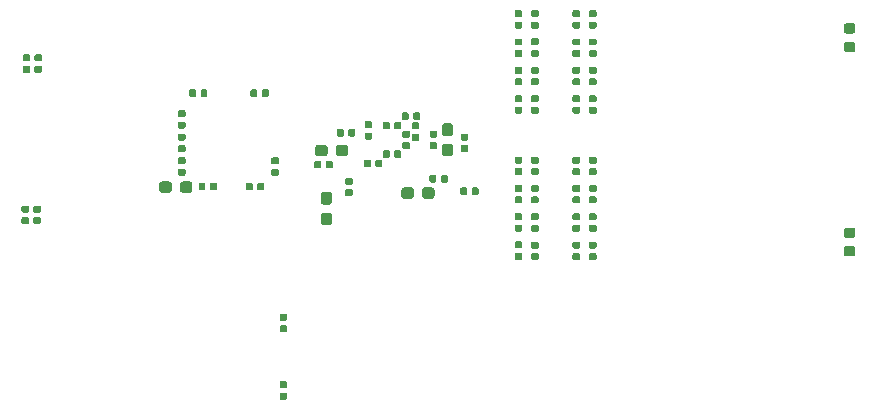
<source format=gbr>
G04 #@! TF.GenerationSoftware,KiCad,Pcbnew,5.1.5*
G04 #@! TF.CreationDate,2020-04-10T18:53:54+01:00*
G04 #@! TF.ProjectId,glasgow,676c6173-676f-4772-9e6b-696361645f70,rev?*
G04 #@! TF.SameCoordinates,Original*
G04 #@! TF.FileFunction,Paste,Bot*
G04 #@! TF.FilePolarity,Positive*
%FSLAX46Y46*%
G04 Gerber Fmt 4.6, Leading zero omitted, Abs format (unit mm)*
G04 Created by KiCad (PCBNEW 5.1.5) date 2020-04-10 18:53:54*
%MOMM*%
%LPD*%
G04 APERTURE LIST*
%ADD10C,0.100000*%
G04 APERTURE END LIST*
D10*
G36*
X52936958Y-88270710D02*
G01*
X52951276Y-88272834D01*
X52965317Y-88276351D01*
X52978946Y-88281228D01*
X52992031Y-88287417D01*
X53004447Y-88294858D01*
X53016073Y-88303481D01*
X53026798Y-88313202D01*
X53036519Y-88323927D01*
X53045142Y-88335553D01*
X53052583Y-88347969D01*
X53058772Y-88361054D01*
X53063649Y-88374683D01*
X53067166Y-88388724D01*
X53069290Y-88403042D01*
X53070000Y-88417500D01*
X53070000Y-88712500D01*
X53069290Y-88726958D01*
X53067166Y-88741276D01*
X53063649Y-88755317D01*
X53058772Y-88768946D01*
X53052583Y-88782031D01*
X53045142Y-88794447D01*
X53036519Y-88806073D01*
X53026798Y-88816798D01*
X53016073Y-88826519D01*
X53004447Y-88835142D01*
X52992031Y-88842583D01*
X52978946Y-88848772D01*
X52965317Y-88853649D01*
X52951276Y-88857166D01*
X52936958Y-88859290D01*
X52922500Y-88860000D01*
X52577500Y-88860000D01*
X52563042Y-88859290D01*
X52548724Y-88857166D01*
X52534683Y-88853649D01*
X52521054Y-88848772D01*
X52507969Y-88842583D01*
X52495553Y-88835142D01*
X52483927Y-88826519D01*
X52473202Y-88816798D01*
X52463481Y-88806073D01*
X52454858Y-88794447D01*
X52447417Y-88782031D01*
X52441228Y-88768946D01*
X52436351Y-88755317D01*
X52432834Y-88741276D01*
X52430710Y-88726958D01*
X52430000Y-88712500D01*
X52430000Y-88417500D01*
X52430710Y-88403042D01*
X52432834Y-88388724D01*
X52436351Y-88374683D01*
X52441228Y-88361054D01*
X52447417Y-88347969D01*
X52454858Y-88335553D01*
X52463481Y-88323927D01*
X52473202Y-88313202D01*
X52483927Y-88303481D01*
X52495553Y-88294858D01*
X52507969Y-88287417D01*
X52521054Y-88281228D01*
X52534683Y-88276351D01*
X52548724Y-88272834D01*
X52563042Y-88270710D01*
X52577500Y-88270000D01*
X52922500Y-88270000D01*
X52936958Y-88270710D01*
G37*
G36*
X52936958Y-89240710D02*
G01*
X52951276Y-89242834D01*
X52965317Y-89246351D01*
X52978946Y-89251228D01*
X52992031Y-89257417D01*
X53004447Y-89264858D01*
X53016073Y-89273481D01*
X53026798Y-89283202D01*
X53036519Y-89293927D01*
X53045142Y-89305553D01*
X53052583Y-89317969D01*
X53058772Y-89331054D01*
X53063649Y-89344683D01*
X53067166Y-89358724D01*
X53069290Y-89373042D01*
X53070000Y-89387500D01*
X53070000Y-89682500D01*
X53069290Y-89696958D01*
X53067166Y-89711276D01*
X53063649Y-89725317D01*
X53058772Y-89738946D01*
X53052583Y-89752031D01*
X53045142Y-89764447D01*
X53036519Y-89776073D01*
X53026798Y-89786798D01*
X53016073Y-89796519D01*
X53004447Y-89805142D01*
X52992031Y-89812583D01*
X52978946Y-89818772D01*
X52965317Y-89823649D01*
X52951276Y-89827166D01*
X52936958Y-89829290D01*
X52922500Y-89830000D01*
X52577500Y-89830000D01*
X52563042Y-89829290D01*
X52548724Y-89827166D01*
X52534683Y-89823649D01*
X52521054Y-89818772D01*
X52507969Y-89812583D01*
X52495553Y-89805142D01*
X52483927Y-89796519D01*
X52473202Y-89786798D01*
X52463481Y-89776073D01*
X52454858Y-89764447D01*
X52447417Y-89752031D01*
X52441228Y-89738946D01*
X52436351Y-89725317D01*
X52432834Y-89711276D01*
X52430710Y-89696958D01*
X52430000Y-89682500D01*
X52430000Y-89387500D01*
X52430710Y-89373042D01*
X52432834Y-89358724D01*
X52436351Y-89344683D01*
X52441228Y-89331054D01*
X52447417Y-89317969D01*
X52454858Y-89305553D01*
X52463481Y-89293927D01*
X52473202Y-89283202D01*
X52483927Y-89273481D01*
X52495553Y-89264858D01*
X52507969Y-89257417D01*
X52521054Y-89251228D01*
X52534683Y-89246351D01*
X52548724Y-89242834D01*
X52563042Y-89240710D01*
X52577500Y-89240000D01*
X52922500Y-89240000D01*
X52936958Y-89240710D01*
G37*
G36*
X53936958Y-88270710D02*
G01*
X53951276Y-88272834D01*
X53965317Y-88276351D01*
X53978946Y-88281228D01*
X53992031Y-88287417D01*
X54004447Y-88294858D01*
X54016073Y-88303481D01*
X54026798Y-88313202D01*
X54036519Y-88323927D01*
X54045142Y-88335553D01*
X54052583Y-88347969D01*
X54058772Y-88361054D01*
X54063649Y-88374683D01*
X54067166Y-88388724D01*
X54069290Y-88403042D01*
X54070000Y-88417500D01*
X54070000Y-88712500D01*
X54069290Y-88726958D01*
X54067166Y-88741276D01*
X54063649Y-88755317D01*
X54058772Y-88768946D01*
X54052583Y-88782031D01*
X54045142Y-88794447D01*
X54036519Y-88806073D01*
X54026798Y-88816798D01*
X54016073Y-88826519D01*
X54004447Y-88835142D01*
X53992031Y-88842583D01*
X53978946Y-88848772D01*
X53965317Y-88853649D01*
X53951276Y-88857166D01*
X53936958Y-88859290D01*
X53922500Y-88860000D01*
X53577500Y-88860000D01*
X53563042Y-88859290D01*
X53548724Y-88857166D01*
X53534683Y-88853649D01*
X53521054Y-88848772D01*
X53507969Y-88842583D01*
X53495553Y-88835142D01*
X53483927Y-88826519D01*
X53473202Y-88816798D01*
X53463481Y-88806073D01*
X53454858Y-88794447D01*
X53447417Y-88782031D01*
X53441228Y-88768946D01*
X53436351Y-88755317D01*
X53432834Y-88741276D01*
X53430710Y-88726958D01*
X53430000Y-88712500D01*
X53430000Y-88417500D01*
X53430710Y-88403042D01*
X53432834Y-88388724D01*
X53436351Y-88374683D01*
X53441228Y-88361054D01*
X53447417Y-88347969D01*
X53454858Y-88335553D01*
X53463481Y-88323927D01*
X53473202Y-88313202D01*
X53483927Y-88303481D01*
X53495553Y-88294858D01*
X53507969Y-88287417D01*
X53521054Y-88281228D01*
X53534683Y-88276351D01*
X53548724Y-88272834D01*
X53563042Y-88270710D01*
X53577500Y-88270000D01*
X53922500Y-88270000D01*
X53936958Y-88270710D01*
G37*
G36*
X53936958Y-89240710D02*
G01*
X53951276Y-89242834D01*
X53965317Y-89246351D01*
X53978946Y-89251228D01*
X53992031Y-89257417D01*
X54004447Y-89264858D01*
X54016073Y-89273481D01*
X54026798Y-89283202D01*
X54036519Y-89293927D01*
X54045142Y-89305553D01*
X54052583Y-89317969D01*
X54058772Y-89331054D01*
X54063649Y-89344683D01*
X54067166Y-89358724D01*
X54069290Y-89373042D01*
X54070000Y-89387500D01*
X54070000Y-89682500D01*
X54069290Y-89696958D01*
X54067166Y-89711276D01*
X54063649Y-89725317D01*
X54058772Y-89738946D01*
X54052583Y-89752031D01*
X54045142Y-89764447D01*
X54036519Y-89776073D01*
X54026798Y-89786798D01*
X54016073Y-89796519D01*
X54004447Y-89805142D01*
X53992031Y-89812583D01*
X53978946Y-89818772D01*
X53965317Y-89823649D01*
X53951276Y-89827166D01*
X53936958Y-89829290D01*
X53922500Y-89830000D01*
X53577500Y-89830000D01*
X53563042Y-89829290D01*
X53548724Y-89827166D01*
X53534683Y-89823649D01*
X53521054Y-89818772D01*
X53507969Y-89812583D01*
X53495553Y-89805142D01*
X53483927Y-89796519D01*
X53473202Y-89786798D01*
X53463481Y-89776073D01*
X53454858Y-89764447D01*
X53447417Y-89752031D01*
X53441228Y-89738946D01*
X53436351Y-89725317D01*
X53432834Y-89711276D01*
X53430710Y-89696958D01*
X53430000Y-89682500D01*
X53430000Y-89387500D01*
X53430710Y-89373042D01*
X53432834Y-89358724D01*
X53436351Y-89344683D01*
X53441228Y-89331054D01*
X53447417Y-89317969D01*
X53454858Y-89305553D01*
X53463481Y-89293927D01*
X53473202Y-89283202D01*
X53483927Y-89273481D01*
X53495553Y-89264858D01*
X53507969Y-89257417D01*
X53521054Y-89251228D01*
X53534683Y-89246351D01*
X53548724Y-89242834D01*
X53563042Y-89240710D01*
X53577500Y-89240000D01*
X53922500Y-89240000D01*
X53936958Y-89240710D01*
G37*
G36*
X122727691Y-85626053D02*
G01*
X122748926Y-85629203D01*
X122769750Y-85634419D01*
X122789962Y-85641651D01*
X122809368Y-85650830D01*
X122827781Y-85661866D01*
X122845024Y-85674654D01*
X122860930Y-85689070D01*
X122875346Y-85704976D01*
X122888134Y-85722219D01*
X122899170Y-85740632D01*
X122908349Y-85760038D01*
X122915581Y-85780250D01*
X122920797Y-85801074D01*
X122923947Y-85822309D01*
X122925000Y-85843750D01*
X122925000Y-86281250D01*
X122923947Y-86302691D01*
X122920797Y-86323926D01*
X122915581Y-86344750D01*
X122908349Y-86364962D01*
X122899170Y-86384368D01*
X122888134Y-86402781D01*
X122875346Y-86420024D01*
X122860930Y-86435930D01*
X122845024Y-86450346D01*
X122827781Y-86463134D01*
X122809368Y-86474170D01*
X122789962Y-86483349D01*
X122769750Y-86490581D01*
X122748926Y-86495797D01*
X122727691Y-86498947D01*
X122706250Y-86500000D01*
X122193750Y-86500000D01*
X122172309Y-86498947D01*
X122151074Y-86495797D01*
X122130250Y-86490581D01*
X122110038Y-86483349D01*
X122090632Y-86474170D01*
X122072219Y-86463134D01*
X122054976Y-86450346D01*
X122039070Y-86435930D01*
X122024654Y-86420024D01*
X122011866Y-86402781D01*
X122000830Y-86384368D01*
X121991651Y-86364962D01*
X121984419Y-86344750D01*
X121979203Y-86323926D01*
X121976053Y-86302691D01*
X121975000Y-86281250D01*
X121975000Y-85843750D01*
X121976053Y-85822309D01*
X121979203Y-85801074D01*
X121984419Y-85780250D01*
X121991651Y-85760038D01*
X122000830Y-85740632D01*
X122011866Y-85722219D01*
X122024654Y-85704976D01*
X122039070Y-85689070D01*
X122054976Y-85674654D01*
X122072219Y-85661866D01*
X122090632Y-85650830D01*
X122110038Y-85641651D01*
X122130250Y-85634419D01*
X122151074Y-85629203D01*
X122172309Y-85626053D01*
X122193750Y-85625000D01*
X122706250Y-85625000D01*
X122727691Y-85626053D01*
G37*
G36*
X122727691Y-87201053D02*
G01*
X122748926Y-87204203D01*
X122769750Y-87209419D01*
X122789962Y-87216651D01*
X122809368Y-87225830D01*
X122827781Y-87236866D01*
X122845024Y-87249654D01*
X122860930Y-87264070D01*
X122875346Y-87279976D01*
X122888134Y-87297219D01*
X122899170Y-87315632D01*
X122908349Y-87335038D01*
X122915581Y-87355250D01*
X122920797Y-87376074D01*
X122923947Y-87397309D01*
X122925000Y-87418750D01*
X122925000Y-87856250D01*
X122923947Y-87877691D01*
X122920797Y-87898926D01*
X122915581Y-87919750D01*
X122908349Y-87939962D01*
X122899170Y-87959368D01*
X122888134Y-87977781D01*
X122875346Y-87995024D01*
X122860930Y-88010930D01*
X122845024Y-88025346D01*
X122827781Y-88038134D01*
X122809368Y-88049170D01*
X122789962Y-88058349D01*
X122769750Y-88065581D01*
X122748926Y-88070797D01*
X122727691Y-88073947D01*
X122706250Y-88075000D01*
X122193750Y-88075000D01*
X122172309Y-88073947D01*
X122151074Y-88070797D01*
X122130250Y-88065581D01*
X122110038Y-88058349D01*
X122090632Y-88049170D01*
X122072219Y-88038134D01*
X122054976Y-88025346D01*
X122039070Y-88010930D01*
X122024654Y-87995024D01*
X122011866Y-87977781D01*
X122000830Y-87959368D01*
X121991651Y-87939962D01*
X121984419Y-87919750D01*
X121979203Y-87898926D01*
X121976053Y-87877691D01*
X121975000Y-87856250D01*
X121975000Y-87418750D01*
X121976053Y-87397309D01*
X121979203Y-87376074D01*
X121984419Y-87355250D01*
X121991651Y-87335038D01*
X122000830Y-87315632D01*
X122011866Y-87297219D01*
X122024654Y-87279976D01*
X122039070Y-87264070D01*
X122054976Y-87249654D01*
X122072219Y-87236866D01*
X122090632Y-87225830D01*
X122110038Y-87216651D01*
X122130250Y-87209419D01*
X122151074Y-87204203D01*
X122172309Y-87201053D01*
X122193750Y-87200000D01*
X122706250Y-87200000D01*
X122727691Y-87201053D01*
G37*
G36*
X122727691Y-104501053D02*
G01*
X122748926Y-104504203D01*
X122769750Y-104509419D01*
X122789962Y-104516651D01*
X122809368Y-104525830D01*
X122827781Y-104536866D01*
X122845024Y-104549654D01*
X122860930Y-104564070D01*
X122875346Y-104579976D01*
X122888134Y-104597219D01*
X122899170Y-104615632D01*
X122908349Y-104635038D01*
X122915581Y-104655250D01*
X122920797Y-104676074D01*
X122923947Y-104697309D01*
X122925000Y-104718750D01*
X122925000Y-105156250D01*
X122923947Y-105177691D01*
X122920797Y-105198926D01*
X122915581Y-105219750D01*
X122908349Y-105239962D01*
X122899170Y-105259368D01*
X122888134Y-105277781D01*
X122875346Y-105295024D01*
X122860930Y-105310930D01*
X122845024Y-105325346D01*
X122827781Y-105338134D01*
X122809368Y-105349170D01*
X122789962Y-105358349D01*
X122769750Y-105365581D01*
X122748926Y-105370797D01*
X122727691Y-105373947D01*
X122706250Y-105375000D01*
X122193750Y-105375000D01*
X122172309Y-105373947D01*
X122151074Y-105370797D01*
X122130250Y-105365581D01*
X122110038Y-105358349D01*
X122090632Y-105349170D01*
X122072219Y-105338134D01*
X122054976Y-105325346D01*
X122039070Y-105310930D01*
X122024654Y-105295024D01*
X122011866Y-105277781D01*
X122000830Y-105259368D01*
X121991651Y-105239962D01*
X121984419Y-105219750D01*
X121979203Y-105198926D01*
X121976053Y-105177691D01*
X121975000Y-105156250D01*
X121975000Y-104718750D01*
X121976053Y-104697309D01*
X121979203Y-104676074D01*
X121984419Y-104655250D01*
X121991651Y-104635038D01*
X122000830Y-104615632D01*
X122011866Y-104597219D01*
X122024654Y-104579976D01*
X122039070Y-104564070D01*
X122054976Y-104549654D01*
X122072219Y-104536866D01*
X122090632Y-104525830D01*
X122110038Y-104516651D01*
X122130250Y-104509419D01*
X122151074Y-104504203D01*
X122172309Y-104501053D01*
X122193750Y-104500000D01*
X122706250Y-104500000D01*
X122727691Y-104501053D01*
G37*
G36*
X122727691Y-102926053D02*
G01*
X122748926Y-102929203D01*
X122769750Y-102934419D01*
X122789962Y-102941651D01*
X122809368Y-102950830D01*
X122827781Y-102961866D01*
X122845024Y-102974654D01*
X122860930Y-102989070D01*
X122875346Y-103004976D01*
X122888134Y-103022219D01*
X122899170Y-103040632D01*
X122908349Y-103060038D01*
X122915581Y-103080250D01*
X122920797Y-103101074D01*
X122923947Y-103122309D01*
X122925000Y-103143750D01*
X122925000Y-103581250D01*
X122923947Y-103602691D01*
X122920797Y-103623926D01*
X122915581Y-103644750D01*
X122908349Y-103664962D01*
X122899170Y-103684368D01*
X122888134Y-103702781D01*
X122875346Y-103720024D01*
X122860930Y-103735930D01*
X122845024Y-103750346D01*
X122827781Y-103763134D01*
X122809368Y-103774170D01*
X122789962Y-103783349D01*
X122769750Y-103790581D01*
X122748926Y-103795797D01*
X122727691Y-103798947D01*
X122706250Y-103800000D01*
X122193750Y-103800000D01*
X122172309Y-103798947D01*
X122151074Y-103795797D01*
X122130250Y-103790581D01*
X122110038Y-103783349D01*
X122090632Y-103774170D01*
X122072219Y-103763134D01*
X122054976Y-103750346D01*
X122039070Y-103735930D01*
X122024654Y-103720024D01*
X122011866Y-103702781D01*
X122000830Y-103684368D01*
X121991651Y-103664962D01*
X121984419Y-103644750D01*
X121979203Y-103623926D01*
X121976053Y-103602691D01*
X121975000Y-103581250D01*
X121975000Y-103143750D01*
X121976053Y-103122309D01*
X121979203Y-103101074D01*
X121984419Y-103080250D01*
X121991651Y-103060038D01*
X122000830Y-103040632D01*
X122011866Y-103022219D01*
X122024654Y-103004976D01*
X122039070Y-102989070D01*
X122054976Y-102974654D01*
X122072219Y-102961866D01*
X122090632Y-102950830D01*
X122110038Y-102941651D01*
X122130250Y-102934419D01*
X122151074Y-102929203D01*
X122172309Y-102926053D01*
X122193750Y-102925000D01*
X122706250Y-102925000D01*
X122727691Y-102926053D01*
G37*
G36*
X89926958Y-99530710D02*
G01*
X89941276Y-99532834D01*
X89955317Y-99536351D01*
X89968946Y-99541228D01*
X89982031Y-99547417D01*
X89994447Y-99554858D01*
X90006073Y-99563481D01*
X90016798Y-99573202D01*
X90026519Y-99583927D01*
X90035142Y-99595553D01*
X90042583Y-99607969D01*
X90048772Y-99621054D01*
X90053649Y-99634683D01*
X90057166Y-99648724D01*
X90059290Y-99663042D01*
X90060000Y-99677500D01*
X90060000Y-100022500D01*
X90059290Y-100036958D01*
X90057166Y-100051276D01*
X90053649Y-100065317D01*
X90048772Y-100078946D01*
X90042583Y-100092031D01*
X90035142Y-100104447D01*
X90026519Y-100116073D01*
X90016798Y-100126798D01*
X90006073Y-100136519D01*
X89994447Y-100145142D01*
X89982031Y-100152583D01*
X89968946Y-100158772D01*
X89955317Y-100163649D01*
X89941276Y-100167166D01*
X89926958Y-100169290D01*
X89912500Y-100170000D01*
X89617500Y-100170000D01*
X89603042Y-100169290D01*
X89588724Y-100167166D01*
X89574683Y-100163649D01*
X89561054Y-100158772D01*
X89547969Y-100152583D01*
X89535553Y-100145142D01*
X89523927Y-100136519D01*
X89513202Y-100126798D01*
X89503481Y-100116073D01*
X89494858Y-100104447D01*
X89487417Y-100092031D01*
X89481228Y-100078946D01*
X89476351Y-100065317D01*
X89472834Y-100051276D01*
X89470710Y-100036958D01*
X89470000Y-100022500D01*
X89470000Y-99677500D01*
X89470710Y-99663042D01*
X89472834Y-99648724D01*
X89476351Y-99634683D01*
X89481228Y-99621054D01*
X89487417Y-99607969D01*
X89494858Y-99595553D01*
X89503481Y-99583927D01*
X89513202Y-99573202D01*
X89523927Y-99563481D01*
X89535553Y-99554858D01*
X89547969Y-99547417D01*
X89561054Y-99541228D01*
X89574683Y-99536351D01*
X89588724Y-99532834D01*
X89603042Y-99530710D01*
X89617500Y-99530000D01*
X89912500Y-99530000D01*
X89926958Y-99530710D01*
G37*
G36*
X90896958Y-99530710D02*
G01*
X90911276Y-99532834D01*
X90925317Y-99536351D01*
X90938946Y-99541228D01*
X90952031Y-99547417D01*
X90964447Y-99554858D01*
X90976073Y-99563481D01*
X90986798Y-99573202D01*
X90996519Y-99583927D01*
X91005142Y-99595553D01*
X91012583Y-99607969D01*
X91018772Y-99621054D01*
X91023649Y-99634683D01*
X91027166Y-99648724D01*
X91029290Y-99663042D01*
X91030000Y-99677500D01*
X91030000Y-100022500D01*
X91029290Y-100036958D01*
X91027166Y-100051276D01*
X91023649Y-100065317D01*
X91018772Y-100078946D01*
X91012583Y-100092031D01*
X91005142Y-100104447D01*
X90996519Y-100116073D01*
X90986798Y-100126798D01*
X90976073Y-100136519D01*
X90964447Y-100145142D01*
X90952031Y-100152583D01*
X90938946Y-100158772D01*
X90925317Y-100163649D01*
X90911276Y-100167166D01*
X90896958Y-100169290D01*
X90882500Y-100170000D01*
X90587500Y-100170000D01*
X90573042Y-100169290D01*
X90558724Y-100167166D01*
X90544683Y-100163649D01*
X90531054Y-100158772D01*
X90517969Y-100152583D01*
X90505553Y-100145142D01*
X90493927Y-100136519D01*
X90483202Y-100126798D01*
X90473481Y-100116073D01*
X90464858Y-100104447D01*
X90457417Y-100092031D01*
X90451228Y-100078946D01*
X90446351Y-100065317D01*
X90442834Y-100051276D01*
X90440710Y-100036958D01*
X90440000Y-100022500D01*
X90440000Y-99677500D01*
X90440710Y-99663042D01*
X90442834Y-99648724D01*
X90446351Y-99634683D01*
X90451228Y-99621054D01*
X90457417Y-99607969D01*
X90464858Y-99595553D01*
X90473481Y-99583927D01*
X90483202Y-99573202D01*
X90493927Y-99563481D01*
X90505553Y-99554858D01*
X90517969Y-99547417D01*
X90531054Y-99541228D01*
X90544683Y-99536351D01*
X90558724Y-99532834D01*
X90573042Y-99530710D01*
X90587500Y-99530000D01*
X90882500Y-99530000D01*
X90896958Y-99530710D01*
G37*
G36*
X95986958Y-92690710D02*
G01*
X96001276Y-92692834D01*
X96015317Y-92696351D01*
X96028946Y-92701228D01*
X96042031Y-92707417D01*
X96054447Y-92714858D01*
X96066073Y-92723481D01*
X96076798Y-92733202D01*
X96086519Y-92743927D01*
X96095142Y-92755553D01*
X96102583Y-92767969D01*
X96108772Y-92781054D01*
X96113649Y-92794683D01*
X96117166Y-92808724D01*
X96119290Y-92823042D01*
X96120000Y-92837500D01*
X96120000Y-93132500D01*
X96119290Y-93146958D01*
X96117166Y-93161276D01*
X96113649Y-93175317D01*
X96108772Y-93188946D01*
X96102583Y-93202031D01*
X96095142Y-93214447D01*
X96086519Y-93226073D01*
X96076798Y-93236798D01*
X96066073Y-93246519D01*
X96054447Y-93255142D01*
X96042031Y-93262583D01*
X96028946Y-93268772D01*
X96015317Y-93273649D01*
X96001276Y-93277166D01*
X95986958Y-93279290D01*
X95972500Y-93280000D01*
X95627500Y-93280000D01*
X95613042Y-93279290D01*
X95598724Y-93277166D01*
X95584683Y-93273649D01*
X95571054Y-93268772D01*
X95557969Y-93262583D01*
X95545553Y-93255142D01*
X95533927Y-93246519D01*
X95523202Y-93236798D01*
X95513481Y-93226073D01*
X95504858Y-93214447D01*
X95497417Y-93202031D01*
X95491228Y-93188946D01*
X95486351Y-93175317D01*
X95482834Y-93161276D01*
X95480710Y-93146958D01*
X95480000Y-93132500D01*
X95480000Y-92837500D01*
X95480710Y-92823042D01*
X95482834Y-92808724D01*
X95486351Y-92794683D01*
X95491228Y-92781054D01*
X95497417Y-92767969D01*
X95504858Y-92755553D01*
X95513481Y-92743927D01*
X95523202Y-92733202D01*
X95533927Y-92723481D01*
X95545553Y-92714858D01*
X95557969Y-92707417D01*
X95571054Y-92701228D01*
X95584683Y-92696351D01*
X95598724Y-92692834D01*
X95613042Y-92690710D01*
X95627500Y-92690000D01*
X95972500Y-92690000D01*
X95986958Y-92690710D01*
G37*
G36*
X95986958Y-91720710D02*
G01*
X96001276Y-91722834D01*
X96015317Y-91726351D01*
X96028946Y-91731228D01*
X96042031Y-91737417D01*
X96054447Y-91744858D01*
X96066073Y-91753481D01*
X96076798Y-91763202D01*
X96086519Y-91773927D01*
X96095142Y-91785553D01*
X96102583Y-91797969D01*
X96108772Y-91811054D01*
X96113649Y-91824683D01*
X96117166Y-91838724D01*
X96119290Y-91853042D01*
X96120000Y-91867500D01*
X96120000Y-92162500D01*
X96119290Y-92176958D01*
X96117166Y-92191276D01*
X96113649Y-92205317D01*
X96108772Y-92218946D01*
X96102583Y-92232031D01*
X96095142Y-92244447D01*
X96086519Y-92256073D01*
X96076798Y-92266798D01*
X96066073Y-92276519D01*
X96054447Y-92285142D01*
X96042031Y-92292583D01*
X96028946Y-92298772D01*
X96015317Y-92303649D01*
X96001276Y-92307166D01*
X95986958Y-92309290D01*
X95972500Y-92310000D01*
X95627500Y-92310000D01*
X95613042Y-92309290D01*
X95598724Y-92307166D01*
X95584683Y-92303649D01*
X95571054Y-92298772D01*
X95557969Y-92292583D01*
X95545553Y-92285142D01*
X95533927Y-92276519D01*
X95523202Y-92266798D01*
X95513481Y-92256073D01*
X95504858Y-92244447D01*
X95497417Y-92232031D01*
X95491228Y-92218946D01*
X95486351Y-92205317D01*
X95482834Y-92191276D01*
X95480710Y-92176958D01*
X95480000Y-92162500D01*
X95480000Y-91867500D01*
X95480710Y-91853042D01*
X95482834Y-91838724D01*
X95486351Y-91824683D01*
X95491228Y-91811054D01*
X95497417Y-91797969D01*
X95504858Y-91785553D01*
X95513481Y-91773927D01*
X95523202Y-91763202D01*
X95533927Y-91753481D01*
X95545553Y-91744858D01*
X95557969Y-91737417D01*
X95571054Y-91731228D01*
X95584683Y-91726351D01*
X95598724Y-91722834D01*
X95613042Y-91720710D01*
X95627500Y-91720000D01*
X95972500Y-91720000D01*
X95986958Y-91720710D01*
G37*
G36*
X99486958Y-90290710D02*
G01*
X99501276Y-90292834D01*
X99515317Y-90296351D01*
X99528946Y-90301228D01*
X99542031Y-90307417D01*
X99554447Y-90314858D01*
X99566073Y-90323481D01*
X99576798Y-90333202D01*
X99586519Y-90343927D01*
X99595142Y-90355553D01*
X99602583Y-90367969D01*
X99608772Y-90381054D01*
X99613649Y-90394683D01*
X99617166Y-90408724D01*
X99619290Y-90423042D01*
X99620000Y-90437500D01*
X99620000Y-90732500D01*
X99619290Y-90746958D01*
X99617166Y-90761276D01*
X99613649Y-90775317D01*
X99608772Y-90788946D01*
X99602583Y-90802031D01*
X99595142Y-90814447D01*
X99586519Y-90826073D01*
X99576798Y-90836798D01*
X99566073Y-90846519D01*
X99554447Y-90855142D01*
X99542031Y-90862583D01*
X99528946Y-90868772D01*
X99515317Y-90873649D01*
X99501276Y-90877166D01*
X99486958Y-90879290D01*
X99472500Y-90880000D01*
X99127500Y-90880000D01*
X99113042Y-90879290D01*
X99098724Y-90877166D01*
X99084683Y-90873649D01*
X99071054Y-90868772D01*
X99057969Y-90862583D01*
X99045553Y-90855142D01*
X99033927Y-90846519D01*
X99023202Y-90836798D01*
X99013481Y-90826073D01*
X99004858Y-90814447D01*
X98997417Y-90802031D01*
X98991228Y-90788946D01*
X98986351Y-90775317D01*
X98982834Y-90761276D01*
X98980710Y-90746958D01*
X98980000Y-90732500D01*
X98980000Y-90437500D01*
X98980710Y-90423042D01*
X98982834Y-90408724D01*
X98986351Y-90394683D01*
X98991228Y-90381054D01*
X98997417Y-90367969D01*
X99004858Y-90355553D01*
X99013481Y-90343927D01*
X99023202Y-90333202D01*
X99033927Y-90323481D01*
X99045553Y-90314858D01*
X99057969Y-90307417D01*
X99071054Y-90301228D01*
X99084683Y-90296351D01*
X99098724Y-90292834D01*
X99113042Y-90290710D01*
X99127500Y-90290000D01*
X99472500Y-90290000D01*
X99486958Y-90290710D01*
G37*
G36*
X99486958Y-89320710D02*
G01*
X99501276Y-89322834D01*
X99515317Y-89326351D01*
X99528946Y-89331228D01*
X99542031Y-89337417D01*
X99554447Y-89344858D01*
X99566073Y-89353481D01*
X99576798Y-89363202D01*
X99586519Y-89373927D01*
X99595142Y-89385553D01*
X99602583Y-89397969D01*
X99608772Y-89411054D01*
X99613649Y-89424683D01*
X99617166Y-89438724D01*
X99619290Y-89453042D01*
X99620000Y-89467500D01*
X99620000Y-89762500D01*
X99619290Y-89776958D01*
X99617166Y-89791276D01*
X99613649Y-89805317D01*
X99608772Y-89818946D01*
X99602583Y-89832031D01*
X99595142Y-89844447D01*
X99586519Y-89856073D01*
X99576798Y-89866798D01*
X99566073Y-89876519D01*
X99554447Y-89885142D01*
X99542031Y-89892583D01*
X99528946Y-89898772D01*
X99515317Y-89903649D01*
X99501276Y-89907166D01*
X99486958Y-89909290D01*
X99472500Y-89910000D01*
X99127500Y-89910000D01*
X99113042Y-89909290D01*
X99098724Y-89907166D01*
X99084683Y-89903649D01*
X99071054Y-89898772D01*
X99057969Y-89892583D01*
X99045553Y-89885142D01*
X99033927Y-89876519D01*
X99023202Y-89866798D01*
X99013481Y-89856073D01*
X99004858Y-89844447D01*
X98997417Y-89832031D01*
X98991228Y-89818946D01*
X98986351Y-89805317D01*
X98982834Y-89791276D01*
X98980710Y-89776958D01*
X98980000Y-89762500D01*
X98980000Y-89467500D01*
X98980710Y-89453042D01*
X98982834Y-89438724D01*
X98986351Y-89424683D01*
X98991228Y-89411054D01*
X98997417Y-89397969D01*
X99004858Y-89385553D01*
X99013481Y-89373927D01*
X99023202Y-89363202D01*
X99033927Y-89353481D01*
X99045553Y-89344858D01*
X99057969Y-89337417D01*
X99071054Y-89331228D01*
X99084683Y-89326351D01*
X99098724Y-89322834D01*
X99113042Y-89320710D01*
X99127500Y-89320000D01*
X99472500Y-89320000D01*
X99486958Y-89320710D01*
G37*
G36*
X99486958Y-87890710D02*
G01*
X99501276Y-87892834D01*
X99515317Y-87896351D01*
X99528946Y-87901228D01*
X99542031Y-87907417D01*
X99554447Y-87914858D01*
X99566073Y-87923481D01*
X99576798Y-87933202D01*
X99586519Y-87943927D01*
X99595142Y-87955553D01*
X99602583Y-87967969D01*
X99608772Y-87981054D01*
X99613649Y-87994683D01*
X99617166Y-88008724D01*
X99619290Y-88023042D01*
X99620000Y-88037500D01*
X99620000Y-88332500D01*
X99619290Y-88346958D01*
X99617166Y-88361276D01*
X99613649Y-88375317D01*
X99608772Y-88388946D01*
X99602583Y-88402031D01*
X99595142Y-88414447D01*
X99586519Y-88426073D01*
X99576798Y-88436798D01*
X99566073Y-88446519D01*
X99554447Y-88455142D01*
X99542031Y-88462583D01*
X99528946Y-88468772D01*
X99515317Y-88473649D01*
X99501276Y-88477166D01*
X99486958Y-88479290D01*
X99472500Y-88480000D01*
X99127500Y-88480000D01*
X99113042Y-88479290D01*
X99098724Y-88477166D01*
X99084683Y-88473649D01*
X99071054Y-88468772D01*
X99057969Y-88462583D01*
X99045553Y-88455142D01*
X99033927Y-88446519D01*
X99023202Y-88436798D01*
X99013481Y-88426073D01*
X99004858Y-88414447D01*
X98997417Y-88402031D01*
X98991228Y-88388946D01*
X98986351Y-88375317D01*
X98982834Y-88361276D01*
X98980710Y-88346958D01*
X98980000Y-88332500D01*
X98980000Y-88037500D01*
X98980710Y-88023042D01*
X98982834Y-88008724D01*
X98986351Y-87994683D01*
X98991228Y-87981054D01*
X98997417Y-87967969D01*
X99004858Y-87955553D01*
X99013481Y-87943927D01*
X99023202Y-87933202D01*
X99033927Y-87923481D01*
X99045553Y-87914858D01*
X99057969Y-87907417D01*
X99071054Y-87901228D01*
X99084683Y-87896351D01*
X99098724Y-87892834D01*
X99113042Y-87890710D01*
X99127500Y-87890000D01*
X99472500Y-87890000D01*
X99486958Y-87890710D01*
G37*
G36*
X99486958Y-86920710D02*
G01*
X99501276Y-86922834D01*
X99515317Y-86926351D01*
X99528946Y-86931228D01*
X99542031Y-86937417D01*
X99554447Y-86944858D01*
X99566073Y-86953481D01*
X99576798Y-86963202D01*
X99586519Y-86973927D01*
X99595142Y-86985553D01*
X99602583Y-86997969D01*
X99608772Y-87011054D01*
X99613649Y-87024683D01*
X99617166Y-87038724D01*
X99619290Y-87053042D01*
X99620000Y-87067500D01*
X99620000Y-87362500D01*
X99619290Y-87376958D01*
X99617166Y-87391276D01*
X99613649Y-87405317D01*
X99608772Y-87418946D01*
X99602583Y-87432031D01*
X99595142Y-87444447D01*
X99586519Y-87456073D01*
X99576798Y-87466798D01*
X99566073Y-87476519D01*
X99554447Y-87485142D01*
X99542031Y-87492583D01*
X99528946Y-87498772D01*
X99515317Y-87503649D01*
X99501276Y-87507166D01*
X99486958Y-87509290D01*
X99472500Y-87510000D01*
X99127500Y-87510000D01*
X99113042Y-87509290D01*
X99098724Y-87507166D01*
X99084683Y-87503649D01*
X99071054Y-87498772D01*
X99057969Y-87492583D01*
X99045553Y-87485142D01*
X99033927Y-87476519D01*
X99023202Y-87466798D01*
X99013481Y-87456073D01*
X99004858Y-87444447D01*
X98997417Y-87432031D01*
X98991228Y-87418946D01*
X98986351Y-87405317D01*
X98982834Y-87391276D01*
X98980710Y-87376958D01*
X98980000Y-87362500D01*
X98980000Y-87067500D01*
X98980710Y-87053042D01*
X98982834Y-87038724D01*
X98986351Y-87024683D01*
X98991228Y-87011054D01*
X98997417Y-86997969D01*
X99004858Y-86985553D01*
X99013481Y-86973927D01*
X99023202Y-86963202D01*
X99033927Y-86953481D01*
X99045553Y-86944858D01*
X99057969Y-86937417D01*
X99071054Y-86931228D01*
X99084683Y-86926351D01*
X99098724Y-86922834D01*
X99113042Y-86920710D01*
X99127500Y-86920000D01*
X99472500Y-86920000D01*
X99486958Y-86920710D01*
G37*
G36*
X99486958Y-85490710D02*
G01*
X99501276Y-85492834D01*
X99515317Y-85496351D01*
X99528946Y-85501228D01*
X99542031Y-85507417D01*
X99554447Y-85514858D01*
X99566073Y-85523481D01*
X99576798Y-85533202D01*
X99586519Y-85543927D01*
X99595142Y-85555553D01*
X99602583Y-85567969D01*
X99608772Y-85581054D01*
X99613649Y-85594683D01*
X99617166Y-85608724D01*
X99619290Y-85623042D01*
X99620000Y-85637500D01*
X99620000Y-85932500D01*
X99619290Y-85946958D01*
X99617166Y-85961276D01*
X99613649Y-85975317D01*
X99608772Y-85988946D01*
X99602583Y-86002031D01*
X99595142Y-86014447D01*
X99586519Y-86026073D01*
X99576798Y-86036798D01*
X99566073Y-86046519D01*
X99554447Y-86055142D01*
X99542031Y-86062583D01*
X99528946Y-86068772D01*
X99515317Y-86073649D01*
X99501276Y-86077166D01*
X99486958Y-86079290D01*
X99472500Y-86080000D01*
X99127500Y-86080000D01*
X99113042Y-86079290D01*
X99098724Y-86077166D01*
X99084683Y-86073649D01*
X99071054Y-86068772D01*
X99057969Y-86062583D01*
X99045553Y-86055142D01*
X99033927Y-86046519D01*
X99023202Y-86036798D01*
X99013481Y-86026073D01*
X99004858Y-86014447D01*
X98997417Y-86002031D01*
X98991228Y-85988946D01*
X98986351Y-85975317D01*
X98982834Y-85961276D01*
X98980710Y-85946958D01*
X98980000Y-85932500D01*
X98980000Y-85637500D01*
X98980710Y-85623042D01*
X98982834Y-85608724D01*
X98986351Y-85594683D01*
X98991228Y-85581054D01*
X98997417Y-85567969D01*
X99004858Y-85555553D01*
X99013481Y-85543927D01*
X99023202Y-85533202D01*
X99033927Y-85523481D01*
X99045553Y-85514858D01*
X99057969Y-85507417D01*
X99071054Y-85501228D01*
X99084683Y-85496351D01*
X99098724Y-85492834D01*
X99113042Y-85490710D01*
X99127500Y-85490000D01*
X99472500Y-85490000D01*
X99486958Y-85490710D01*
G37*
G36*
X99486958Y-84520710D02*
G01*
X99501276Y-84522834D01*
X99515317Y-84526351D01*
X99528946Y-84531228D01*
X99542031Y-84537417D01*
X99554447Y-84544858D01*
X99566073Y-84553481D01*
X99576798Y-84563202D01*
X99586519Y-84573927D01*
X99595142Y-84585553D01*
X99602583Y-84597969D01*
X99608772Y-84611054D01*
X99613649Y-84624683D01*
X99617166Y-84638724D01*
X99619290Y-84653042D01*
X99620000Y-84667500D01*
X99620000Y-84962500D01*
X99619290Y-84976958D01*
X99617166Y-84991276D01*
X99613649Y-85005317D01*
X99608772Y-85018946D01*
X99602583Y-85032031D01*
X99595142Y-85044447D01*
X99586519Y-85056073D01*
X99576798Y-85066798D01*
X99566073Y-85076519D01*
X99554447Y-85085142D01*
X99542031Y-85092583D01*
X99528946Y-85098772D01*
X99515317Y-85103649D01*
X99501276Y-85107166D01*
X99486958Y-85109290D01*
X99472500Y-85110000D01*
X99127500Y-85110000D01*
X99113042Y-85109290D01*
X99098724Y-85107166D01*
X99084683Y-85103649D01*
X99071054Y-85098772D01*
X99057969Y-85092583D01*
X99045553Y-85085142D01*
X99033927Y-85076519D01*
X99023202Y-85066798D01*
X99013481Y-85056073D01*
X99004858Y-85044447D01*
X98997417Y-85032031D01*
X98991228Y-85018946D01*
X98986351Y-85005317D01*
X98982834Y-84991276D01*
X98980710Y-84976958D01*
X98980000Y-84962500D01*
X98980000Y-84667500D01*
X98980710Y-84653042D01*
X98982834Y-84638724D01*
X98986351Y-84624683D01*
X98991228Y-84611054D01*
X98997417Y-84597969D01*
X99004858Y-84585553D01*
X99013481Y-84573927D01*
X99023202Y-84563202D01*
X99033927Y-84553481D01*
X99045553Y-84544858D01*
X99057969Y-84537417D01*
X99071054Y-84531228D01*
X99084683Y-84526351D01*
X99098724Y-84522834D01*
X99113042Y-84520710D01*
X99127500Y-84520000D01*
X99472500Y-84520000D01*
X99486958Y-84520710D01*
G37*
G36*
X95986958Y-87875710D02*
G01*
X96001276Y-87877834D01*
X96015317Y-87881351D01*
X96028946Y-87886228D01*
X96042031Y-87892417D01*
X96054447Y-87899858D01*
X96066073Y-87908481D01*
X96076798Y-87918202D01*
X96086519Y-87928927D01*
X96095142Y-87940553D01*
X96102583Y-87952969D01*
X96108772Y-87966054D01*
X96113649Y-87979683D01*
X96117166Y-87993724D01*
X96119290Y-88008042D01*
X96120000Y-88022500D01*
X96120000Y-88317500D01*
X96119290Y-88331958D01*
X96117166Y-88346276D01*
X96113649Y-88360317D01*
X96108772Y-88373946D01*
X96102583Y-88387031D01*
X96095142Y-88399447D01*
X96086519Y-88411073D01*
X96076798Y-88421798D01*
X96066073Y-88431519D01*
X96054447Y-88440142D01*
X96042031Y-88447583D01*
X96028946Y-88453772D01*
X96015317Y-88458649D01*
X96001276Y-88462166D01*
X95986958Y-88464290D01*
X95972500Y-88465000D01*
X95627500Y-88465000D01*
X95613042Y-88464290D01*
X95598724Y-88462166D01*
X95584683Y-88458649D01*
X95571054Y-88453772D01*
X95557969Y-88447583D01*
X95545553Y-88440142D01*
X95533927Y-88431519D01*
X95523202Y-88421798D01*
X95513481Y-88411073D01*
X95504858Y-88399447D01*
X95497417Y-88387031D01*
X95491228Y-88373946D01*
X95486351Y-88360317D01*
X95482834Y-88346276D01*
X95480710Y-88331958D01*
X95480000Y-88317500D01*
X95480000Y-88022500D01*
X95480710Y-88008042D01*
X95482834Y-87993724D01*
X95486351Y-87979683D01*
X95491228Y-87966054D01*
X95497417Y-87952969D01*
X95504858Y-87940553D01*
X95513481Y-87928927D01*
X95523202Y-87918202D01*
X95533927Y-87908481D01*
X95545553Y-87899858D01*
X95557969Y-87892417D01*
X95571054Y-87886228D01*
X95584683Y-87881351D01*
X95598724Y-87877834D01*
X95613042Y-87875710D01*
X95627500Y-87875000D01*
X95972500Y-87875000D01*
X95986958Y-87875710D01*
G37*
G36*
X95986958Y-86905710D02*
G01*
X96001276Y-86907834D01*
X96015317Y-86911351D01*
X96028946Y-86916228D01*
X96042031Y-86922417D01*
X96054447Y-86929858D01*
X96066073Y-86938481D01*
X96076798Y-86948202D01*
X96086519Y-86958927D01*
X96095142Y-86970553D01*
X96102583Y-86982969D01*
X96108772Y-86996054D01*
X96113649Y-87009683D01*
X96117166Y-87023724D01*
X96119290Y-87038042D01*
X96120000Y-87052500D01*
X96120000Y-87347500D01*
X96119290Y-87361958D01*
X96117166Y-87376276D01*
X96113649Y-87390317D01*
X96108772Y-87403946D01*
X96102583Y-87417031D01*
X96095142Y-87429447D01*
X96086519Y-87441073D01*
X96076798Y-87451798D01*
X96066073Y-87461519D01*
X96054447Y-87470142D01*
X96042031Y-87477583D01*
X96028946Y-87483772D01*
X96015317Y-87488649D01*
X96001276Y-87492166D01*
X95986958Y-87494290D01*
X95972500Y-87495000D01*
X95627500Y-87495000D01*
X95613042Y-87494290D01*
X95598724Y-87492166D01*
X95584683Y-87488649D01*
X95571054Y-87483772D01*
X95557969Y-87477583D01*
X95545553Y-87470142D01*
X95533927Y-87461519D01*
X95523202Y-87451798D01*
X95513481Y-87441073D01*
X95504858Y-87429447D01*
X95497417Y-87417031D01*
X95491228Y-87403946D01*
X95486351Y-87390317D01*
X95482834Y-87376276D01*
X95480710Y-87361958D01*
X95480000Y-87347500D01*
X95480000Y-87052500D01*
X95480710Y-87038042D01*
X95482834Y-87023724D01*
X95486351Y-87009683D01*
X95491228Y-86996054D01*
X95497417Y-86982969D01*
X95504858Y-86970553D01*
X95513481Y-86958927D01*
X95523202Y-86948202D01*
X95533927Y-86938481D01*
X95545553Y-86929858D01*
X95557969Y-86922417D01*
X95571054Y-86916228D01*
X95584683Y-86911351D01*
X95598724Y-86907834D01*
X95613042Y-86905710D01*
X95627500Y-86905000D01*
X95972500Y-86905000D01*
X95986958Y-86905710D01*
G37*
G36*
X94586958Y-90290710D02*
G01*
X94601276Y-90292834D01*
X94615317Y-90296351D01*
X94628946Y-90301228D01*
X94642031Y-90307417D01*
X94654447Y-90314858D01*
X94666073Y-90323481D01*
X94676798Y-90333202D01*
X94686519Y-90343927D01*
X94695142Y-90355553D01*
X94702583Y-90367969D01*
X94708772Y-90381054D01*
X94713649Y-90394683D01*
X94717166Y-90408724D01*
X94719290Y-90423042D01*
X94720000Y-90437500D01*
X94720000Y-90732500D01*
X94719290Y-90746958D01*
X94717166Y-90761276D01*
X94713649Y-90775317D01*
X94708772Y-90788946D01*
X94702583Y-90802031D01*
X94695142Y-90814447D01*
X94686519Y-90826073D01*
X94676798Y-90836798D01*
X94666073Y-90846519D01*
X94654447Y-90855142D01*
X94642031Y-90862583D01*
X94628946Y-90868772D01*
X94615317Y-90873649D01*
X94601276Y-90877166D01*
X94586958Y-90879290D01*
X94572500Y-90880000D01*
X94227500Y-90880000D01*
X94213042Y-90879290D01*
X94198724Y-90877166D01*
X94184683Y-90873649D01*
X94171054Y-90868772D01*
X94157969Y-90862583D01*
X94145553Y-90855142D01*
X94133927Y-90846519D01*
X94123202Y-90836798D01*
X94113481Y-90826073D01*
X94104858Y-90814447D01*
X94097417Y-90802031D01*
X94091228Y-90788946D01*
X94086351Y-90775317D01*
X94082834Y-90761276D01*
X94080710Y-90746958D01*
X94080000Y-90732500D01*
X94080000Y-90437500D01*
X94080710Y-90423042D01*
X94082834Y-90408724D01*
X94086351Y-90394683D01*
X94091228Y-90381054D01*
X94097417Y-90367969D01*
X94104858Y-90355553D01*
X94113481Y-90343927D01*
X94123202Y-90333202D01*
X94133927Y-90323481D01*
X94145553Y-90314858D01*
X94157969Y-90307417D01*
X94171054Y-90301228D01*
X94184683Y-90296351D01*
X94198724Y-90292834D01*
X94213042Y-90290710D01*
X94227500Y-90290000D01*
X94572500Y-90290000D01*
X94586958Y-90290710D01*
G37*
G36*
X94586958Y-89320710D02*
G01*
X94601276Y-89322834D01*
X94615317Y-89326351D01*
X94628946Y-89331228D01*
X94642031Y-89337417D01*
X94654447Y-89344858D01*
X94666073Y-89353481D01*
X94676798Y-89363202D01*
X94686519Y-89373927D01*
X94695142Y-89385553D01*
X94702583Y-89397969D01*
X94708772Y-89411054D01*
X94713649Y-89424683D01*
X94717166Y-89438724D01*
X94719290Y-89453042D01*
X94720000Y-89467500D01*
X94720000Y-89762500D01*
X94719290Y-89776958D01*
X94717166Y-89791276D01*
X94713649Y-89805317D01*
X94708772Y-89818946D01*
X94702583Y-89832031D01*
X94695142Y-89844447D01*
X94686519Y-89856073D01*
X94676798Y-89866798D01*
X94666073Y-89876519D01*
X94654447Y-89885142D01*
X94642031Y-89892583D01*
X94628946Y-89898772D01*
X94615317Y-89903649D01*
X94601276Y-89907166D01*
X94586958Y-89909290D01*
X94572500Y-89910000D01*
X94227500Y-89910000D01*
X94213042Y-89909290D01*
X94198724Y-89907166D01*
X94184683Y-89903649D01*
X94171054Y-89898772D01*
X94157969Y-89892583D01*
X94145553Y-89885142D01*
X94133927Y-89876519D01*
X94123202Y-89866798D01*
X94113481Y-89856073D01*
X94104858Y-89844447D01*
X94097417Y-89832031D01*
X94091228Y-89818946D01*
X94086351Y-89805317D01*
X94082834Y-89791276D01*
X94080710Y-89776958D01*
X94080000Y-89762500D01*
X94080000Y-89467500D01*
X94080710Y-89453042D01*
X94082834Y-89438724D01*
X94086351Y-89424683D01*
X94091228Y-89411054D01*
X94097417Y-89397969D01*
X94104858Y-89385553D01*
X94113481Y-89373927D01*
X94123202Y-89363202D01*
X94133927Y-89353481D01*
X94145553Y-89344858D01*
X94157969Y-89337417D01*
X94171054Y-89331228D01*
X94184683Y-89326351D01*
X94198724Y-89322834D01*
X94213042Y-89320710D01*
X94227500Y-89320000D01*
X94572500Y-89320000D01*
X94586958Y-89320710D01*
G37*
G36*
X94586958Y-92690710D02*
G01*
X94601276Y-92692834D01*
X94615317Y-92696351D01*
X94628946Y-92701228D01*
X94642031Y-92707417D01*
X94654447Y-92714858D01*
X94666073Y-92723481D01*
X94676798Y-92733202D01*
X94686519Y-92743927D01*
X94695142Y-92755553D01*
X94702583Y-92767969D01*
X94708772Y-92781054D01*
X94713649Y-92794683D01*
X94717166Y-92808724D01*
X94719290Y-92823042D01*
X94720000Y-92837500D01*
X94720000Y-93132500D01*
X94719290Y-93146958D01*
X94717166Y-93161276D01*
X94713649Y-93175317D01*
X94708772Y-93188946D01*
X94702583Y-93202031D01*
X94695142Y-93214447D01*
X94686519Y-93226073D01*
X94676798Y-93236798D01*
X94666073Y-93246519D01*
X94654447Y-93255142D01*
X94642031Y-93262583D01*
X94628946Y-93268772D01*
X94615317Y-93273649D01*
X94601276Y-93277166D01*
X94586958Y-93279290D01*
X94572500Y-93280000D01*
X94227500Y-93280000D01*
X94213042Y-93279290D01*
X94198724Y-93277166D01*
X94184683Y-93273649D01*
X94171054Y-93268772D01*
X94157969Y-93262583D01*
X94145553Y-93255142D01*
X94133927Y-93246519D01*
X94123202Y-93236798D01*
X94113481Y-93226073D01*
X94104858Y-93214447D01*
X94097417Y-93202031D01*
X94091228Y-93188946D01*
X94086351Y-93175317D01*
X94082834Y-93161276D01*
X94080710Y-93146958D01*
X94080000Y-93132500D01*
X94080000Y-92837500D01*
X94080710Y-92823042D01*
X94082834Y-92808724D01*
X94086351Y-92794683D01*
X94091228Y-92781054D01*
X94097417Y-92767969D01*
X94104858Y-92755553D01*
X94113481Y-92743927D01*
X94123202Y-92733202D01*
X94133927Y-92723481D01*
X94145553Y-92714858D01*
X94157969Y-92707417D01*
X94171054Y-92701228D01*
X94184683Y-92696351D01*
X94198724Y-92692834D01*
X94213042Y-92690710D01*
X94227500Y-92690000D01*
X94572500Y-92690000D01*
X94586958Y-92690710D01*
G37*
G36*
X94586958Y-91720710D02*
G01*
X94601276Y-91722834D01*
X94615317Y-91726351D01*
X94628946Y-91731228D01*
X94642031Y-91737417D01*
X94654447Y-91744858D01*
X94666073Y-91753481D01*
X94676798Y-91763202D01*
X94686519Y-91773927D01*
X94695142Y-91785553D01*
X94702583Y-91797969D01*
X94708772Y-91811054D01*
X94713649Y-91824683D01*
X94717166Y-91838724D01*
X94719290Y-91853042D01*
X94720000Y-91867500D01*
X94720000Y-92162500D01*
X94719290Y-92176958D01*
X94717166Y-92191276D01*
X94713649Y-92205317D01*
X94708772Y-92218946D01*
X94702583Y-92232031D01*
X94695142Y-92244447D01*
X94686519Y-92256073D01*
X94676798Y-92266798D01*
X94666073Y-92276519D01*
X94654447Y-92285142D01*
X94642031Y-92292583D01*
X94628946Y-92298772D01*
X94615317Y-92303649D01*
X94601276Y-92307166D01*
X94586958Y-92309290D01*
X94572500Y-92310000D01*
X94227500Y-92310000D01*
X94213042Y-92309290D01*
X94198724Y-92307166D01*
X94184683Y-92303649D01*
X94171054Y-92298772D01*
X94157969Y-92292583D01*
X94145553Y-92285142D01*
X94133927Y-92276519D01*
X94123202Y-92266798D01*
X94113481Y-92256073D01*
X94104858Y-92244447D01*
X94097417Y-92232031D01*
X94091228Y-92218946D01*
X94086351Y-92205317D01*
X94082834Y-92191276D01*
X94080710Y-92176958D01*
X94080000Y-92162500D01*
X94080000Y-91867500D01*
X94080710Y-91853042D01*
X94082834Y-91838724D01*
X94086351Y-91824683D01*
X94091228Y-91811054D01*
X94097417Y-91797969D01*
X94104858Y-91785553D01*
X94113481Y-91773927D01*
X94123202Y-91763202D01*
X94133927Y-91753481D01*
X94145553Y-91744858D01*
X94157969Y-91737417D01*
X94171054Y-91731228D01*
X94184683Y-91726351D01*
X94198724Y-91722834D01*
X94213042Y-91720710D01*
X94227500Y-91720000D01*
X94572500Y-91720000D01*
X94586958Y-91720710D01*
G37*
G36*
X94586958Y-87890710D02*
G01*
X94601276Y-87892834D01*
X94615317Y-87896351D01*
X94628946Y-87901228D01*
X94642031Y-87907417D01*
X94654447Y-87914858D01*
X94666073Y-87923481D01*
X94676798Y-87933202D01*
X94686519Y-87943927D01*
X94695142Y-87955553D01*
X94702583Y-87967969D01*
X94708772Y-87981054D01*
X94713649Y-87994683D01*
X94717166Y-88008724D01*
X94719290Y-88023042D01*
X94720000Y-88037500D01*
X94720000Y-88332500D01*
X94719290Y-88346958D01*
X94717166Y-88361276D01*
X94713649Y-88375317D01*
X94708772Y-88388946D01*
X94702583Y-88402031D01*
X94695142Y-88414447D01*
X94686519Y-88426073D01*
X94676798Y-88436798D01*
X94666073Y-88446519D01*
X94654447Y-88455142D01*
X94642031Y-88462583D01*
X94628946Y-88468772D01*
X94615317Y-88473649D01*
X94601276Y-88477166D01*
X94586958Y-88479290D01*
X94572500Y-88480000D01*
X94227500Y-88480000D01*
X94213042Y-88479290D01*
X94198724Y-88477166D01*
X94184683Y-88473649D01*
X94171054Y-88468772D01*
X94157969Y-88462583D01*
X94145553Y-88455142D01*
X94133927Y-88446519D01*
X94123202Y-88436798D01*
X94113481Y-88426073D01*
X94104858Y-88414447D01*
X94097417Y-88402031D01*
X94091228Y-88388946D01*
X94086351Y-88375317D01*
X94082834Y-88361276D01*
X94080710Y-88346958D01*
X94080000Y-88332500D01*
X94080000Y-88037500D01*
X94080710Y-88023042D01*
X94082834Y-88008724D01*
X94086351Y-87994683D01*
X94091228Y-87981054D01*
X94097417Y-87967969D01*
X94104858Y-87955553D01*
X94113481Y-87943927D01*
X94123202Y-87933202D01*
X94133927Y-87923481D01*
X94145553Y-87914858D01*
X94157969Y-87907417D01*
X94171054Y-87901228D01*
X94184683Y-87896351D01*
X94198724Y-87892834D01*
X94213042Y-87890710D01*
X94227500Y-87890000D01*
X94572500Y-87890000D01*
X94586958Y-87890710D01*
G37*
G36*
X94586958Y-86920710D02*
G01*
X94601276Y-86922834D01*
X94615317Y-86926351D01*
X94628946Y-86931228D01*
X94642031Y-86937417D01*
X94654447Y-86944858D01*
X94666073Y-86953481D01*
X94676798Y-86963202D01*
X94686519Y-86973927D01*
X94695142Y-86985553D01*
X94702583Y-86997969D01*
X94708772Y-87011054D01*
X94713649Y-87024683D01*
X94717166Y-87038724D01*
X94719290Y-87053042D01*
X94720000Y-87067500D01*
X94720000Y-87362500D01*
X94719290Y-87376958D01*
X94717166Y-87391276D01*
X94713649Y-87405317D01*
X94708772Y-87418946D01*
X94702583Y-87432031D01*
X94695142Y-87444447D01*
X94686519Y-87456073D01*
X94676798Y-87466798D01*
X94666073Y-87476519D01*
X94654447Y-87485142D01*
X94642031Y-87492583D01*
X94628946Y-87498772D01*
X94615317Y-87503649D01*
X94601276Y-87507166D01*
X94586958Y-87509290D01*
X94572500Y-87510000D01*
X94227500Y-87510000D01*
X94213042Y-87509290D01*
X94198724Y-87507166D01*
X94184683Y-87503649D01*
X94171054Y-87498772D01*
X94157969Y-87492583D01*
X94145553Y-87485142D01*
X94133927Y-87476519D01*
X94123202Y-87466798D01*
X94113481Y-87456073D01*
X94104858Y-87444447D01*
X94097417Y-87432031D01*
X94091228Y-87418946D01*
X94086351Y-87405317D01*
X94082834Y-87391276D01*
X94080710Y-87376958D01*
X94080000Y-87362500D01*
X94080000Y-87067500D01*
X94080710Y-87053042D01*
X94082834Y-87038724D01*
X94086351Y-87024683D01*
X94091228Y-87011054D01*
X94097417Y-86997969D01*
X94104858Y-86985553D01*
X94113481Y-86973927D01*
X94123202Y-86963202D01*
X94133927Y-86953481D01*
X94145553Y-86944858D01*
X94157969Y-86937417D01*
X94171054Y-86931228D01*
X94184683Y-86926351D01*
X94198724Y-86922834D01*
X94213042Y-86920710D01*
X94227500Y-86920000D01*
X94572500Y-86920000D01*
X94586958Y-86920710D01*
G37*
G36*
X87085779Y-99526144D02*
G01*
X87108834Y-99529563D01*
X87131443Y-99535227D01*
X87153387Y-99543079D01*
X87174457Y-99553044D01*
X87194448Y-99565026D01*
X87213168Y-99578910D01*
X87230438Y-99594562D01*
X87246090Y-99611832D01*
X87259974Y-99630552D01*
X87271956Y-99650543D01*
X87281921Y-99671613D01*
X87289773Y-99693557D01*
X87295437Y-99716166D01*
X87298856Y-99739221D01*
X87300000Y-99762500D01*
X87300000Y-100237500D01*
X87298856Y-100260779D01*
X87295437Y-100283834D01*
X87289773Y-100306443D01*
X87281921Y-100328387D01*
X87271956Y-100349457D01*
X87259974Y-100369448D01*
X87246090Y-100388168D01*
X87230438Y-100405438D01*
X87213168Y-100421090D01*
X87194448Y-100434974D01*
X87174457Y-100446956D01*
X87153387Y-100456921D01*
X87131443Y-100464773D01*
X87108834Y-100470437D01*
X87085779Y-100473856D01*
X87062500Y-100475000D01*
X86487500Y-100475000D01*
X86464221Y-100473856D01*
X86441166Y-100470437D01*
X86418557Y-100464773D01*
X86396613Y-100456921D01*
X86375543Y-100446956D01*
X86355552Y-100434974D01*
X86336832Y-100421090D01*
X86319562Y-100405438D01*
X86303910Y-100388168D01*
X86290026Y-100369448D01*
X86278044Y-100349457D01*
X86268079Y-100328387D01*
X86260227Y-100306443D01*
X86254563Y-100283834D01*
X86251144Y-100260779D01*
X86250000Y-100237500D01*
X86250000Y-99762500D01*
X86251144Y-99739221D01*
X86254563Y-99716166D01*
X86260227Y-99693557D01*
X86268079Y-99671613D01*
X86278044Y-99650543D01*
X86290026Y-99630552D01*
X86303910Y-99611832D01*
X86319562Y-99594562D01*
X86336832Y-99578910D01*
X86355552Y-99565026D01*
X86375543Y-99553044D01*
X86396613Y-99543079D01*
X86418557Y-99535227D01*
X86441166Y-99529563D01*
X86464221Y-99526144D01*
X86487500Y-99525000D01*
X87062500Y-99525000D01*
X87085779Y-99526144D01*
G37*
G36*
X85335779Y-99526144D02*
G01*
X85358834Y-99529563D01*
X85381443Y-99535227D01*
X85403387Y-99543079D01*
X85424457Y-99553044D01*
X85444448Y-99565026D01*
X85463168Y-99578910D01*
X85480438Y-99594562D01*
X85496090Y-99611832D01*
X85509974Y-99630552D01*
X85521956Y-99650543D01*
X85531921Y-99671613D01*
X85539773Y-99693557D01*
X85545437Y-99716166D01*
X85548856Y-99739221D01*
X85550000Y-99762500D01*
X85550000Y-100237500D01*
X85548856Y-100260779D01*
X85545437Y-100283834D01*
X85539773Y-100306443D01*
X85531921Y-100328387D01*
X85521956Y-100349457D01*
X85509974Y-100369448D01*
X85496090Y-100388168D01*
X85480438Y-100405438D01*
X85463168Y-100421090D01*
X85444448Y-100434974D01*
X85424457Y-100446956D01*
X85403387Y-100456921D01*
X85381443Y-100464773D01*
X85358834Y-100470437D01*
X85335779Y-100473856D01*
X85312500Y-100475000D01*
X84737500Y-100475000D01*
X84714221Y-100473856D01*
X84691166Y-100470437D01*
X84668557Y-100464773D01*
X84646613Y-100456921D01*
X84625543Y-100446956D01*
X84605552Y-100434974D01*
X84586832Y-100421090D01*
X84569562Y-100405438D01*
X84553910Y-100388168D01*
X84540026Y-100369448D01*
X84528044Y-100349457D01*
X84518079Y-100328387D01*
X84510227Y-100306443D01*
X84504563Y-100283834D01*
X84501144Y-100260779D01*
X84500000Y-100237500D01*
X84500000Y-99762500D01*
X84501144Y-99739221D01*
X84504563Y-99716166D01*
X84510227Y-99693557D01*
X84518079Y-99671613D01*
X84528044Y-99650543D01*
X84540026Y-99630552D01*
X84553910Y-99611832D01*
X84569562Y-99594562D01*
X84586832Y-99578910D01*
X84605552Y-99565026D01*
X84625543Y-99553044D01*
X84646613Y-99543079D01*
X84668557Y-99535227D01*
X84691166Y-99529563D01*
X84714221Y-99526144D01*
X84737500Y-99525000D01*
X85312500Y-99525000D01*
X85335779Y-99526144D01*
G37*
G36*
X94586958Y-85490710D02*
G01*
X94601276Y-85492834D01*
X94615317Y-85496351D01*
X94628946Y-85501228D01*
X94642031Y-85507417D01*
X94654447Y-85514858D01*
X94666073Y-85523481D01*
X94676798Y-85533202D01*
X94686519Y-85543927D01*
X94695142Y-85555553D01*
X94702583Y-85567969D01*
X94708772Y-85581054D01*
X94713649Y-85594683D01*
X94717166Y-85608724D01*
X94719290Y-85623042D01*
X94720000Y-85637500D01*
X94720000Y-85932500D01*
X94719290Y-85946958D01*
X94717166Y-85961276D01*
X94713649Y-85975317D01*
X94708772Y-85988946D01*
X94702583Y-86002031D01*
X94695142Y-86014447D01*
X94686519Y-86026073D01*
X94676798Y-86036798D01*
X94666073Y-86046519D01*
X94654447Y-86055142D01*
X94642031Y-86062583D01*
X94628946Y-86068772D01*
X94615317Y-86073649D01*
X94601276Y-86077166D01*
X94586958Y-86079290D01*
X94572500Y-86080000D01*
X94227500Y-86080000D01*
X94213042Y-86079290D01*
X94198724Y-86077166D01*
X94184683Y-86073649D01*
X94171054Y-86068772D01*
X94157969Y-86062583D01*
X94145553Y-86055142D01*
X94133927Y-86046519D01*
X94123202Y-86036798D01*
X94113481Y-86026073D01*
X94104858Y-86014447D01*
X94097417Y-86002031D01*
X94091228Y-85988946D01*
X94086351Y-85975317D01*
X94082834Y-85961276D01*
X94080710Y-85946958D01*
X94080000Y-85932500D01*
X94080000Y-85637500D01*
X94080710Y-85623042D01*
X94082834Y-85608724D01*
X94086351Y-85594683D01*
X94091228Y-85581054D01*
X94097417Y-85567969D01*
X94104858Y-85555553D01*
X94113481Y-85543927D01*
X94123202Y-85533202D01*
X94133927Y-85523481D01*
X94145553Y-85514858D01*
X94157969Y-85507417D01*
X94171054Y-85501228D01*
X94184683Y-85496351D01*
X94198724Y-85492834D01*
X94213042Y-85490710D01*
X94227500Y-85490000D01*
X94572500Y-85490000D01*
X94586958Y-85490710D01*
G37*
G36*
X94586958Y-84520710D02*
G01*
X94601276Y-84522834D01*
X94615317Y-84526351D01*
X94628946Y-84531228D01*
X94642031Y-84537417D01*
X94654447Y-84544858D01*
X94666073Y-84553481D01*
X94676798Y-84563202D01*
X94686519Y-84573927D01*
X94695142Y-84585553D01*
X94702583Y-84597969D01*
X94708772Y-84611054D01*
X94713649Y-84624683D01*
X94717166Y-84638724D01*
X94719290Y-84653042D01*
X94720000Y-84667500D01*
X94720000Y-84962500D01*
X94719290Y-84976958D01*
X94717166Y-84991276D01*
X94713649Y-85005317D01*
X94708772Y-85018946D01*
X94702583Y-85032031D01*
X94695142Y-85044447D01*
X94686519Y-85056073D01*
X94676798Y-85066798D01*
X94666073Y-85076519D01*
X94654447Y-85085142D01*
X94642031Y-85092583D01*
X94628946Y-85098772D01*
X94615317Y-85103649D01*
X94601276Y-85107166D01*
X94586958Y-85109290D01*
X94572500Y-85110000D01*
X94227500Y-85110000D01*
X94213042Y-85109290D01*
X94198724Y-85107166D01*
X94184683Y-85103649D01*
X94171054Y-85098772D01*
X94157969Y-85092583D01*
X94145553Y-85085142D01*
X94133927Y-85076519D01*
X94123202Y-85066798D01*
X94113481Y-85056073D01*
X94104858Y-85044447D01*
X94097417Y-85032031D01*
X94091228Y-85018946D01*
X94086351Y-85005317D01*
X94082834Y-84991276D01*
X94080710Y-84976958D01*
X94080000Y-84962500D01*
X94080000Y-84667500D01*
X94080710Y-84653042D01*
X94082834Y-84638724D01*
X94086351Y-84624683D01*
X94091228Y-84611054D01*
X94097417Y-84597969D01*
X94104858Y-84585553D01*
X94113481Y-84573927D01*
X94123202Y-84563202D01*
X94133927Y-84553481D01*
X94145553Y-84544858D01*
X94157969Y-84537417D01*
X94171054Y-84531228D01*
X94184683Y-84526351D01*
X94198724Y-84522834D01*
X94213042Y-84520710D01*
X94227500Y-84520000D01*
X94572500Y-84520000D01*
X94586958Y-84520710D01*
G37*
G36*
X95986958Y-85490710D02*
G01*
X96001276Y-85492834D01*
X96015317Y-85496351D01*
X96028946Y-85501228D01*
X96042031Y-85507417D01*
X96054447Y-85514858D01*
X96066073Y-85523481D01*
X96076798Y-85533202D01*
X96086519Y-85543927D01*
X96095142Y-85555553D01*
X96102583Y-85567969D01*
X96108772Y-85581054D01*
X96113649Y-85594683D01*
X96117166Y-85608724D01*
X96119290Y-85623042D01*
X96120000Y-85637500D01*
X96120000Y-85932500D01*
X96119290Y-85946958D01*
X96117166Y-85961276D01*
X96113649Y-85975317D01*
X96108772Y-85988946D01*
X96102583Y-86002031D01*
X96095142Y-86014447D01*
X96086519Y-86026073D01*
X96076798Y-86036798D01*
X96066073Y-86046519D01*
X96054447Y-86055142D01*
X96042031Y-86062583D01*
X96028946Y-86068772D01*
X96015317Y-86073649D01*
X96001276Y-86077166D01*
X95986958Y-86079290D01*
X95972500Y-86080000D01*
X95627500Y-86080000D01*
X95613042Y-86079290D01*
X95598724Y-86077166D01*
X95584683Y-86073649D01*
X95571054Y-86068772D01*
X95557969Y-86062583D01*
X95545553Y-86055142D01*
X95533927Y-86046519D01*
X95523202Y-86036798D01*
X95513481Y-86026073D01*
X95504858Y-86014447D01*
X95497417Y-86002031D01*
X95491228Y-85988946D01*
X95486351Y-85975317D01*
X95482834Y-85961276D01*
X95480710Y-85946958D01*
X95480000Y-85932500D01*
X95480000Y-85637500D01*
X95480710Y-85623042D01*
X95482834Y-85608724D01*
X95486351Y-85594683D01*
X95491228Y-85581054D01*
X95497417Y-85567969D01*
X95504858Y-85555553D01*
X95513481Y-85543927D01*
X95523202Y-85533202D01*
X95533927Y-85523481D01*
X95545553Y-85514858D01*
X95557969Y-85507417D01*
X95571054Y-85501228D01*
X95584683Y-85496351D01*
X95598724Y-85492834D01*
X95613042Y-85490710D01*
X95627500Y-85490000D01*
X95972500Y-85490000D01*
X95986958Y-85490710D01*
G37*
G36*
X95986958Y-84520710D02*
G01*
X96001276Y-84522834D01*
X96015317Y-84526351D01*
X96028946Y-84531228D01*
X96042031Y-84537417D01*
X96054447Y-84544858D01*
X96066073Y-84553481D01*
X96076798Y-84563202D01*
X96086519Y-84573927D01*
X96095142Y-84585553D01*
X96102583Y-84597969D01*
X96108772Y-84611054D01*
X96113649Y-84624683D01*
X96117166Y-84638724D01*
X96119290Y-84653042D01*
X96120000Y-84667500D01*
X96120000Y-84962500D01*
X96119290Y-84976958D01*
X96117166Y-84991276D01*
X96113649Y-85005317D01*
X96108772Y-85018946D01*
X96102583Y-85032031D01*
X96095142Y-85044447D01*
X96086519Y-85056073D01*
X96076798Y-85066798D01*
X96066073Y-85076519D01*
X96054447Y-85085142D01*
X96042031Y-85092583D01*
X96028946Y-85098772D01*
X96015317Y-85103649D01*
X96001276Y-85107166D01*
X95986958Y-85109290D01*
X95972500Y-85110000D01*
X95627500Y-85110000D01*
X95613042Y-85109290D01*
X95598724Y-85107166D01*
X95584683Y-85103649D01*
X95571054Y-85098772D01*
X95557969Y-85092583D01*
X95545553Y-85085142D01*
X95533927Y-85076519D01*
X95523202Y-85066798D01*
X95513481Y-85056073D01*
X95504858Y-85044447D01*
X95497417Y-85032031D01*
X95491228Y-85018946D01*
X95486351Y-85005317D01*
X95482834Y-84991276D01*
X95480710Y-84976958D01*
X95480000Y-84962500D01*
X95480000Y-84667500D01*
X95480710Y-84653042D01*
X95482834Y-84638724D01*
X95486351Y-84624683D01*
X95491228Y-84611054D01*
X95497417Y-84597969D01*
X95504858Y-84585553D01*
X95513481Y-84573927D01*
X95523202Y-84563202D01*
X95533927Y-84553481D01*
X95545553Y-84544858D01*
X95557969Y-84537417D01*
X95571054Y-84531228D01*
X95584683Y-84526351D01*
X95598724Y-84522834D01*
X95613042Y-84520710D01*
X95627500Y-84520000D01*
X95972500Y-84520000D01*
X95986958Y-84520710D01*
G37*
G36*
X95986958Y-105090710D02*
G01*
X96001276Y-105092834D01*
X96015317Y-105096351D01*
X96028946Y-105101228D01*
X96042031Y-105107417D01*
X96054447Y-105114858D01*
X96066073Y-105123481D01*
X96076798Y-105133202D01*
X96086519Y-105143927D01*
X96095142Y-105155553D01*
X96102583Y-105167969D01*
X96108772Y-105181054D01*
X96113649Y-105194683D01*
X96117166Y-105208724D01*
X96119290Y-105223042D01*
X96120000Y-105237500D01*
X96120000Y-105532500D01*
X96119290Y-105546958D01*
X96117166Y-105561276D01*
X96113649Y-105575317D01*
X96108772Y-105588946D01*
X96102583Y-105602031D01*
X96095142Y-105614447D01*
X96086519Y-105626073D01*
X96076798Y-105636798D01*
X96066073Y-105646519D01*
X96054447Y-105655142D01*
X96042031Y-105662583D01*
X96028946Y-105668772D01*
X96015317Y-105673649D01*
X96001276Y-105677166D01*
X95986958Y-105679290D01*
X95972500Y-105680000D01*
X95627500Y-105680000D01*
X95613042Y-105679290D01*
X95598724Y-105677166D01*
X95584683Y-105673649D01*
X95571054Y-105668772D01*
X95557969Y-105662583D01*
X95545553Y-105655142D01*
X95533927Y-105646519D01*
X95523202Y-105636798D01*
X95513481Y-105626073D01*
X95504858Y-105614447D01*
X95497417Y-105602031D01*
X95491228Y-105588946D01*
X95486351Y-105575317D01*
X95482834Y-105561276D01*
X95480710Y-105546958D01*
X95480000Y-105532500D01*
X95480000Y-105237500D01*
X95480710Y-105223042D01*
X95482834Y-105208724D01*
X95486351Y-105194683D01*
X95491228Y-105181054D01*
X95497417Y-105167969D01*
X95504858Y-105155553D01*
X95513481Y-105143927D01*
X95523202Y-105133202D01*
X95533927Y-105123481D01*
X95545553Y-105114858D01*
X95557969Y-105107417D01*
X95571054Y-105101228D01*
X95584683Y-105096351D01*
X95598724Y-105092834D01*
X95613042Y-105090710D01*
X95627500Y-105090000D01*
X95972500Y-105090000D01*
X95986958Y-105090710D01*
G37*
G36*
X95986958Y-104120710D02*
G01*
X96001276Y-104122834D01*
X96015317Y-104126351D01*
X96028946Y-104131228D01*
X96042031Y-104137417D01*
X96054447Y-104144858D01*
X96066073Y-104153481D01*
X96076798Y-104163202D01*
X96086519Y-104173927D01*
X96095142Y-104185553D01*
X96102583Y-104197969D01*
X96108772Y-104211054D01*
X96113649Y-104224683D01*
X96117166Y-104238724D01*
X96119290Y-104253042D01*
X96120000Y-104267500D01*
X96120000Y-104562500D01*
X96119290Y-104576958D01*
X96117166Y-104591276D01*
X96113649Y-104605317D01*
X96108772Y-104618946D01*
X96102583Y-104632031D01*
X96095142Y-104644447D01*
X96086519Y-104656073D01*
X96076798Y-104666798D01*
X96066073Y-104676519D01*
X96054447Y-104685142D01*
X96042031Y-104692583D01*
X96028946Y-104698772D01*
X96015317Y-104703649D01*
X96001276Y-104707166D01*
X95986958Y-104709290D01*
X95972500Y-104710000D01*
X95627500Y-104710000D01*
X95613042Y-104709290D01*
X95598724Y-104707166D01*
X95584683Y-104703649D01*
X95571054Y-104698772D01*
X95557969Y-104692583D01*
X95545553Y-104685142D01*
X95533927Y-104676519D01*
X95523202Y-104666798D01*
X95513481Y-104656073D01*
X95504858Y-104644447D01*
X95497417Y-104632031D01*
X95491228Y-104618946D01*
X95486351Y-104605317D01*
X95482834Y-104591276D01*
X95480710Y-104576958D01*
X95480000Y-104562500D01*
X95480000Y-104267500D01*
X95480710Y-104253042D01*
X95482834Y-104238724D01*
X95486351Y-104224683D01*
X95491228Y-104211054D01*
X95497417Y-104197969D01*
X95504858Y-104185553D01*
X95513481Y-104173927D01*
X95523202Y-104163202D01*
X95533927Y-104153481D01*
X95545553Y-104144858D01*
X95557969Y-104137417D01*
X95571054Y-104131228D01*
X95584683Y-104126351D01*
X95598724Y-104122834D01*
X95613042Y-104120710D01*
X95627500Y-104120000D01*
X95972500Y-104120000D01*
X95986958Y-104120710D01*
G37*
G36*
X94586958Y-105075710D02*
G01*
X94601276Y-105077834D01*
X94615317Y-105081351D01*
X94628946Y-105086228D01*
X94642031Y-105092417D01*
X94654447Y-105099858D01*
X94666073Y-105108481D01*
X94676798Y-105118202D01*
X94686519Y-105128927D01*
X94695142Y-105140553D01*
X94702583Y-105152969D01*
X94708772Y-105166054D01*
X94713649Y-105179683D01*
X94717166Y-105193724D01*
X94719290Y-105208042D01*
X94720000Y-105222500D01*
X94720000Y-105517500D01*
X94719290Y-105531958D01*
X94717166Y-105546276D01*
X94713649Y-105560317D01*
X94708772Y-105573946D01*
X94702583Y-105587031D01*
X94695142Y-105599447D01*
X94686519Y-105611073D01*
X94676798Y-105621798D01*
X94666073Y-105631519D01*
X94654447Y-105640142D01*
X94642031Y-105647583D01*
X94628946Y-105653772D01*
X94615317Y-105658649D01*
X94601276Y-105662166D01*
X94586958Y-105664290D01*
X94572500Y-105665000D01*
X94227500Y-105665000D01*
X94213042Y-105664290D01*
X94198724Y-105662166D01*
X94184683Y-105658649D01*
X94171054Y-105653772D01*
X94157969Y-105647583D01*
X94145553Y-105640142D01*
X94133927Y-105631519D01*
X94123202Y-105621798D01*
X94113481Y-105611073D01*
X94104858Y-105599447D01*
X94097417Y-105587031D01*
X94091228Y-105573946D01*
X94086351Y-105560317D01*
X94082834Y-105546276D01*
X94080710Y-105531958D01*
X94080000Y-105517500D01*
X94080000Y-105222500D01*
X94080710Y-105208042D01*
X94082834Y-105193724D01*
X94086351Y-105179683D01*
X94091228Y-105166054D01*
X94097417Y-105152969D01*
X94104858Y-105140553D01*
X94113481Y-105128927D01*
X94123202Y-105118202D01*
X94133927Y-105108481D01*
X94145553Y-105099858D01*
X94157969Y-105092417D01*
X94171054Y-105086228D01*
X94184683Y-105081351D01*
X94198724Y-105077834D01*
X94213042Y-105075710D01*
X94227500Y-105075000D01*
X94572500Y-105075000D01*
X94586958Y-105075710D01*
G37*
G36*
X94586958Y-104105710D02*
G01*
X94601276Y-104107834D01*
X94615317Y-104111351D01*
X94628946Y-104116228D01*
X94642031Y-104122417D01*
X94654447Y-104129858D01*
X94666073Y-104138481D01*
X94676798Y-104148202D01*
X94686519Y-104158927D01*
X94695142Y-104170553D01*
X94702583Y-104182969D01*
X94708772Y-104196054D01*
X94713649Y-104209683D01*
X94717166Y-104223724D01*
X94719290Y-104238042D01*
X94720000Y-104252500D01*
X94720000Y-104547500D01*
X94719290Y-104561958D01*
X94717166Y-104576276D01*
X94713649Y-104590317D01*
X94708772Y-104603946D01*
X94702583Y-104617031D01*
X94695142Y-104629447D01*
X94686519Y-104641073D01*
X94676798Y-104651798D01*
X94666073Y-104661519D01*
X94654447Y-104670142D01*
X94642031Y-104677583D01*
X94628946Y-104683772D01*
X94615317Y-104688649D01*
X94601276Y-104692166D01*
X94586958Y-104694290D01*
X94572500Y-104695000D01*
X94227500Y-104695000D01*
X94213042Y-104694290D01*
X94198724Y-104692166D01*
X94184683Y-104688649D01*
X94171054Y-104683772D01*
X94157969Y-104677583D01*
X94145553Y-104670142D01*
X94133927Y-104661519D01*
X94123202Y-104651798D01*
X94113481Y-104641073D01*
X94104858Y-104629447D01*
X94097417Y-104617031D01*
X94091228Y-104603946D01*
X94086351Y-104590317D01*
X94082834Y-104576276D01*
X94080710Y-104561958D01*
X94080000Y-104547500D01*
X94080000Y-104252500D01*
X94080710Y-104238042D01*
X94082834Y-104223724D01*
X94086351Y-104209683D01*
X94091228Y-104196054D01*
X94097417Y-104182969D01*
X94104858Y-104170553D01*
X94113481Y-104158927D01*
X94123202Y-104148202D01*
X94133927Y-104138481D01*
X94145553Y-104129858D01*
X94157969Y-104122417D01*
X94171054Y-104116228D01*
X94184683Y-104111351D01*
X94198724Y-104107834D01*
X94213042Y-104105710D01*
X94227500Y-104105000D01*
X94572500Y-104105000D01*
X94586958Y-104105710D01*
G37*
G36*
X95986958Y-102690710D02*
G01*
X96001276Y-102692834D01*
X96015317Y-102696351D01*
X96028946Y-102701228D01*
X96042031Y-102707417D01*
X96054447Y-102714858D01*
X96066073Y-102723481D01*
X96076798Y-102733202D01*
X96086519Y-102743927D01*
X96095142Y-102755553D01*
X96102583Y-102767969D01*
X96108772Y-102781054D01*
X96113649Y-102794683D01*
X96117166Y-102808724D01*
X96119290Y-102823042D01*
X96120000Y-102837500D01*
X96120000Y-103132500D01*
X96119290Y-103146958D01*
X96117166Y-103161276D01*
X96113649Y-103175317D01*
X96108772Y-103188946D01*
X96102583Y-103202031D01*
X96095142Y-103214447D01*
X96086519Y-103226073D01*
X96076798Y-103236798D01*
X96066073Y-103246519D01*
X96054447Y-103255142D01*
X96042031Y-103262583D01*
X96028946Y-103268772D01*
X96015317Y-103273649D01*
X96001276Y-103277166D01*
X95986958Y-103279290D01*
X95972500Y-103280000D01*
X95627500Y-103280000D01*
X95613042Y-103279290D01*
X95598724Y-103277166D01*
X95584683Y-103273649D01*
X95571054Y-103268772D01*
X95557969Y-103262583D01*
X95545553Y-103255142D01*
X95533927Y-103246519D01*
X95523202Y-103236798D01*
X95513481Y-103226073D01*
X95504858Y-103214447D01*
X95497417Y-103202031D01*
X95491228Y-103188946D01*
X95486351Y-103175317D01*
X95482834Y-103161276D01*
X95480710Y-103146958D01*
X95480000Y-103132500D01*
X95480000Y-102837500D01*
X95480710Y-102823042D01*
X95482834Y-102808724D01*
X95486351Y-102794683D01*
X95491228Y-102781054D01*
X95497417Y-102767969D01*
X95504858Y-102755553D01*
X95513481Y-102743927D01*
X95523202Y-102733202D01*
X95533927Y-102723481D01*
X95545553Y-102714858D01*
X95557969Y-102707417D01*
X95571054Y-102701228D01*
X95584683Y-102696351D01*
X95598724Y-102692834D01*
X95613042Y-102690710D01*
X95627500Y-102690000D01*
X95972500Y-102690000D01*
X95986958Y-102690710D01*
G37*
G36*
X95986958Y-101720710D02*
G01*
X96001276Y-101722834D01*
X96015317Y-101726351D01*
X96028946Y-101731228D01*
X96042031Y-101737417D01*
X96054447Y-101744858D01*
X96066073Y-101753481D01*
X96076798Y-101763202D01*
X96086519Y-101773927D01*
X96095142Y-101785553D01*
X96102583Y-101797969D01*
X96108772Y-101811054D01*
X96113649Y-101824683D01*
X96117166Y-101838724D01*
X96119290Y-101853042D01*
X96120000Y-101867500D01*
X96120000Y-102162500D01*
X96119290Y-102176958D01*
X96117166Y-102191276D01*
X96113649Y-102205317D01*
X96108772Y-102218946D01*
X96102583Y-102232031D01*
X96095142Y-102244447D01*
X96086519Y-102256073D01*
X96076798Y-102266798D01*
X96066073Y-102276519D01*
X96054447Y-102285142D01*
X96042031Y-102292583D01*
X96028946Y-102298772D01*
X96015317Y-102303649D01*
X96001276Y-102307166D01*
X95986958Y-102309290D01*
X95972500Y-102310000D01*
X95627500Y-102310000D01*
X95613042Y-102309290D01*
X95598724Y-102307166D01*
X95584683Y-102303649D01*
X95571054Y-102298772D01*
X95557969Y-102292583D01*
X95545553Y-102285142D01*
X95533927Y-102276519D01*
X95523202Y-102266798D01*
X95513481Y-102256073D01*
X95504858Y-102244447D01*
X95497417Y-102232031D01*
X95491228Y-102218946D01*
X95486351Y-102205317D01*
X95482834Y-102191276D01*
X95480710Y-102176958D01*
X95480000Y-102162500D01*
X95480000Y-101867500D01*
X95480710Y-101853042D01*
X95482834Y-101838724D01*
X95486351Y-101824683D01*
X95491228Y-101811054D01*
X95497417Y-101797969D01*
X95504858Y-101785553D01*
X95513481Y-101773927D01*
X95523202Y-101763202D01*
X95533927Y-101753481D01*
X95545553Y-101744858D01*
X95557969Y-101737417D01*
X95571054Y-101731228D01*
X95584683Y-101726351D01*
X95598724Y-101722834D01*
X95613042Y-101720710D01*
X95627500Y-101720000D01*
X95972500Y-101720000D01*
X95986958Y-101720710D01*
G37*
G36*
X94586958Y-102675710D02*
G01*
X94601276Y-102677834D01*
X94615317Y-102681351D01*
X94628946Y-102686228D01*
X94642031Y-102692417D01*
X94654447Y-102699858D01*
X94666073Y-102708481D01*
X94676798Y-102718202D01*
X94686519Y-102728927D01*
X94695142Y-102740553D01*
X94702583Y-102752969D01*
X94708772Y-102766054D01*
X94713649Y-102779683D01*
X94717166Y-102793724D01*
X94719290Y-102808042D01*
X94720000Y-102822500D01*
X94720000Y-103117500D01*
X94719290Y-103131958D01*
X94717166Y-103146276D01*
X94713649Y-103160317D01*
X94708772Y-103173946D01*
X94702583Y-103187031D01*
X94695142Y-103199447D01*
X94686519Y-103211073D01*
X94676798Y-103221798D01*
X94666073Y-103231519D01*
X94654447Y-103240142D01*
X94642031Y-103247583D01*
X94628946Y-103253772D01*
X94615317Y-103258649D01*
X94601276Y-103262166D01*
X94586958Y-103264290D01*
X94572500Y-103265000D01*
X94227500Y-103265000D01*
X94213042Y-103264290D01*
X94198724Y-103262166D01*
X94184683Y-103258649D01*
X94171054Y-103253772D01*
X94157969Y-103247583D01*
X94145553Y-103240142D01*
X94133927Y-103231519D01*
X94123202Y-103221798D01*
X94113481Y-103211073D01*
X94104858Y-103199447D01*
X94097417Y-103187031D01*
X94091228Y-103173946D01*
X94086351Y-103160317D01*
X94082834Y-103146276D01*
X94080710Y-103131958D01*
X94080000Y-103117500D01*
X94080000Y-102822500D01*
X94080710Y-102808042D01*
X94082834Y-102793724D01*
X94086351Y-102779683D01*
X94091228Y-102766054D01*
X94097417Y-102752969D01*
X94104858Y-102740553D01*
X94113481Y-102728927D01*
X94123202Y-102718202D01*
X94133927Y-102708481D01*
X94145553Y-102699858D01*
X94157969Y-102692417D01*
X94171054Y-102686228D01*
X94184683Y-102681351D01*
X94198724Y-102677834D01*
X94213042Y-102675710D01*
X94227500Y-102675000D01*
X94572500Y-102675000D01*
X94586958Y-102675710D01*
G37*
G36*
X94586958Y-101705710D02*
G01*
X94601276Y-101707834D01*
X94615317Y-101711351D01*
X94628946Y-101716228D01*
X94642031Y-101722417D01*
X94654447Y-101729858D01*
X94666073Y-101738481D01*
X94676798Y-101748202D01*
X94686519Y-101758927D01*
X94695142Y-101770553D01*
X94702583Y-101782969D01*
X94708772Y-101796054D01*
X94713649Y-101809683D01*
X94717166Y-101823724D01*
X94719290Y-101838042D01*
X94720000Y-101852500D01*
X94720000Y-102147500D01*
X94719290Y-102161958D01*
X94717166Y-102176276D01*
X94713649Y-102190317D01*
X94708772Y-102203946D01*
X94702583Y-102217031D01*
X94695142Y-102229447D01*
X94686519Y-102241073D01*
X94676798Y-102251798D01*
X94666073Y-102261519D01*
X94654447Y-102270142D01*
X94642031Y-102277583D01*
X94628946Y-102283772D01*
X94615317Y-102288649D01*
X94601276Y-102292166D01*
X94586958Y-102294290D01*
X94572500Y-102295000D01*
X94227500Y-102295000D01*
X94213042Y-102294290D01*
X94198724Y-102292166D01*
X94184683Y-102288649D01*
X94171054Y-102283772D01*
X94157969Y-102277583D01*
X94145553Y-102270142D01*
X94133927Y-102261519D01*
X94123202Y-102251798D01*
X94113481Y-102241073D01*
X94104858Y-102229447D01*
X94097417Y-102217031D01*
X94091228Y-102203946D01*
X94086351Y-102190317D01*
X94082834Y-102176276D01*
X94080710Y-102161958D01*
X94080000Y-102147500D01*
X94080000Y-101852500D01*
X94080710Y-101838042D01*
X94082834Y-101823724D01*
X94086351Y-101809683D01*
X94091228Y-101796054D01*
X94097417Y-101782969D01*
X94104858Y-101770553D01*
X94113481Y-101758927D01*
X94123202Y-101748202D01*
X94133927Y-101738481D01*
X94145553Y-101729858D01*
X94157969Y-101722417D01*
X94171054Y-101716228D01*
X94184683Y-101711351D01*
X94198724Y-101707834D01*
X94213042Y-101705710D01*
X94227500Y-101705000D01*
X94572500Y-101705000D01*
X94586958Y-101705710D01*
G37*
G36*
X94586958Y-100290710D02*
G01*
X94601276Y-100292834D01*
X94615317Y-100296351D01*
X94628946Y-100301228D01*
X94642031Y-100307417D01*
X94654447Y-100314858D01*
X94666073Y-100323481D01*
X94676798Y-100333202D01*
X94686519Y-100343927D01*
X94695142Y-100355553D01*
X94702583Y-100367969D01*
X94708772Y-100381054D01*
X94713649Y-100394683D01*
X94717166Y-100408724D01*
X94719290Y-100423042D01*
X94720000Y-100437500D01*
X94720000Y-100732500D01*
X94719290Y-100746958D01*
X94717166Y-100761276D01*
X94713649Y-100775317D01*
X94708772Y-100788946D01*
X94702583Y-100802031D01*
X94695142Y-100814447D01*
X94686519Y-100826073D01*
X94676798Y-100836798D01*
X94666073Y-100846519D01*
X94654447Y-100855142D01*
X94642031Y-100862583D01*
X94628946Y-100868772D01*
X94615317Y-100873649D01*
X94601276Y-100877166D01*
X94586958Y-100879290D01*
X94572500Y-100880000D01*
X94227500Y-100880000D01*
X94213042Y-100879290D01*
X94198724Y-100877166D01*
X94184683Y-100873649D01*
X94171054Y-100868772D01*
X94157969Y-100862583D01*
X94145553Y-100855142D01*
X94133927Y-100846519D01*
X94123202Y-100836798D01*
X94113481Y-100826073D01*
X94104858Y-100814447D01*
X94097417Y-100802031D01*
X94091228Y-100788946D01*
X94086351Y-100775317D01*
X94082834Y-100761276D01*
X94080710Y-100746958D01*
X94080000Y-100732500D01*
X94080000Y-100437500D01*
X94080710Y-100423042D01*
X94082834Y-100408724D01*
X94086351Y-100394683D01*
X94091228Y-100381054D01*
X94097417Y-100367969D01*
X94104858Y-100355553D01*
X94113481Y-100343927D01*
X94123202Y-100333202D01*
X94133927Y-100323481D01*
X94145553Y-100314858D01*
X94157969Y-100307417D01*
X94171054Y-100301228D01*
X94184683Y-100296351D01*
X94198724Y-100292834D01*
X94213042Y-100290710D01*
X94227500Y-100290000D01*
X94572500Y-100290000D01*
X94586958Y-100290710D01*
G37*
G36*
X94586958Y-99320710D02*
G01*
X94601276Y-99322834D01*
X94615317Y-99326351D01*
X94628946Y-99331228D01*
X94642031Y-99337417D01*
X94654447Y-99344858D01*
X94666073Y-99353481D01*
X94676798Y-99363202D01*
X94686519Y-99373927D01*
X94695142Y-99385553D01*
X94702583Y-99397969D01*
X94708772Y-99411054D01*
X94713649Y-99424683D01*
X94717166Y-99438724D01*
X94719290Y-99453042D01*
X94720000Y-99467500D01*
X94720000Y-99762500D01*
X94719290Y-99776958D01*
X94717166Y-99791276D01*
X94713649Y-99805317D01*
X94708772Y-99818946D01*
X94702583Y-99832031D01*
X94695142Y-99844447D01*
X94686519Y-99856073D01*
X94676798Y-99866798D01*
X94666073Y-99876519D01*
X94654447Y-99885142D01*
X94642031Y-99892583D01*
X94628946Y-99898772D01*
X94615317Y-99903649D01*
X94601276Y-99907166D01*
X94586958Y-99909290D01*
X94572500Y-99910000D01*
X94227500Y-99910000D01*
X94213042Y-99909290D01*
X94198724Y-99907166D01*
X94184683Y-99903649D01*
X94171054Y-99898772D01*
X94157969Y-99892583D01*
X94145553Y-99885142D01*
X94133927Y-99876519D01*
X94123202Y-99866798D01*
X94113481Y-99856073D01*
X94104858Y-99844447D01*
X94097417Y-99832031D01*
X94091228Y-99818946D01*
X94086351Y-99805317D01*
X94082834Y-99791276D01*
X94080710Y-99776958D01*
X94080000Y-99762500D01*
X94080000Y-99467500D01*
X94080710Y-99453042D01*
X94082834Y-99438724D01*
X94086351Y-99424683D01*
X94091228Y-99411054D01*
X94097417Y-99397969D01*
X94104858Y-99385553D01*
X94113481Y-99373927D01*
X94123202Y-99363202D01*
X94133927Y-99353481D01*
X94145553Y-99344858D01*
X94157969Y-99337417D01*
X94171054Y-99331228D01*
X94184683Y-99326351D01*
X94198724Y-99322834D01*
X94213042Y-99320710D01*
X94227500Y-99320000D01*
X94572500Y-99320000D01*
X94586958Y-99320710D01*
G37*
G36*
X95986958Y-100290710D02*
G01*
X96001276Y-100292834D01*
X96015317Y-100296351D01*
X96028946Y-100301228D01*
X96042031Y-100307417D01*
X96054447Y-100314858D01*
X96066073Y-100323481D01*
X96076798Y-100333202D01*
X96086519Y-100343927D01*
X96095142Y-100355553D01*
X96102583Y-100367969D01*
X96108772Y-100381054D01*
X96113649Y-100394683D01*
X96117166Y-100408724D01*
X96119290Y-100423042D01*
X96120000Y-100437500D01*
X96120000Y-100732500D01*
X96119290Y-100746958D01*
X96117166Y-100761276D01*
X96113649Y-100775317D01*
X96108772Y-100788946D01*
X96102583Y-100802031D01*
X96095142Y-100814447D01*
X96086519Y-100826073D01*
X96076798Y-100836798D01*
X96066073Y-100846519D01*
X96054447Y-100855142D01*
X96042031Y-100862583D01*
X96028946Y-100868772D01*
X96015317Y-100873649D01*
X96001276Y-100877166D01*
X95986958Y-100879290D01*
X95972500Y-100880000D01*
X95627500Y-100880000D01*
X95613042Y-100879290D01*
X95598724Y-100877166D01*
X95584683Y-100873649D01*
X95571054Y-100868772D01*
X95557969Y-100862583D01*
X95545553Y-100855142D01*
X95533927Y-100846519D01*
X95523202Y-100836798D01*
X95513481Y-100826073D01*
X95504858Y-100814447D01*
X95497417Y-100802031D01*
X95491228Y-100788946D01*
X95486351Y-100775317D01*
X95482834Y-100761276D01*
X95480710Y-100746958D01*
X95480000Y-100732500D01*
X95480000Y-100437500D01*
X95480710Y-100423042D01*
X95482834Y-100408724D01*
X95486351Y-100394683D01*
X95491228Y-100381054D01*
X95497417Y-100367969D01*
X95504858Y-100355553D01*
X95513481Y-100343927D01*
X95523202Y-100333202D01*
X95533927Y-100323481D01*
X95545553Y-100314858D01*
X95557969Y-100307417D01*
X95571054Y-100301228D01*
X95584683Y-100296351D01*
X95598724Y-100292834D01*
X95613042Y-100290710D01*
X95627500Y-100290000D01*
X95972500Y-100290000D01*
X95986958Y-100290710D01*
G37*
G36*
X95986958Y-99320710D02*
G01*
X96001276Y-99322834D01*
X96015317Y-99326351D01*
X96028946Y-99331228D01*
X96042031Y-99337417D01*
X96054447Y-99344858D01*
X96066073Y-99353481D01*
X96076798Y-99363202D01*
X96086519Y-99373927D01*
X96095142Y-99385553D01*
X96102583Y-99397969D01*
X96108772Y-99411054D01*
X96113649Y-99424683D01*
X96117166Y-99438724D01*
X96119290Y-99453042D01*
X96120000Y-99467500D01*
X96120000Y-99762500D01*
X96119290Y-99776958D01*
X96117166Y-99791276D01*
X96113649Y-99805317D01*
X96108772Y-99818946D01*
X96102583Y-99832031D01*
X96095142Y-99844447D01*
X96086519Y-99856073D01*
X96076798Y-99866798D01*
X96066073Y-99876519D01*
X96054447Y-99885142D01*
X96042031Y-99892583D01*
X96028946Y-99898772D01*
X96015317Y-99903649D01*
X96001276Y-99907166D01*
X95986958Y-99909290D01*
X95972500Y-99910000D01*
X95627500Y-99910000D01*
X95613042Y-99909290D01*
X95598724Y-99907166D01*
X95584683Y-99903649D01*
X95571054Y-99898772D01*
X95557969Y-99892583D01*
X95545553Y-99885142D01*
X95533927Y-99876519D01*
X95523202Y-99866798D01*
X95513481Y-99856073D01*
X95504858Y-99844447D01*
X95497417Y-99832031D01*
X95491228Y-99818946D01*
X95486351Y-99805317D01*
X95482834Y-99791276D01*
X95480710Y-99776958D01*
X95480000Y-99762500D01*
X95480000Y-99467500D01*
X95480710Y-99453042D01*
X95482834Y-99438724D01*
X95486351Y-99424683D01*
X95491228Y-99411054D01*
X95497417Y-99397969D01*
X95504858Y-99385553D01*
X95513481Y-99373927D01*
X95523202Y-99363202D01*
X95533927Y-99353481D01*
X95545553Y-99344858D01*
X95557969Y-99337417D01*
X95571054Y-99331228D01*
X95584683Y-99326351D01*
X95598724Y-99322834D01*
X95613042Y-99320710D01*
X95627500Y-99320000D01*
X95972500Y-99320000D01*
X95986958Y-99320710D01*
G37*
G36*
X80236958Y-98720710D02*
G01*
X80251276Y-98722834D01*
X80265317Y-98726351D01*
X80278946Y-98731228D01*
X80292031Y-98737417D01*
X80304447Y-98744858D01*
X80316073Y-98753481D01*
X80326798Y-98763202D01*
X80336519Y-98773927D01*
X80345142Y-98785553D01*
X80352583Y-98797969D01*
X80358772Y-98811054D01*
X80363649Y-98824683D01*
X80367166Y-98838724D01*
X80369290Y-98853042D01*
X80370000Y-98867500D01*
X80370000Y-99162500D01*
X80369290Y-99176958D01*
X80367166Y-99191276D01*
X80363649Y-99205317D01*
X80358772Y-99218946D01*
X80352583Y-99232031D01*
X80345142Y-99244447D01*
X80336519Y-99256073D01*
X80326798Y-99266798D01*
X80316073Y-99276519D01*
X80304447Y-99285142D01*
X80292031Y-99292583D01*
X80278946Y-99298772D01*
X80265317Y-99303649D01*
X80251276Y-99307166D01*
X80236958Y-99309290D01*
X80222500Y-99310000D01*
X79877500Y-99310000D01*
X79863042Y-99309290D01*
X79848724Y-99307166D01*
X79834683Y-99303649D01*
X79821054Y-99298772D01*
X79807969Y-99292583D01*
X79795553Y-99285142D01*
X79783927Y-99276519D01*
X79773202Y-99266798D01*
X79763481Y-99256073D01*
X79754858Y-99244447D01*
X79747417Y-99232031D01*
X79741228Y-99218946D01*
X79736351Y-99205317D01*
X79732834Y-99191276D01*
X79730710Y-99176958D01*
X79730000Y-99162500D01*
X79730000Y-98867500D01*
X79730710Y-98853042D01*
X79732834Y-98838724D01*
X79736351Y-98824683D01*
X79741228Y-98811054D01*
X79747417Y-98797969D01*
X79754858Y-98785553D01*
X79763481Y-98773927D01*
X79773202Y-98763202D01*
X79783927Y-98753481D01*
X79795553Y-98744858D01*
X79807969Y-98737417D01*
X79821054Y-98731228D01*
X79834683Y-98726351D01*
X79848724Y-98722834D01*
X79863042Y-98720710D01*
X79877500Y-98720000D01*
X80222500Y-98720000D01*
X80236958Y-98720710D01*
G37*
G36*
X80236958Y-99690710D02*
G01*
X80251276Y-99692834D01*
X80265317Y-99696351D01*
X80278946Y-99701228D01*
X80292031Y-99707417D01*
X80304447Y-99714858D01*
X80316073Y-99723481D01*
X80326798Y-99733202D01*
X80336519Y-99743927D01*
X80345142Y-99755553D01*
X80352583Y-99767969D01*
X80358772Y-99781054D01*
X80363649Y-99794683D01*
X80367166Y-99808724D01*
X80369290Y-99823042D01*
X80370000Y-99837500D01*
X80370000Y-100132500D01*
X80369290Y-100146958D01*
X80367166Y-100161276D01*
X80363649Y-100175317D01*
X80358772Y-100188946D01*
X80352583Y-100202031D01*
X80345142Y-100214447D01*
X80336519Y-100226073D01*
X80326798Y-100236798D01*
X80316073Y-100246519D01*
X80304447Y-100255142D01*
X80292031Y-100262583D01*
X80278946Y-100268772D01*
X80265317Y-100273649D01*
X80251276Y-100277166D01*
X80236958Y-100279290D01*
X80222500Y-100280000D01*
X79877500Y-100280000D01*
X79863042Y-100279290D01*
X79848724Y-100277166D01*
X79834683Y-100273649D01*
X79821054Y-100268772D01*
X79807969Y-100262583D01*
X79795553Y-100255142D01*
X79783927Y-100246519D01*
X79773202Y-100236798D01*
X79763481Y-100226073D01*
X79754858Y-100214447D01*
X79747417Y-100202031D01*
X79741228Y-100188946D01*
X79736351Y-100175317D01*
X79732834Y-100161276D01*
X79730710Y-100146958D01*
X79730000Y-100132500D01*
X79730000Y-99837500D01*
X79730710Y-99823042D01*
X79732834Y-99808724D01*
X79736351Y-99794683D01*
X79741228Y-99781054D01*
X79747417Y-99767969D01*
X79754858Y-99755553D01*
X79763481Y-99743927D01*
X79773202Y-99733202D01*
X79783927Y-99723481D01*
X79795553Y-99714858D01*
X79807969Y-99707417D01*
X79821054Y-99701228D01*
X79834683Y-99696351D01*
X79848724Y-99692834D01*
X79863042Y-99690710D01*
X79877500Y-99690000D01*
X80222500Y-99690000D01*
X80236958Y-99690710D01*
G37*
G36*
X79491958Y-94580710D02*
G01*
X79506276Y-94582834D01*
X79520317Y-94586351D01*
X79533946Y-94591228D01*
X79547031Y-94597417D01*
X79559447Y-94604858D01*
X79571073Y-94613481D01*
X79581798Y-94623202D01*
X79591519Y-94633927D01*
X79600142Y-94645553D01*
X79607583Y-94657969D01*
X79613772Y-94671054D01*
X79618649Y-94684683D01*
X79622166Y-94698724D01*
X79624290Y-94713042D01*
X79625000Y-94727500D01*
X79625000Y-95072500D01*
X79624290Y-95086958D01*
X79622166Y-95101276D01*
X79618649Y-95115317D01*
X79613772Y-95128946D01*
X79607583Y-95142031D01*
X79600142Y-95154447D01*
X79591519Y-95166073D01*
X79581798Y-95176798D01*
X79571073Y-95186519D01*
X79559447Y-95195142D01*
X79547031Y-95202583D01*
X79533946Y-95208772D01*
X79520317Y-95213649D01*
X79506276Y-95217166D01*
X79491958Y-95219290D01*
X79477500Y-95220000D01*
X79182500Y-95220000D01*
X79168042Y-95219290D01*
X79153724Y-95217166D01*
X79139683Y-95213649D01*
X79126054Y-95208772D01*
X79112969Y-95202583D01*
X79100553Y-95195142D01*
X79088927Y-95186519D01*
X79078202Y-95176798D01*
X79068481Y-95166073D01*
X79059858Y-95154447D01*
X79052417Y-95142031D01*
X79046228Y-95128946D01*
X79041351Y-95115317D01*
X79037834Y-95101276D01*
X79035710Y-95086958D01*
X79035000Y-95072500D01*
X79035000Y-94727500D01*
X79035710Y-94713042D01*
X79037834Y-94698724D01*
X79041351Y-94684683D01*
X79046228Y-94671054D01*
X79052417Y-94657969D01*
X79059858Y-94645553D01*
X79068481Y-94633927D01*
X79078202Y-94623202D01*
X79088927Y-94613481D01*
X79100553Y-94604858D01*
X79112969Y-94597417D01*
X79126054Y-94591228D01*
X79139683Y-94586351D01*
X79153724Y-94582834D01*
X79168042Y-94580710D01*
X79182500Y-94580000D01*
X79477500Y-94580000D01*
X79491958Y-94580710D01*
G37*
G36*
X80461958Y-94580710D02*
G01*
X80476276Y-94582834D01*
X80490317Y-94586351D01*
X80503946Y-94591228D01*
X80517031Y-94597417D01*
X80529447Y-94604858D01*
X80541073Y-94613481D01*
X80551798Y-94623202D01*
X80561519Y-94633927D01*
X80570142Y-94645553D01*
X80577583Y-94657969D01*
X80583772Y-94671054D01*
X80588649Y-94684683D01*
X80592166Y-94698724D01*
X80594290Y-94713042D01*
X80595000Y-94727500D01*
X80595000Y-95072500D01*
X80594290Y-95086958D01*
X80592166Y-95101276D01*
X80588649Y-95115317D01*
X80583772Y-95128946D01*
X80577583Y-95142031D01*
X80570142Y-95154447D01*
X80561519Y-95166073D01*
X80551798Y-95176798D01*
X80541073Y-95186519D01*
X80529447Y-95195142D01*
X80517031Y-95202583D01*
X80503946Y-95208772D01*
X80490317Y-95213649D01*
X80476276Y-95217166D01*
X80461958Y-95219290D01*
X80447500Y-95220000D01*
X80152500Y-95220000D01*
X80138042Y-95219290D01*
X80123724Y-95217166D01*
X80109683Y-95213649D01*
X80096054Y-95208772D01*
X80082969Y-95202583D01*
X80070553Y-95195142D01*
X80058927Y-95186519D01*
X80048202Y-95176798D01*
X80038481Y-95166073D01*
X80029858Y-95154447D01*
X80022417Y-95142031D01*
X80016228Y-95128946D01*
X80011351Y-95115317D01*
X80007834Y-95101276D01*
X80005710Y-95086958D01*
X80005000Y-95072500D01*
X80005000Y-94727500D01*
X80005710Y-94713042D01*
X80007834Y-94698724D01*
X80011351Y-94684683D01*
X80016228Y-94671054D01*
X80022417Y-94657969D01*
X80029858Y-94645553D01*
X80038481Y-94633927D01*
X80048202Y-94623202D01*
X80058927Y-94613481D01*
X80070553Y-94604858D01*
X80082969Y-94597417D01*
X80096054Y-94591228D01*
X80109683Y-94586351D01*
X80123724Y-94582834D01*
X80138042Y-94580710D01*
X80152500Y-94580000D01*
X80447500Y-94580000D01*
X80461958Y-94580710D01*
G37*
G36*
X52836958Y-102040710D02*
G01*
X52851276Y-102042834D01*
X52865317Y-102046351D01*
X52878946Y-102051228D01*
X52892031Y-102057417D01*
X52904447Y-102064858D01*
X52916073Y-102073481D01*
X52926798Y-102083202D01*
X52936519Y-102093927D01*
X52945142Y-102105553D01*
X52952583Y-102117969D01*
X52958772Y-102131054D01*
X52963649Y-102144683D01*
X52967166Y-102158724D01*
X52969290Y-102173042D01*
X52970000Y-102187500D01*
X52970000Y-102482500D01*
X52969290Y-102496958D01*
X52967166Y-102511276D01*
X52963649Y-102525317D01*
X52958772Y-102538946D01*
X52952583Y-102552031D01*
X52945142Y-102564447D01*
X52936519Y-102576073D01*
X52926798Y-102586798D01*
X52916073Y-102596519D01*
X52904447Y-102605142D01*
X52892031Y-102612583D01*
X52878946Y-102618772D01*
X52865317Y-102623649D01*
X52851276Y-102627166D01*
X52836958Y-102629290D01*
X52822500Y-102630000D01*
X52477500Y-102630000D01*
X52463042Y-102629290D01*
X52448724Y-102627166D01*
X52434683Y-102623649D01*
X52421054Y-102618772D01*
X52407969Y-102612583D01*
X52395553Y-102605142D01*
X52383927Y-102596519D01*
X52373202Y-102586798D01*
X52363481Y-102576073D01*
X52354858Y-102564447D01*
X52347417Y-102552031D01*
X52341228Y-102538946D01*
X52336351Y-102525317D01*
X52332834Y-102511276D01*
X52330710Y-102496958D01*
X52330000Y-102482500D01*
X52330000Y-102187500D01*
X52330710Y-102173042D01*
X52332834Y-102158724D01*
X52336351Y-102144683D01*
X52341228Y-102131054D01*
X52347417Y-102117969D01*
X52354858Y-102105553D01*
X52363481Y-102093927D01*
X52373202Y-102083202D01*
X52383927Y-102073481D01*
X52395553Y-102064858D01*
X52407969Y-102057417D01*
X52421054Y-102051228D01*
X52434683Y-102046351D01*
X52448724Y-102042834D01*
X52463042Y-102040710D01*
X52477500Y-102040000D01*
X52822500Y-102040000D01*
X52836958Y-102040710D01*
G37*
G36*
X52836958Y-101070710D02*
G01*
X52851276Y-101072834D01*
X52865317Y-101076351D01*
X52878946Y-101081228D01*
X52892031Y-101087417D01*
X52904447Y-101094858D01*
X52916073Y-101103481D01*
X52926798Y-101113202D01*
X52936519Y-101123927D01*
X52945142Y-101135553D01*
X52952583Y-101147969D01*
X52958772Y-101161054D01*
X52963649Y-101174683D01*
X52967166Y-101188724D01*
X52969290Y-101203042D01*
X52970000Y-101217500D01*
X52970000Y-101512500D01*
X52969290Y-101526958D01*
X52967166Y-101541276D01*
X52963649Y-101555317D01*
X52958772Y-101568946D01*
X52952583Y-101582031D01*
X52945142Y-101594447D01*
X52936519Y-101606073D01*
X52926798Y-101616798D01*
X52916073Y-101626519D01*
X52904447Y-101635142D01*
X52892031Y-101642583D01*
X52878946Y-101648772D01*
X52865317Y-101653649D01*
X52851276Y-101657166D01*
X52836958Y-101659290D01*
X52822500Y-101660000D01*
X52477500Y-101660000D01*
X52463042Y-101659290D01*
X52448724Y-101657166D01*
X52434683Y-101653649D01*
X52421054Y-101648772D01*
X52407969Y-101642583D01*
X52395553Y-101635142D01*
X52383927Y-101626519D01*
X52373202Y-101616798D01*
X52363481Y-101606073D01*
X52354858Y-101594447D01*
X52347417Y-101582031D01*
X52341228Y-101568946D01*
X52336351Y-101555317D01*
X52332834Y-101541276D01*
X52330710Y-101526958D01*
X52330000Y-101512500D01*
X52330000Y-101217500D01*
X52330710Y-101203042D01*
X52332834Y-101188724D01*
X52336351Y-101174683D01*
X52341228Y-101161054D01*
X52347417Y-101147969D01*
X52354858Y-101135553D01*
X52363481Y-101123927D01*
X52373202Y-101113202D01*
X52383927Y-101103481D01*
X52395553Y-101094858D01*
X52407969Y-101087417D01*
X52421054Y-101081228D01*
X52434683Y-101076351D01*
X52448724Y-101072834D01*
X52463042Y-101070710D01*
X52477500Y-101070000D01*
X52822500Y-101070000D01*
X52836958Y-101070710D01*
G37*
G36*
X77576958Y-97280710D02*
G01*
X77591276Y-97282834D01*
X77605317Y-97286351D01*
X77618946Y-97291228D01*
X77632031Y-97297417D01*
X77644447Y-97304858D01*
X77656073Y-97313481D01*
X77666798Y-97323202D01*
X77676519Y-97333927D01*
X77685142Y-97345553D01*
X77692583Y-97357969D01*
X77698772Y-97371054D01*
X77703649Y-97384683D01*
X77707166Y-97398724D01*
X77709290Y-97413042D01*
X77710000Y-97427500D01*
X77710000Y-97772500D01*
X77709290Y-97786958D01*
X77707166Y-97801276D01*
X77703649Y-97815317D01*
X77698772Y-97828946D01*
X77692583Y-97842031D01*
X77685142Y-97854447D01*
X77676519Y-97866073D01*
X77666798Y-97876798D01*
X77656073Y-97886519D01*
X77644447Y-97895142D01*
X77632031Y-97902583D01*
X77618946Y-97908772D01*
X77605317Y-97913649D01*
X77591276Y-97917166D01*
X77576958Y-97919290D01*
X77562500Y-97920000D01*
X77267500Y-97920000D01*
X77253042Y-97919290D01*
X77238724Y-97917166D01*
X77224683Y-97913649D01*
X77211054Y-97908772D01*
X77197969Y-97902583D01*
X77185553Y-97895142D01*
X77173927Y-97886519D01*
X77163202Y-97876798D01*
X77153481Y-97866073D01*
X77144858Y-97854447D01*
X77137417Y-97842031D01*
X77131228Y-97828946D01*
X77126351Y-97815317D01*
X77122834Y-97801276D01*
X77120710Y-97786958D01*
X77120000Y-97772500D01*
X77120000Y-97427500D01*
X77120710Y-97413042D01*
X77122834Y-97398724D01*
X77126351Y-97384683D01*
X77131228Y-97371054D01*
X77137417Y-97357969D01*
X77144858Y-97345553D01*
X77153481Y-97333927D01*
X77163202Y-97323202D01*
X77173927Y-97313481D01*
X77185553Y-97304858D01*
X77197969Y-97297417D01*
X77211054Y-97291228D01*
X77224683Y-97286351D01*
X77238724Y-97282834D01*
X77253042Y-97280710D01*
X77267500Y-97280000D01*
X77562500Y-97280000D01*
X77576958Y-97280710D01*
G37*
G36*
X78546958Y-97280710D02*
G01*
X78561276Y-97282834D01*
X78575317Y-97286351D01*
X78588946Y-97291228D01*
X78602031Y-97297417D01*
X78614447Y-97304858D01*
X78626073Y-97313481D01*
X78636798Y-97323202D01*
X78646519Y-97333927D01*
X78655142Y-97345553D01*
X78662583Y-97357969D01*
X78668772Y-97371054D01*
X78673649Y-97384683D01*
X78677166Y-97398724D01*
X78679290Y-97413042D01*
X78680000Y-97427500D01*
X78680000Y-97772500D01*
X78679290Y-97786958D01*
X78677166Y-97801276D01*
X78673649Y-97815317D01*
X78668772Y-97828946D01*
X78662583Y-97842031D01*
X78655142Y-97854447D01*
X78646519Y-97866073D01*
X78636798Y-97876798D01*
X78626073Y-97886519D01*
X78614447Y-97895142D01*
X78602031Y-97902583D01*
X78588946Y-97908772D01*
X78575317Y-97913649D01*
X78561276Y-97917166D01*
X78546958Y-97919290D01*
X78532500Y-97920000D01*
X78237500Y-97920000D01*
X78223042Y-97919290D01*
X78208724Y-97917166D01*
X78194683Y-97913649D01*
X78181054Y-97908772D01*
X78167969Y-97902583D01*
X78155553Y-97895142D01*
X78143927Y-97886519D01*
X78133202Y-97876798D01*
X78123481Y-97866073D01*
X78114858Y-97854447D01*
X78107417Y-97842031D01*
X78101228Y-97828946D01*
X78096351Y-97815317D01*
X78092834Y-97801276D01*
X78090710Y-97786958D01*
X78090000Y-97772500D01*
X78090000Y-97427500D01*
X78090710Y-97413042D01*
X78092834Y-97398724D01*
X78096351Y-97384683D01*
X78101228Y-97371054D01*
X78107417Y-97357969D01*
X78114858Y-97345553D01*
X78123481Y-97333927D01*
X78133202Y-97323202D01*
X78143927Y-97313481D01*
X78155553Y-97304858D01*
X78167969Y-97297417D01*
X78181054Y-97291228D01*
X78194683Y-97286351D01*
X78208724Y-97282834D01*
X78223042Y-97280710D01*
X78237500Y-97280000D01*
X78532500Y-97280000D01*
X78546958Y-97280710D01*
G37*
G36*
X90036958Y-94970710D02*
G01*
X90051276Y-94972834D01*
X90065317Y-94976351D01*
X90078946Y-94981228D01*
X90092031Y-94987417D01*
X90104447Y-94994858D01*
X90116073Y-95003481D01*
X90126798Y-95013202D01*
X90136519Y-95023927D01*
X90145142Y-95035553D01*
X90152583Y-95047969D01*
X90158772Y-95061054D01*
X90163649Y-95074683D01*
X90167166Y-95088724D01*
X90169290Y-95103042D01*
X90170000Y-95117500D01*
X90170000Y-95412500D01*
X90169290Y-95426958D01*
X90167166Y-95441276D01*
X90163649Y-95455317D01*
X90158772Y-95468946D01*
X90152583Y-95482031D01*
X90145142Y-95494447D01*
X90136519Y-95506073D01*
X90126798Y-95516798D01*
X90116073Y-95526519D01*
X90104447Y-95535142D01*
X90092031Y-95542583D01*
X90078946Y-95548772D01*
X90065317Y-95553649D01*
X90051276Y-95557166D01*
X90036958Y-95559290D01*
X90022500Y-95560000D01*
X89677500Y-95560000D01*
X89663042Y-95559290D01*
X89648724Y-95557166D01*
X89634683Y-95553649D01*
X89621054Y-95548772D01*
X89607969Y-95542583D01*
X89595553Y-95535142D01*
X89583927Y-95526519D01*
X89573202Y-95516798D01*
X89563481Y-95506073D01*
X89554858Y-95494447D01*
X89547417Y-95482031D01*
X89541228Y-95468946D01*
X89536351Y-95455317D01*
X89532834Y-95441276D01*
X89530710Y-95426958D01*
X89530000Y-95412500D01*
X89530000Y-95117500D01*
X89530710Y-95103042D01*
X89532834Y-95088724D01*
X89536351Y-95074683D01*
X89541228Y-95061054D01*
X89547417Y-95047969D01*
X89554858Y-95035553D01*
X89563481Y-95023927D01*
X89573202Y-95013202D01*
X89583927Y-95003481D01*
X89595553Y-94994858D01*
X89607969Y-94987417D01*
X89621054Y-94981228D01*
X89634683Y-94976351D01*
X89648724Y-94972834D01*
X89663042Y-94970710D01*
X89677500Y-94970000D01*
X90022500Y-94970000D01*
X90036958Y-94970710D01*
G37*
G36*
X90036958Y-95940710D02*
G01*
X90051276Y-95942834D01*
X90065317Y-95946351D01*
X90078946Y-95951228D01*
X90092031Y-95957417D01*
X90104447Y-95964858D01*
X90116073Y-95973481D01*
X90126798Y-95983202D01*
X90136519Y-95993927D01*
X90145142Y-96005553D01*
X90152583Y-96017969D01*
X90158772Y-96031054D01*
X90163649Y-96044683D01*
X90167166Y-96058724D01*
X90169290Y-96073042D01*
X90170000Y-96087500D01*
X90170000Y-96382500D01*
X90169290Y-96396958D01*
X90167166Y-96411276D01*
X90163649Y-96425317D01*
X90158772Y-96438946D01*
X90152583Y-96452031D01*
X90145142Y-96464447D01*
X90136519Y-96476073D01*
X90126798Y-96486798D01*
X90116073Y-96496519D01*
X90104447Y-96505142D01*
X90092031Y-96512583D01*
X90078946Y-96518772D01*
X90065317Y-96523649D01*
X90051276Y-96527166D01*
X90036958Y-96529290D01*
X90022500Y-96530000D01*
X89677500Y-96530000D01*
X89663042Y-96529290D01*
X89648724Y-96527166D01*
X89634683Y-96523649D01*
X89621054Y-96518772D01*
X89607969Y-96512583D01*
X89595553Y-96505142D01*
X89583927Y-96496519D01*
X89573202Y-96486798D01*
X89563481Y-96476073D01*
X89554858Y-96464447D01*
X89547417Y-96452031D01*
X89541228Y-96438946D01*
X89536351Y-96425317D01*
X89532834Y-96411276D01*
X89530710Y-96396958D01*
X89530000Y-96382500D01*
X89530000Y-96087500D01*
X89530710Y-96073042D01*
X89532834Y-96058724D01*
X89536351Y-96044683D01*
X89541228Y-96031054D01*
X89547417Y-96017969D01*
X89554858Y-96005553D01*
X89563481Y-95993927D01*
X89573202Y-95983202D01*
X89583927Y-95973481D01*
X89595553Y-95964858D01*
X89607969Y-95957417D01*
X89621054Y-95951228D01*
X89634683Y-95946351D01*
X89648724Y-95942834D01*
X89663042Y-95940710D01*
X89677500Y-95940000D01*
X90022500Y-95940000D01*
X90036958Y-95940710D01*
G37*
G36*
X71776958Y-99130710D02*
G01*
X71791276Y-99132834D01*
X71805317Y-99136351D01*
X71818946Y-99141228D01*
X71832031Y-99147417D01*
X71844447Y-99154858D01*
X71856073Y-99163481D01*
X71866798Y-99173202D01*
X71876519Y-99183927D01*
X71885142Y-99195553D01*
X71892583Y-99207969D01*
X71898772Y-99221054D01*
X71903649Y-99234683D01*
X71907166Y-99248724D01*
X71909290Y-99263042D01*
X71910000Y-99277500D01*
X71910000Y-99622500D01*
X71909290Y-99636958D01*
X71907166Y-99651276D01*
X71903649Y-99665317D01*
X71898772Y-99678946D01*
X71892583Y-99692031D01*
X71885142Y-99704447D01*
X71876519Y-99716073D01*
X71866798Y-99726798D01*
X71856073Y-99736519D01*
X71844447Y-99745142D01*
X71832031Y-99752583D01*
X71818946Y-99758772D01*
X71805317Y-99763649D01*
X71791276Y-99767166D01*
X71776958Y-99769290D01*
X71762500Y-99770000D01*
X71467500Y-99770000D01*
X71453042Y-99769290D01*
X71438724Y-99767166D01*
X71424683Y-99763649D01*
X71411054Y-99758772D01*
X71397969Y-99752583D01*
X71385553Y-99745142D01*
X71373927Y-99736519D01*
X71363202Y-99726798D01*
X71353481Y-99716073D01*
X71344858Y-99704447D01*
X71337417Y-99692031D01*
X71331228Y-99678946D01*
X71326351Y-99665317D01*
X71322834Y-99651276D01*
X71320710Y-99636958D01*
X71320000Y-99622500D01*
X71320000Y-99277500D01*
X71320710Y-99263042D01*
X71322834Y-99248724D01*
X71326351Y-99234683D01*
X71331228Y-99221054D01*
X71337417Y-99207969D01*
X71344858Y-99195553D01*
X71353481Y-99183927D01*
X71363202Y-99173202D01*
X71373927Y-99163481D01*
X71385553Y-99154858D01*
X71397969Y-99147417D01*
X71411054Y-99141228D01*
X71424683Y-99136351D01*
X71438724Y-99132834D01*
X71453042Y-99130710D01*
X71467500Y-99130000D01*
X71762500Y-99130000D01*
X71776958Y-99130710D01*
G37*
G36*
X72746958Y-99130710D02*
G01*
X72761276Y-99132834D01*
X72775317Y-99136351D01*
X72788946Y-99141228D01*
X72802031Y-99147417D01*
X72814447Y-99154858D01*
X72826073Y-99163481D01*
X72836798Y-99173202D01*
X72846519Y-99183927D01*
X72855142Y-99195553D01*
X72862583Y-99207969D01*
X72868772Y-99221054D01*
X72873649Y-99234683D01*
X72877166Y-99248724D01*
X72879290Y-99263042D01*
X72880000Y-99277500D01*
X72880000Y-99622500D01*
X72879290Y-99636958D01*
X72877166Y-99651276D01*
X72873649Y-99665317D01*
X72868772Y-99678946D01*
X72862583Y-99692031D01*
X72855142Y-99704447D01*
X72846519Y-99716073D01*
X72836798Y-99726798D01*
X72826073Y-99736519D01*
X72814447Y-99745142D01*
X72802031Y-99752583D01*
X72788946Y-99758772D01*
X72775317Y-99763649D01*
X72761276Y-99767166D01*
X72746958Y-99769290D01*
X72732500Y-99770000D01*
X72437500Y-99770000D01*
X72423042Y-99769290D01*
X72408724Y-99767166D01*
X72394683Y-99763649D01*
X72381054Y-99758772D01*
X72367969Y-99752583D01*
X72355553Y-99745142D01*
X72343927Y-99736519D01*
X72333202Y-99726798D01*
X72323481Y-99716073D01*
X72314858Y-99704447D01*
X72307417Y-99692031D01*
X72301228Y-99678946D01*
X72296351Y-99665317D01*
X72292834Y-99651276D01*
X72290710Y-99636958D01*
X72290000Y-99622500D01*
X72290000Y-99277500D01*
X72290710Y-99263042D01*
X72292834Y-99248724D01*
X72296351Y-99234683D01*
X72301228Y-99221054D01*
X72307417Y-99207969D01*
X72314858Y-99195553D01*
X72323481Y-99183927D01*
X72333202Y-99173202D01*
X72343927Y-99163481D01*
X72355553Y-99154858D01*
X72367969Y-99147417D01*
X72381054Y-99141228D01*
X72394683Y-99136351D01*
X72408724Y-99132834D01*
X72423042Y-99130710D01*
X72437500Y-99130000D01*
X72732500Y-99130000D01*
X72746958Y-99130710D01*
G37*
G36*
X78035779Y-95926144D02*
G01*
X78058834Y-95929563D01*
X78081443Y-95935227D01*
X78103387Y-95943079D01*
X78124457Y-95953044D01*
X78144448Y-95965026D01*
X78163168Y-95978910D01*
X78180438Y-95994562D01*
X78196090Y-96011832D01*
X78209974Y-96030552D01*
X78221956Y-96050543D01*
X78231921Y-96071613D01*
X78239773Y-96093557D01*
X78245437Y-96116166D01*
X78248856Y-96139221D01*
X78250000Y-96162500D01*
X78250000Y-96637500D01*
X78248856Y-96660779D01*
X78245437Y-96683834D01*
X78239773Y-96706443D01*
X78231921Y-96728387D01*
X78221956Y-96749457D01*
X78209974Y-96769448D01*
X78196090Y-96788168D01*
X78180438Y-96805438D01*
X78163168Y-96821090D01*
X78144448Y-96834974D01*
X78124457Y-96846956D01*
X78103387Y-96856921D01*
X78081443Y-96864773D01*
X78058834Y-96870437D01*
X78035779Y-96873856D01*
X78012500Y-96875000D01*
X77437500Y-96875000D01*
X77414221Y-96873856D01*
X77391166Y-96870437D01*
X77368557Y-96864773D01*
X77346613Y-96856921D01*
X77325543Y-96846956D01*
X77305552Y-96834974D01*
X77286832Y-96821090D01*
X77269562Y-96805438D01*
X77253910Y-96788168D01*
X77240026Y-96769448D01*
X77228044Y-96749457D01*
X77218079Y-96728387D01*
X77210227Y-96706443D01*
X77204563Y-96683834D01*
X77201144Y-96660779D01*
X77200000Y-96637500D01*
X77200000Y-96162500D01*
X77201144Y-96139221D01*
X77204563Y-96116166D01*
X77210227Y-96093557D01*
X77218079Y-96071613D01*
X77228044Y-96050543D01*
X77240026Y-96030552D01*
X77253910Y-96011832D01*
X77269562Y-95994562D01*
X77286832Y-95978910D01*
X77305552Y-95965026D01*
X77325543Y-95953044D01*
X77346613Y-95943079D01*
X77368557Y-95935227D01*
X77391166Y-95929563D01*
X77414221Y-95926144D01*
X77437500Y-95925000D01*
X78012500Y-95925000D01*
X78035779Y-95926144D01*
G37*
G36*
X79785779Y-95926144D02*
G01*
X79808834Y-95929563D01*
X79831443Y-95935227D01*
X79853387Y-95943079D01*
X79874457Y-95953044D01*
X79894448Y-95965026D01*
X79913168Y-95978910D01*
X79930438Y-95994562D01*
X79946090Y-96011832D01*
X79959974Y-96030552D01*
X79971956Y-96050543D01*
X79981921Y-96071613D01*
X79989773Y-96093557D01*
X79995437Y-96116166D01*
X79998856Y-96139221D01*
X80000000Y-96162500D01*
X80000000Y-96637500D01*
X79998856Y-96660779D01*
X79995437Y-96683834D01*
X79989773Y-96706443D01*
X79981921Y-96728387D01*
X79971956Y-96749457D01*
X79959974Y-96769448D01*
X79946090Y-96788168D01*
X79930438Y-96805438D01*
X79913168Y-96821090D01*
X79894448Y-96834974D01*
X79874457Y-96846956D01*
X79853387Y-96856921D01*
X79831443Y-96864773D01*
X79808834Y-96870437D01*
X79785779Y-96873856D01*
X79762500Y-96875000D01*
X79187500Y-96875000D01*
X79164221Y-96873856D01*
X79141166Y-96870437D01*
X79118557Y-96864773D01*
X79096613Y-96856921D01*
X79075543Y-96846956D01*
X79055552Y-96834974D01*
X79036832Y-96821090D01*
X79019562Y-96805438D01*
X79003910Y-96788168D01*
X78990026Y-96769448D01*
X78978044Y-96749457D01*
X78968079Y-96728387D01*
X78960227Y-96706443D01*
X78954563Y-96683834D01*
X78951144Y-96660779D01*
X78950000Y-96637500D01*
X78950000Y-96162500D01*
X78951144Y-96139221D01*
X78954563Y-96116166D01*
X78960227Y-96093557D01*
X78968079Y-96071613D01*
X78978044Y-96050543D01*
X78990026Y-96030552D01*
X79003910Y-96011832D01*
X79019562Y-95994562D01*
X79036832Y-95978910D01*
X79055552Y-95965026D01*
X79075543Y-95953044D01*
X79096613Y-95943079D01*
X79118557Y-95935227D01*
X79141166Y-95929563D01*
X79164221Y-95926144D01*
X79187500Y-95925000D01*
X79762500Y-95925000D01*
X79785779Y-95926144D01*
G37*
G36*
X83376958Y-93980710D02*
G01*
X83391276Y-93982834D01*
X83405317Y-93986351D01*
X83418946Y-93991228D01*
X83432031Y-93997417D01*
X83444447Y-94004858D01*
X83456073Y-94013481D01*
X83466798Y-94023202D01*
X83476519Y-94033927D01*
X83485142Y-94045553D01*
X83492583Y-94057969D01*
X83498772Y-94071054D01*
X83503649Y-94084683D01*
X83507166Y-94098724D01*
X83509290Y-94113042D01*
X83510000Y-94127500D01*
X83510000Y-94472500D01*
X83509290Y-94486958D01*
X83507166Y-94501276D01*
X83503649Y-94515317D01*
X83498772Y-94528946D01*
X83492583Y-94542031D01*
X83485142Y-94554447D01*
X83476519Y-94566073D01*
X83466798Y-94576798D01*
X83456073Y-94586519D01*
X83444447Y-94595142D01*
X83432031Y-94602583D01*
X83418946Y-94608772D01*
X83405317Y-94613649D01*
X83391276Y-94617166D01*
X83376958Y-94619290D01*
X83362500Y-94620000D01*
X83067500Y-94620000D01*
X83053042Y-94619290D01*
X83038724Y-94617166D01*
X83024683Y-94613649D01*
X83011054Y-94608772D01*
X82997969Y-94602583D01*
X82985553Y-94595142D01*
X82973927Y-94586519D01*
X82963202Y-94576798D01*
X82953481Y-94566073D01*
X82944858Y-94554447D01*
X82937417Y-94542031D01*
X82931228Y-94528946D01*
X82926351Y-94515317D01*
X82922834Y-94501276D01*
X82920710Y-94486958D01*
X82920000Y-94472500D01*
X82920000Y-94127500D01*
X82920710Y-94113042D01*
X82922834Y-94098724D01*
X82926351Y-94084683D01*
X82931228Y-94071054D01*
X82937417Y-94057969D01*
X82944858Y-94045553D01*
X82953481Y-94033927D01*
X82963202Y-94023202D01*
X82973927Y-94013481D01*
X82985553Y-94004858D01*
X82997969Y-93997417D01*
X83011054Y-93991228D01*
X83024683Y-93986351D01*
X83038724Y-93982834D01*
X83053042Y-93980710D01*
X83067500Y-93980000D01*
X83362500Y-93980000D01*
X83376958Y-93980710D01*
G37*
G36*
X84346958Y-93980710D02*
G01*
X84361276Y-93982834D01*
X84375317Y-93986351D01*
X84388946Y-93991228D01*
X84402031Y-93997417D01*
X84414447Y-94004858D01*
X84426073Y-94013481D01*
X84436798Y-94023202D01*
X84446519Y-94033927D01*
X84455142Y-94045553D01*
X84462583Y-94057969D01*
X84468772Y-94071054D01*
X84473649Y-94084683D01*
X84477166Y-94098724D01*
X84479290Y-94113042D01*
X84480000Y-94127500D01*
X84480000Y-94472500D01*
X84479290Y-94486958D01*
X84477166Y-94501276D01*
X84473649Y-94515317D01*
X84468772Y-94528946D01*
X84462583Y-94542031D01*
X84455142Y-94554447D01*
X84446519Y-94566073D01*
X84436798Y-94576798D01*
X84426073Y-94586519D01*
X84414447Y-94595142D01*
X84402031Y-94602583D01*
X84388946Y-94608772D01*
X84375317Y-94613649D01*
X84361276Y-94617166D01*
X84346958Y-94619290D01*
X84332500Y-94620000D01*
X84037500Y-94620000D01*
X84023042Y-94619290D01*
X84008724Y-94617166D01*
X83994683Y-94613649D01*
X83981054Y-94608772D01*
X83967969Y-94602583D01*
X83955553Y-94595142D01*
X83943927Y-94586519D01*
X83933202Y-94576798D01*
X83923481Y-94566073D01*
X83914858Y-94554447D01*
X83907417Y-94542031D01*
X83901228Y-94528946D01*
X83896351Y-94515317D01*
X83892834Y-94501276D01*
X83890710Y-94486958D01*
X83890000Y-94472500D01*
X83890000Y-94127500D01*
X83890710Y-94113042D01*
X83892834Y-94098724D01*
X83896351Y-94084683D01*
X83901228Y-94071054D01*
X83907417Y-94057969D01*
X83914858Y-94045553D01*
X83923481Y-94033927D01*
X83933202Y-94023202D01*
X83943927Y-94013481D01*
X83955553Y-94004858D01*
X83967969Y-93997417D01*
X83981054Y-93991228D01*
X83994683Y-93986351D01*
X84008724Y-93982834D01*
X84023042Y-93980710D01*
X84037500Y-93980000D01*
X84332500Y-93980000D01*
X84346958Y-93980710D01*
G37*
G36*
X82746958Y-97180710D02*
G01*
X82761276Y-97182834D01*
X82775317Y-97186351D01*
X82788946Y-97191228D01*
X82802031Y-97197417D01*
X82814447Y-97204858D01*
X82826073Y-97213481D01*
X82836798Y-97223202D01*
X82846519Y-97233927D01*
X82855142Y-97245553D01*
X82862583Y-97257969D01*
X82868772Y-97271054D01*
X82873649Y-97284683D01*
X82877166Y-97298724D01*
X82879290Y-97313042D01*
X82880000Y-97327500D01*
X82880000Y-97672500D01*
X82879290Y-97686958D01*
X82877166Y-97701276D01*
X82873649Y-97715317D01*
X82868772Y-97728946D01*
X82862583Y-97742031D01*
X82855142Y-97754447D01*
X82846519Y-97766073D01*
X82836798Y-97776798D01*
X82826073Y-97786519D01*
X82814447Y-97795142D01*
X82802031Y-97802583D01*
X82788946Y-97808772D01*
X82775317Y-97813649D01*
X82761276Y-97817166D01*
X82746958Y-97819290D01*
X82732500Y-97820000D01*
X82437500Y-97820000D01*
X82423042Y-97819290D01*
X82408724Y-97817166D01*
X82394683Y-97813649D01*
X82381054Y-97808772D01*
X82367969Y-97802583D01*
X82355553Y-97795142D01*
X82343927Y-97786519D01*
X82333202Y-97776798D01*
X82323481Y-97766073D01*
X82314858Y-97754447D01*
X82307417Y-97742031D01*
X82301228Y-97728946D01*
X82296351Y-97715317D01*
X82292834Y-97701276D01*
X82290710Y-97686958D01*
X82290000Y-97672500D01*
X82290000Y-97327500D01*
X82290710Y-97313042D01*
X82292834Y-97298724D01*
X82296351Y-97284683D01*
X82301228Y-97271054D01*
X82307417Y-97257969D01*
X82314858Y-97245553D01*
X82323481Y-97233927D01*
X82333202Y-97223202D01*
X82343927Y-97213481D01*
X82355553Y-97204858D01*
X82367969Y-97197417D01*
X82381054Y-97191228D01*
X82394683Y-97186351D01*
X82408724Y-97182834D01*
X82423042Y-97180710D01*
X82437500Y-97180000D01*
X82732500Y-97180000D01*
X82746958Y-97180710D01*
G37*
G36*
X81776958Y-97180710D02*
G01*
X81791276Y-97182834D01*
X81805317Y-97186351D01*
X81818946Y-97191228D01*
X81832031Y-97197417D01*
X81844447Y-97204858D01*
X81856073Y-97213481D01*
X81866798Y-97223202D01*
X81876519Y-97233927D01*
X81885142Y-97245553D01*
X81892583Y-97257969D01*
X81898772Y-97271054D01*
X81903649Y-97284683D01*
X81907166Y-97298724D01*
X81909290Y-97313042D01*
X81910000Y-97327500D01*
X81910000Y-97672500D01*
X81909290Y-97686958D01*
X81907166Y-97701276D01*
X81903649Y-97715317D01*
X81898772Y-97728946D01*
X81892583Y-97742031D01*
X81885142Y-97754447D01*
X81876519Y-97766073D01*
X81866798Y-97776798D01*
X81856073Y-97786519D01*
X81844447Y-97795142D01*
X81832031Y-97802583D01*
X81818946Y-97808772D01*
X81805317Y-97813649D01*
X81791276Y-97817166D01*
X81776958Y-97819290D01*
X81762500Y-97820000D01*
X81467500Y-97820000D01*
X81453042Y-97819290D01*
X81438724Y-97817166D01*
X81424683Y-97813649D01*
X81411054Y-97808772D01*
X81397969Y-97802583D01*
X81385553Y-97795142D01*
X81373927Y-97786519D01*
X81363202Y-97776798D01*
X81353481Y-97766073D01*
X81344858Y-97754447D01*
X81337417Y-97742031D01*
X81331228Y-97728946D01*
X81326351Y-97715317D01*
X81322834Y-97701276D01*
X81320710Y-97686958D01*
X81320000Y-97672500D01*
X81320000Y-97327500D01*
X81320710Y-97313042D01*
X81322834Y-97298724D01*
X81326351Y-97284683D01*
X81331228Y-97271054D01*
X81337417Y-97257969D01*
X81344858Y-97245553D01*
X81353481Y-97233927D01*
X81363202Y-97223202D01*
X81373927Y-97213481D01*
X81385553Y-97204858D01*
X81397969Y-97197417D01*
X81411054Y-97191228D01*
X81424683Y-97186351D01*
X81438724Y-97182834D01*
X81453042Y-97180710D01*
X81467500Y-97180000D01*
X81762500Y-97180000D01*
X81776958Y-97180710D01*
G37*
G36*
X66086958Y-97940710D02*
G01*
X66101276Y-97942834D01*
X66115317Y-97946351D01*
X66128946Y-97951228D01*
X66142031Y-97957417D01*
X66154447Y-97964858D01*
X66166073Y-97973481D01*
X66176798Y-97983202D01*
X66186519Y-97993927D01*
X66195142Y-98005553D01*
X66202583Y-98017969D01*
X66208772Y-98031054D01*
X66213649Y-98044683D01*
X66217166Y-98058724D01*
X66219290Y-98073042D01*
X66220000Y-98087500D01*
X66220000Y-98382500D01*
X66219290Y-98396958D01*
X66217166Y-98411276D01*
X66213649Y-98425317D01*
X66208772Y-98438946D01*
X66202583Y-98452031D01*
X66195142Y-98464447D01*
X66186519Y-98476073D01*
X66176798Y-98486798D01*
X66166073Y-98496519D01*
X66154447Y-98505142D01*
X66142031Y-98512583D01*
X66128946Y-98518772D01*
X66115317Y-98523649D01*
X66101276Y-98527166D01*
X66086958Y-98529290D01*
X66072500Y-98530000D01*
X65727500Y-98530000D01*
X65713042Y-98529290D01*
X65698724Y-98527166D01*
X65684683Y-98523649D01*
X65671054Y-98518772D01*
X65657969Y-98512583D01*
X65645553Y-98505142D01*
X65633927Y-98496519D01*
X65623202Y-98486798D01*
X65613481Y-98476073D01*
X65604858Y-98464447D01*
X65597417Y-98452031D01*
X65591228Y-98438946D01*
X65586351Y-98425317D01*
X65582834Y-98411276D01*
X65580710Y-98396958D01*
X65580000Y-98382500D01*
X65580000Y-98087500D01*
X65580710Y-98073042D01*
X65582834Y-98058724D01*
X65586351Y-98044683D01*
X65591228Y-98031054D01*
X65597417Y-98017969D01*
X65604858Y-98005553D01*
X65613481Y-97993927D01*
X65623202Y-97983202D01*
X65633927Y-97973481D01*
X65645553Y-97964858D01*
X65657969Y-97957417D01*
X65671054Y-97951228D01*
X65684683Y-97946351D01*
X65698724Y-97942834D01*
X65713042Y-97940710D01*
X65727500Y-97940000D01*
X66072500Y-97940000D01*
X66086958Y-97940710D01*
G37*
G36*
X66086958Y-96970710D02*
G01*
X66101276Y-96972834D01*
X66115317Y-96976351D01*
X66128946Y-96981228D01*
X66142031Y-96987417D01*
X66154447Y-96994858D01*
X66166073Y-97003481D01*
X66176798Y-97013202D01*
X66186519Y-97023927D01*
X66195142Y-97035553D01*
X66202583Y-97047969D01*
X66208772Y-97061054D01*
X66213649Y-97074683D01*
X66217166Y-97088724D01*
X66219290Y-97103042D01*
X66220000Y-97117500D01*
X66220000Y-97412500D01*
X66219290Y-97426958D01*
X66217166Y-97441276D01*
X66213649Y-97455317D01*
X66208772Y-97468946D01*
X66202583Y-97482031D01*
X66195142Y-97494447D01*
X66186519Y-97506073D01*
X66176798Y-97516798D01*
X66166073Y-97526519D01*
X66154447Y-97535142D01*
X66142031Y-97542583D01*
X66128946Y-97548772D01*
X66115317Y-97553649D01*
X66101276Y-97557166D01*
X66086958Y-97559290D01*
X66072500Y-97560000D01*
X65727500Y-97560000D01*
X65713042Y-97559290D01*
X65698724Y-97557166D01*
X65684683Y-97553649D01*
X65671054Y-97548772D01*
X65657969Y-97542583D01*
X65645553Y-97535142D01*
X65633927Y-97526519D01*
X65623202Y-97516798D01*
X65613481Y-97506073D01*
X65604858Y-97494447D01*
X65597417Y-97482031D01*
X65591228Y-97468946D01*
X65586351Y-97455317D01*
X65582834Y-97441276D01*
X65580710Y-97426958D01*
X65580000Y-97412500D01*
X65580000Y-97117500D01*
X65580710Y-97103042D01*
X65582834Y-97088724D01*
X65586351Y-97074683D01*
X65591228Y-97061054D01*
X65597417Y-97047969D01*
X65604858Y-97035553D01*
X65613481Y-97023927D01*
X65623202Y-97013202D01*
X65633927Y-97003481D01*
X65645553Y-96994858D01*
X65657969Y-96987417D01*
X65671054Y-96981228D01*
X65684683Y-96976351D01*
X65698724Y-96972834D01*
X65713042Y-96970710D01*
X65727500Y-96970000D01*
X66072500Y-96970000D01*
X66086958Y-96970710D01*
G37*
G36*
X66086958Y-95940710D02*
G01*
X66101276Y-95942834D01*
X66115317Y-95946351D01*
X66128946Y-95951228D01*
X66142031Y-95957417D01*
X66154447Y-95964858D01*
X66166073Y-95973481D01*
X66176798Y-95983202D01*
X66186519Y-95993927D01*
X66195142Y-96005553D01*
X66202583Y-96017969D01*
X66208772Y-96031054D01*
X66213649Y-96044683D01*
X66217166Y-96058724D01*
X66219290Y-96073042D01*
X66220000Y-96087500D01*
X66220000Y-96382500D01*
X66219290Y-96396958D01*
X66217166Y-96411276D01*
X66213649Y-96425317D01*
X66208772Y-96438946D01*
X66202583Y-96452031D01*
X66195142Y-96464447D01*
X66186519Y-96476073D01*
X66176798Y-96486798D01*
X66166073Y-96496519D01*
X66154447Y-96505142D01*
X66142031Y-96512583D01*
X66128946Y-96518772D01*
X66115317Y-96523649D01*
X66101276Y-96527166D01*
X66086958Y-96529290D01*
X66072500Y-96530000D01*
X65727500Y-96530000D01*
X65713042Y-96529290D01*
X65698724Y-96527166D01*
X65684683Y-96523649D01*
X65671054Y-96518772D01*
X65657969Y-96512583D01*
X65645553Y-96505142D01*
X65633927Y-96496519D01*
X65623202Y-96486798D01*
X65613481Y-96476073D01*
X65604858Y-96464447D01*
X65597417Y-96452031D01*
X65591228Y-96438946D01*
X65586351Y-96425317D01*
X65582834Y-96411276D01*
X65580710Y-96396958D01*
X65580000Y-96382500D01*
X65580000Y-96087500D01*
X65580710Y-96073042D01*
X65582834Y-96058724D01*
X65586351Y-96044683D01*
X65591228Y-96031054D01*
X65597417Y-96017969D01*
X65604858Y-96005553D01*
X65613481Y-95993927D01*
X65623202Y-95983202D01*
X65633927Y-95973481D01*
X65645553Y-95964858D01*
X65657969Y-95957417D01*
X65671054Y-95951228D01*
X65684683Y-95946351D01*
X65698724Y-95942834D01*
X65713042Y-95940710D01*
X65727500Y-95940000D01*
X66072500Y-95940000D01*
X66086958Y-95940710D01*
G37*
G36*
X66086958Y-94970710D02*
G01*
X66101276Y-94972834D01*
X66115317Y-94976351D01*
X66128946Y-94981228D01*
X66142031Y-94987417D01*
X66154447Y-94994858D01*
X66166073Y-95003481D01*
X66176798Y-95013202D01*
X66186519Y-95023927D01*
X66195142Y-95035553D01*
X66202583Y-95047969D01*
X66208772Y-95061054D01*
X66213649Y-95074683D01*
X66217166Y-95088724D01*
X66219290Y-95103042D01*
X66220000Y-95117500D01*
X66220000Y-95412500D01*
X66219290Y-95426958D01*
X66217166Y-95441276D01*
X66213649Y-95455317D01*
X66208772Y-95468946D01*
X66202583Y-95482031D01*
X66195142Y-95494447D01*
X66186519Y-95506073D01*
X66176798Y-95516798D01*
X66166073Y-95526519D01*
X66154447Y-95535142D01*
X66142031Y-95542583D01*
X66128946Y-95548772D01*
X66115317Y-95553649D01*
X66101276Y-95557166D01*
X66086958Y-95559290D01*
X66072500Y-95560000D01*
X65727500Y-95560000D01*
X65713042Y-95559290D01*
X65698724Y-95557166D01*
X65684683Y-95553649D01*
X65671054Y-95548772D01*
X65657969Y-95542583D01*
X65645553Y-95535142D01*
X65633927Y-95526519D01*
X65623202Y-95516798D01*
X65613481Y-95506073D01*
X65604858Y-95494447D01*
X65597417Y-95482031D01*
X65591228Y-95468946D01*
X65586351Y-95455317D01*
X65582834Y-95441276D01*
X65580710Y-95426958D01*
X65580000Y-95412500D01*
X65580000Y-95117500D01*
X65580710Y-95103042D01*
X65582834Y-95088724D01*
X65586351Y-95074683D01*
X65591228Y-95061054D01*
X65597417Y-95047969D01*
X65604858Y-95035553D01*
X65613481Y-95023927D01*
X65623202Y-95013202D01*
X65633927Y-95003481D01*
X65645553Y-94994858D01*
X65657969Y-94987417D01*
X65671054Y-94981228D01*
X65684683Y-94976351D01*
X65698724Y-94972834D01*
X65713042Y-94970710D01*
X65727500Y-94970000D01*
X66072500Y-94970000D01*
X66086958Y-94970710D01*
G37*
G36*
X73986958Y-97955710D02*
G01*
X74001276Y-97957834D01*
X74015317Y-97961351D01*
X74028946Y-97966228D01*
X74042031Y-97972417D01*
X74054447Y-97979858D01*
X74066073Y-97988481D01*
X74076798Y-97998202D01*
X74086519Y-98008927D01*
X74095142Y-98020553D01*
X74102583Y-98032969D01*
X74108772Y-98046054D01*
X74113649Y-98059683D01*
X74117166Y-98073724D01*
X74119290Y-98088042D01*
X74120000Y-98102500D01*
X74120000Y-98397500D01*
X74119290Y-98411958D01*
X74117166Y-98426276D01*
X74113649Y-98440317D01*
X74108772Y-98453946D01*
X74102583Y-98467031D01*
X74095142Y-98479447D01*
X74086519Y-98491073D01*
X74076798Y-98501798D01*
X74066073Y-98511519D01*
X74054447Y-98520142D01*
X74042031Y-98527583D01*
X74028946Y-98533772D01*
X74015317Y-98538649D01*
X74001276Y-98542166D01*
X73986958Y-98544290D01*
X73972500Y-98545000D01*
X73627500Y-98545000D01*
X73613042Y-98544290D01*
X73598724Y-98542166D01*
X73584683Y-98538649D01*
X73571054Y-98533772D01*
X73557969Y-98527583D01*
X73545553Y-98520142D01*
X73533927Y-98511519D01*
X73523202Y-98501798D01*
X73513481Y-98491073D01*
X73504858Y-98479447D01*
X73497417Y-98467031D01*
X73491228Y-98453946D01*
X73486351Y-98440317D01*
X73482834Y-98426276D01*
X73480710Y-98411958D01*
X73480000Y-98397500D01*
X73480000Y-98102500D01*
X73480710Y-98088042D01*
X73482834Y-98073724D01*
X73486351Y-98059683D01*
X73491228Y-98046054D01*
X73497417Y-98032969D01*
X73504858Y-98020553D01*
X73513481Y-98008927D01*
X73523202Y-97998202D01*
X73533927Y-97988481D01*
X73545553Y-97979858D01*
X73557969Y-97972417D01*
X73571054Y-97966228D01*
X73584683Y-97961351D01*
X73598724Y-97957834D01*
X73613042Y-97955710D01*
X73627500Y-97955000D01*
X73972500Y-97955000D01*
X73986958Y-97955710D01*
G37*
G36*
X73986958Y-96985710D02*
G01*
X74001276Y-96987834D01*
X74015317Y-96991351D01*
X74028946Y-96996228D01*
X74042031Y-97002417D01*
X74054447Y-97009858D01*
X74066073Y-97018481D01*
X74076798Y-97028202D01*
X74086519Y-97038927D01*
X74095142Y-97050553D01*
X74102583Y-97062969D01*
X74108772Y-97076054D01*
X74113649Y-97089683D01*
X74117166Y-97103724D01*
X74119290Y-97118042D01*
X74120000Y-97132500D01*
X74120000Y-97427500D01*
X74119290Y-97441958D01*
X74117166Y-97456276D01*
X74113649Y-97470317D01*
X74108772Y-97483946D01*
X74102583Y-97497031D01*
X74095142Y-97509447D01*
X74086519Y-97521073D01*
X74076798Y-97531798D01*
X74066073Y-97541519D01*
X74054447Y-97550142D01*
X74042031Y-97557583D01*
X74028946Y-97563772D01*
X74015317Y-97568649D01*
X74001276Y-97572166D01*
X73986958Y-97574290D01*
X73972500Y-97575000D01*
X73627500Y-97575000D01*
X73613042Y-97574290D01*
X73598724Y-97572166D01*
X73584683Y-97568649D01*
X73571054Y-97563772D01*
X73557969Y-97557583D01*
X73545553Y-97550142D01*
X73533927Y-97541519D01*
X73523202Y-97531798D01*
X73513481Y-97521073D01*
X73504858Y-97509447D01*
X73497417Y-97497031D01*
X73491228Y-97483946D01*
X73486351Y-97470317D01*
X73482834Y-97456276D01*
X73480710Y-97441958D01*
X73480000Y-97427500D01*
X73480000Y-97132500D01*
X73480710Y-97118042D01*
X73482834Y-97103724D01*
X73486351Y-97089683D01*
X73491228Y-97076054D01*
X73497417Y-97062969D01*
X73504858Y-97050553D01*
X73513481Y-97038927D01*
X73523202Y-97028202D01*
X73533927Y-97018481D01*
X73545553Y-97009858D01*
X73557969Y-97002417D01*
X73571054Y-96996228D01*
X73584683Y-96991351D01*
X73598724Y-96987834D01*
X73613042Y-96985710D01*
X73627500Y-96985000D01*
X73972500Y-96985000D01*
X73986958Y-96985710D01*
G37*
G36*
X72176958Y-91230710D02*
G01*
X72191276Y-91232834D01*
X72205317Y-91236351D01*
X72218946Y-91241228D01*
X72232031Y-91247417D01*
X72244447Y-91254858D01*
X72256073Y-91263481D01*
X72266798Y-91273202D01*
X72276519Y-91283927D01*
X72285142Y-91295553D01*
X72292583Y-91307969D01*
X72298772Y-91321054D01*
X72303649Y-91334683D01*
X72307166Y-91348724D01*
X72309290Y-91363042D01*
X72310000Y-91377500D01*
X72310000Y-91722500D01*
X72309290Y-91736958D01*
X72307166Y-91751276D01*
X72303649Y-91765317D01*
X72298772Y-91778946D01*
X72292583Y-91792031D01*
X72285142Y-91804447D01*
X72276519Y-91816073D01*
X72266798Y-91826798D01*
X72256073Y-91836519D01*
X72244447Y-91845142D01*
X72232031Y-91852583D01*
X72218946Y-91858772D01*
X72205317Y-91863649D01*
X72191276Y-91867166D01*
X72176958Y-91869290D01*
X72162500Y-91870000D01*
X71867500Y-91870000D01*
X71853042Y-91869290D01*
X71838724Y-91867166D01*
X71824683Y-91863649D01*
X71811054Y-91858772D01*
X71797969Y-91852583D01*
X71785553Y-91845142D01*
X71773927Y-91836519D01*
X71763202Y-91826798D01*
X71753481Y-91816073D01*
X71744858Y-91804447D01*
X71737417Y-91792031D01*
X71731228Y-91778946D01*
X71726351Y-91765317D01*
X71722834Y-91751276D01*
X71720710Y-91736958D01*
X71720000Y-91722500D01*
X71720000Y-91377500D01*
X71720710Y-91363042D01*
X71722834Y-91348724D01*
X71726351Y-91334683D01*
X71731228Y-91321054D01*
X71737417Y-91307969D01*
X71744858Y-91295553D01*
X71753481Y-91283927D01*
X71763202Y-91273202D01*
X71773927Y-91263481D01*
X71785553Y-91254858D01*
X71797969Y-91247417D01*
X71811054Y-91241228D01*
X71824683Y-91236351D01*
X71838724Y-91232834D01*
X71853042Y-91230710D01*
X71867500Y-91230000D01*
X72162500Y-91230000D01*
X72176958Y-91230710D01*
G37*
G36*
X73146958Y-91230710D02*
G01*
X73161276Y-91232834D01*
X73175317Y-91236351D01*
X73188946Y-91241228D01*
X73202031Y-91247417D01*
X73214447Y-91254858D01*
X73226073Y-91263481D01*
X73236798Y-91273202D01*
X73246519Y-91283927D01*
X73255142Y-91295553D01*
X73262583Y-91307969D01*
X73268772Y-91321054D01*
X73273649Y-91334683D01*
X73277166Y-91348724D01*
X73279290Y-91363042D01*
X73280000Y-91377500D01*
X73280000Y-91722500D01*
X73279290Y-91736958D01*
X73277166Y-91751276D01*
X73273649Y-91765317D01*
X73268772Y-91778946D01*
X73262583Y-91792031D01*
X73255142Y-91804447D01*
X73246519Y-91816073D01*
X73236798Y-91826798D01*
X73226073Y-91836519D01*
X73214447Y-91845142D01*
X73202031Y-91852583D01*
X73188946Y-91858772D01*
X73175317Y-91863649D01*
X73161276Y-91867166D01*
X73146958Y-91869290D01*
X73132500Y-91870000D01*
X72837500Y-91870000D01*
X72823042Y-91869290D01*
X72808724Y-91867166D01*
X72794683Y-91863649D01*
X72781054Y-91858772D01*
X72767969Y-91852583D01*
X72755553Y-91845142D01*
X72743927Y-91836519D01*
X72733202Y-91826798D01*
X72723481Y-91816073D01*
X72714858Y-91804447D01*
X72707417Y-91792031D01*
X72701228Y-91778946D01*
X72696351Y-91765317D01*
X72692834Y-91751276D01*
X72690710Y-91736958D01*
X72690000Y-91722500D01*
X72690000Y-91377500D01*
X72690710Y-91363042D01*
X72692834Y-91348724D01*
X72696351Y-91334683D01*
X72701228Y-91321054D01*
X72707417Y-91307969D01*
X72714858Y-91295553D01*
X72723481Y-91283927D01*
X72733202Y-91273202D01*
X72743927Y-91263481D01*
X72755553Y-91254858D01*
X72767969Y-91247417D01*
X72781054Y-91241228D01*
X72794683Y-91236351D01*
X72808724Y-91232834D01*
X72823042Y-91230710D01*
X72837500Y-91230000D01*
X73132500Y-91230000D01*
X73146958Y-91230710D01*
G37*
G36*
X67946958Y-91230710D02*
G01*
X67961276Y-91232834D01*
X67975317Y-91236351D01*
X67988946Y-91241228D01*
X68002031Y-91247417D01*
X68014447Y-91254858D01*
X68026073Y-91263481D01*
X68036798Y-91273202D01*
X68046519Y-91283927D01*
X68055142Y-91295553D01*
X68062583Y-91307969D01*
X68068772Y-91321054D01*
X68073649Y-91334683D01*
X68077166Y-91348724D01*
X68079290Y-91363042D01*
X68080000Y-91377500D01*
X68080000Y-91722500D01*
X68079290Y-91736958D01*
X68077166Y-91751276D01*
X68073649Y-91765317D01*
X68068772Y-91778946D01*
X68062583Y-91792031D01*
X68055142Y-91804447D01*
X68046519Y-91816073D01*
X68036798Y-91826798D01*
X68026073Y-91836519D01*
X68014447Y-91845142D01*
X68002031Y-91852583D01*
X67988946Y-91858772D01*
X67975317Y-91863649D01*
X67961276Y-91867166D01*
X67946958Y-91869290D01*
X67932500Y-91870000D01*
X67637500Y-91870000D01*
X67623042Y-91869290D01*
X67608724Y-91867166D01*
X67594683Y-91863649D01*
X67581054Y-91858772D01*
X67567969Y-91852583D01*
X67555553Y-91845142D01*
X67543927Y-91836519D01*
X67533202Y-91826798D01*
X67523481Y-91816073D01*
X67514858Y-91804447D01*
X67507417Y-91792031D01*
X67501228Y-91778946D01*
X67496351Y-91765317D01*
X67492834Y-91751276D01*
X67490710Y-91736958D01*
X67490000Y-91722500D01*
X67490000Y-91377500D01*
X67490710Y-91363042D01*
X67492834Y-91348724D01*
X67496351Y-91334683D01*
X67501228Y-91321054D01*
X67507417Y-91307969D01*
X67514858Y-91295553D01*
X67523481Y-91283927D01*
X67533202Y-91273202D01*
X67543927Y-91263481D01*
X67555553Y-91254858D01*
X67567969Y-91247417D01*
X67581054Y-91241228D01*
X67594683Y-91236351D01*
X67608724Y-91232834D01*
X67623042Y-91230710D01*
X67637500Y-91230000D01*
X67932500Y-91230000D01*
X67946958Y-91230710D01*
G37*
G36*
X66976958Y-91230710D02*
G01*
X66991276Y-91232834D01*
X67005317Y-91236351D01*
X67018946Y-91241228D01*
X67032031Y-91247417D01*
X67044447Y-91254858D01*
X67056073Y-91263481D01*
X67066798Y-91273202D01*
X67076519Y-91283927D01*
X67085142Y-91295553D01*
X67092583Y-91307969D01*
X67098772Y-91321054D01*
X67103649Y-91334683D01*
X67107166Y-91348724D01*
X67109290Y-91363042D01*
X67110000Y-91377500D01*
X67110000Y-91722500D01*
X67109290Y-91736958D01*
X67107166Y-91751276D01*
X67103649Y-91765317D01*
X67098772Y-91778946D01*
X67092583Y-91792031D01*
X67085142Y-91804447D01*
X67076519Y-91816073D01*
X67066798Y-91826798D01*
X67056073Y-91836519D01*
X67044447Y-91845142D01*
X67032031Y-91852583D01*
X67018946Y-91858772D01*
X67005317Y-91863649D01*
X66991276Y-91867166D01*
X66976958Y-91869290D01*
X66962500Y-91870000D01*
X66667500Y-91870000D01*
X66653042Y-91869290D01*
X66638724Y-91867166D01*
X66624683Y-91863649D01*
X66611054Y-91858772D01*
X66597969Y-91852583D01*
X66585553Y-91845142D01*
X66573927Y-91836519D01*
X66563202Y-91826798D01*
X66553481Y-91816073D01*
X66544858Y-91804447D01*
X66537417Y-91792031D01*
X66531228Y-91778946D01*
X66526351Y-91765317D01*
X66522834Y-91751276D01*
X66520710Y-91736958D01*
X66520000Y-91722500D01*
X66520000Y-91377500D01*
X66520710Y-91363042D01*
X66522834Y-91348724D01*
X66526351Y-91334683D01*
X66531228Y-91321054D01*
X66537417Y-91307969D01*
X66544858Y-91295553D01*
X66553481Y-91283927D01*
X66563202Y-91273202D01*
X66573927Y-91263481D01*
X66585553Y-91254858D01*
X66597969Y-91247417D01*
X66611054Y-91241228D01*
X66624683Y-91236351D01*
X66638724Y-91232834D01*
X66653042Y-91230710D01*
X66667500Y-91230000D01*
X66962500Y-91230000D01*
X66976958Y-91230710D01*
G37*
G36*
X66086958Y-93955710D02*
G01*
X66101276Y-93957834D01*
X66115317Y-93961351D01*
X66128946Y-93966228D01*
X66142031Y-93972417D01*
X66154447Y-93979858D01*
X66166073Y-93988481D01*
X66176798Y-93998202D01*
X66186519Y-94008927D01*
X66195142Y-94020553D01*
X66202583Y-94032969D01*
X66208772Y-94046054D01*
X66213649Y-94059683D01*
X66217166Y-94073724D01*
X66219290Y-94088042D01*
X66220000Y-94102500D01*
X66220000Y-94397500D01*
X66219290Y-94411958D01*
X66217166Y-94426276D01*
X66213649Y-94440317D01*
X66208772Y-94453946D01*
X66202583Y-94467031D01*
X66195142Y-94479447D01*
X66186519Y-94491073D01*
X66176798Y-94501798D01*
X66166073Y-94511519D01*
X66154447Y-94520142D01*
X66142031Y-94527583D01*
X66128946Y-94533772D01*
X66115317Y-94538649D01*
X66101276Y-94542166D01*
X66086958Y-94544290D01*
X66072500Y-94545000D01*
X65727500Y-94545000D01*
X65713042Y-94544290D01*
X65698724Y-94542166D01*
X65684683Y-94538649D01*
X65671054Y-94533772D01*
X65657969Y-94527583D01*
X65645553Y-94520142D01*
X65633927Y-94511519D01*
X65623202Y-94501798D01*
X65613481Y-94491073D01*
X65604858Y-94479447D01*
X65597417Y-94467031D01*
X65591228Y-94453946D01*
X65586351Y-94440317D01*
X65582834Y-94426276D01*
X65580710Y-94411958D01*
X65580000Y-94397500D01*
X65580000Y-94102500D01*
X65580710Y-94088042D01*
X65582834Y-94073724D01*
X65586351Y-94059683D01*
X65591228Y-94046054D01*
X65597417Y-94032969D01*
X65604858Y-94020553D01*
X65613481Y-94008927D01*
X65623202Y-93998202D01*
X65633927Y-93988481D01*
X65645553Y-93979858D01*
X65657969Y-93972417D01*
X65671054Y-93966228D01*
X65684683Y-93961351D01*
X65698724Y-93957834D01*
X65713042Y-93955710D01*
X65727500Y-93955000D01*
X66072500Y-93955000D01*
X66086958Y-93955710D01*
G37*
G36*
X66086958Y-92985710D02*
G01*
X66101276Y-92987834D01*
X66115317Y-92991351D01*
X66128946Y-92996228D01*
X66142031Y-93002417D01*
X66154447Y-93009858D01*
X66166073Y-93018481D01*
X66176798Y-93028202D01*
X66186519Y-93038927D01*
X66195142Y-93050553D01*
X66202583Y-93062969D01*
X66208772Y-93076054D01*
X66213649Y-93089683D01*
X66217166Y-93103724D01*
X66219290Y-93118042D01*
X66220000Y-93132500D01*
X66220000Y-93427500D01*
X66219290Y-93441958D01*
X66217166Y-93456276D01*
X66213649Y-93470317D01*
X66208772Y-93483946D01*
X66202583Y-93497031D01*
X66195142Y-93509447D01*
X66186519Y-93521073D01*
X66176798Y-93531798D01*
X66166073Y-93541519D01*
X66154447Y-93550142D01*
X66142031Y-93557583D01*
X66128946Y-93563772D01*
X66115317Y-93568649D01*
X66101276Y-93572166D01*
X66086958Y-93574290D01*
X66072500Y-93575000D01*
X65727500Y-93575000D01*
X65713042Y-93574290D01*
X65698724Y-93572166D01*
X65684683Y-93568649D01*
X65671054Y-93563772D01*
X65657969Y-93557583D01*
X65645553Y-93550142D01*
X65633927Y-93541519D01*
X65623202Y-93531798D01*
X65613481Y-93521073D01*
X65604858Y-93509447D01*
X65597417Y-93497031D01*
X65591228Y-93483946D01*
X65586351Y-93470317D01*
X65582834Y-93456276D01*
X65580710Y-93441958D01*
X65580000Y-93427500D01*
X65580000Y-93132500D01*
X65580710Y-93118042D01*
X65582834Y-93103724D01*
X65586351Y-93089683D01*
X65591228Y-93076054D01*
X65597417Y-93062969D01*
X65604858Y-93050553D01*
X65613481Y-93038927D01*
X65623202Y-93028202D01*
X65633927Y-93018481D01*
X65645553Y-93009858D01*
X65657969Y-93002417D01*
X65671054Y-92996228D01*
X65684683Y-92991351D01*
X65698724Y-92987834D01*
X65713042Y-92985710D01*
X65727500Y-92985000D01*
X66072500Y-92985000D01*
X66086958Y-92985710D01*
G37*
G36*
X68746958Y-99130710D02*
G01*
X68761276Y-99132834D01*
X68775317Y-99136351D01*
X68788946Y-99141228D01*
X68802031Y-99147417D01*
X68814447Y-99154858D01*
X68826073Y-99163481D01*
X68836798Y-99173202D01*
X68846519Y-99183927D01*
X68855142Y-99195553D01*
X68862583Y-99207969D01*
X68868772Y-99221054D01*
X68873649Y-99234683D01*
X68877166Y-99248724D01*
X68879290Y-99263042D01*
X68880000Y-99277500D01*
X68880000Y-99622500D01*
X68879290Y-99636958D01*
X68877166Y-99651276D01*
X68873649Y-99665317D01*
X68868772Y-99678946D01*
X68862583Y-99692031D01*
X68855142Y-99704447D01*
X68846519Y-99716073D01*
X68836798Y-99726798D01*
X68826073Y-99736519D01*
X68814447Y-99745142D01*
X68802031Y-99752583D01*
X68788946Y-99758772D01*
X68775317Y-99763649D01*
X68761276Y-99767166D01*
X68746958Y-99769290D01*
X68732500Y-99770000D01*
X68437500Y-99770000D01*
X68423042Y-99769290D01*
X68408724Y-99767166D01*
X68394683Y-99763649D01*
X68381054Y-99758772D01*
X68367969Y-99752583D01*
X68355553Y-99745142D01*
X68343927Y-99736519D01*
X68333202Y-99726798D01*
X68323481Y-99716073D01*
X68314858Y-99704447D01*
X68307417Y-99692031D01*
X68301228Y-99678946D01*
X68296351Y-99665317D01*
X68292834Y-99651276D01*
X68290710Y-99636958D01*
X68290000Y-99622500D01*
X68290000Y-99277500D01*
X68290710Y-99263042D01*
X68292834Y-99248724D01*
X68296351Y-99234683D01*
X68301228Y-99221054D01*
X68307417Y-99207969D01*
X68314858Y-99195553D01*
X68323481Y-99183927D01*
X68333202Y-99173202D01*
X68343927Y-99163481D01*
X68355553Y-99154858D01*
X68367969Y-99147417D01*
X68381054Y-99141228D01*
X68394683Y-99136351D01*
X68408724Y-99132834D01*
X68423042Y-99130710D01*
X68437500Y-99130000D01*
X68732500Y-99130000D01*
X68746958Y-99130710D01*
G37*
G36*
X67776958Y-99130710D02*
G01*
X67791276Y-99132834D01*
X67805317Y-99136351D01*
X67818946Y-99141228D01*
X67832031Y-99147417D01*
X67844447Y-99154858D01*
X67856073Y-99163481D01*
X67866798Y-99173202D01*
X67876519Y-99183927D01*
X67885142Y-99195553D01*
X67892583Y-99207969D01*
X67898772Y-99221054D01*
X67903649Y-99234683D01*
X67907166Y-99248724D01*
X67909290Y-99263042D01*
X67910000Y-99277500D01*
X67910000Y-99622500D01*
X67909290Y-99636958D01*
X67907166Y-99651276D01*
X67903649Y-99665317D01*
X67898772Y-99678946D01*
X67892583Y-99692031D01*
X67885142Y-99704447D01*
X67876519Y-99716073D01*
X67866798Y-99726798D01*
X67856073Y-99736519D01*
X67844447Y-99745142D01*
X67832031Y-99752583D01*
X67818946Y-99758772D01*
X67805317Y-99763649D01*
X67791276Y-99767166D01*
X67776958Y-99769290D01*
X67762500Y-99770000D01*
X67467500Y-99770000D01*
X67453042Y-99769290D01*
X67438724Y-99767166D01*
X67424683Y-99763649D01*
X67411054Y-99758772D01*
X67397969Y-99752583D01*
X67385553Y-99745142D01*
X67373927Y-99736519D01*
X67363202Y-99726798D01*
X67353481Y-99716073D01*
X67344858Y-99704447D01*
X67337417Y-99692031D01*
X67331228Y-99678946D01*
X67326351Y-99665317D01*
X67322834Y-99651276D01*
X67320710Y-99636958D01*
X67320000Y-99622500D01*
X67320000Y-99277500D01*
X67320710Y-99263042D01*
X67322834Y-99248724D01*
X67326351Y-99234683D01*
X67331228Y-99221054D01*
X67337417Y-99207969D01*
X67344858Y-99195553D01*
X67353481Y-99183927D01*
X67363202Y-99173202D01*
X67373927Y-99163481D01*
X67385553Y-99154858D01*
X67397969Y-99147417D01*
X67411054Y-99141228D01*
X67424683Y-99136351D01*
X67438724Y-99132834D01*
X67453042Y-99130710D01*
X67467500Y-99130000D01*
X67762500Y-99130000D01*
X67776958Y-99130710D01*
G37*
G36*
X87386958Y-94720710D02*
G01*
X87401276Y-94722834D01*
X87415317Y-94726351D01*
X87428946Y-94731228D01*
X87442031Y-94737417D01*
X87454447Y-94744858D01*
X87466073Y-94753481D01*
X87476798Y-94763202D01*
X87486519Y-94773927D01*
X87495142Y-94785553D01*
X87502583Y-94797969D01*
X87508772Y-94811054D01*
X87513649Y-94824683D01*
X87517166Y-94838724D01*
X87519290Y-94853042D01*
X87520000Y-94867500D01*
X87520000Y-95162500D01*
X87519290Y-95176958D01*
X87517166Y-95191276D01*
X87513649Y-95205317D01*
X87508772Y-95218946D01*
X87502583Y-95232031D01*
X87495142Y-95244447D01*
X87486519Y-95256073D01*
X87476798Y-95266798D01*
X87466073Y-95276519D01*
X87454447Y-95285142D01*
X87442031Y-95292583D01*
X87428946Y-95298772D01*
X87415317Y-95303649D01*
X87401276Y-95307166D01*
X87386958Y-95309290D01*
X87372500Y-95310000D01*
X87027500Y-95310000D01*
X87013042Y-95309290D01*
X86998724Y-95307166D01*
X86984683Y-95303649D01*
X86971054Y-95298772D01*
X86957969Y-95292583D01*
X86945553Y-95285142D01*
X86933927Y-95276519D01*
X86923202Y-95266798D01*
X86913481Y-95256073D01*
X86904858Y-95244447D01*
X86897417Y-95232031D01*
X86891228Y-95218946D01*
X86886351Y-95205317D01*
X86882834Y-95191276D01*
X86880710Y-95176958D01*
X86880000Y-95162500D01*
X86880000Y-94867500D01*
X86880710Y-94853042D01*
X86882834Y-94838724D01*
X86886351Y-94824683D01*
X86891228Y-94811054D01*
X86897417Y-94797969D01*
X86904858Y-94785553D01*
X86913481Y-94773927D01*
X86923202Y-94763202D01*
X86933927Y-94753481D01*
X86945553Y-94744858D01*
X86957969Y-94737417D01*
X86971054Y-94731228D01*
X86984683Y-94726351D01*
X86998724Y-94722834D01*
X87013042Y-94720710D01*
X87027500Y-94720000D01*
X87372500Y-94720000D01*
X87386958Y-94720710D01*
G37*
G36*
X87386958Y-95690710D02*
G01*
X87401276Y-95692834D01*
X87415317Y-95696351D01*
X87428946Y-95701228D01*
X87442031Y-95707417D01*
X87454447Y-95714858D01*
X87466073Y-95723481D01*
X87476798Y-95733202D01*
X87486519Y-95743927D01*
X87495142Y-95755553D01*
X87502583Y-95767969D01*
X87508772Y-95781054D01*
X87513649Y-95794683D01*
X87517166Y-95808724D01*
X87519290Y-95823042D01*
X87520000Y-95837500D01*
X87520000Y-96132500D01*
X87519290Y-96146958D01*
X87517166Y-96161276D01*
X87513649Y-96175317D01*
X87508772Y-96188946D01*
X87502583Y-96202031D01*
X87495142Y-96214447D01*
X87486519Y-96226073D01*
X87476798Y-96236798D01*
X87466073Y-96246519D01*
X87454447Y-96255142D01*
X87442031Y-96262583D01*
X87428946Y-96268772D01*
X87415317Y-96273649D01*
X87401276Y-96277166D01*
X87386958Y-96279290D01*
X87372500Y-96280000D01*
X87027500Y-96280000D01*
X87013042Y-96279290D01*
X86998724Y-96277166D01*
X86984683Y-96273649D01*
X86971054Y-96268772D01*
X86957969Y-96262583D01*
X86945553Y-96255142D01*
X86933927Y-96246519D01*
X86923202Y-96236798D01*
X86913481Y-96226073D01*
X86904858Y-96214447D01*
X86897417Y-96202031D01*
X86891228Y-96188946D01*
X86886351Y-96175317D01*
X86882834Y-96161276D01*
X86880710Y-96146958D01*
X86880000Y-96132500D01*
X86880000Y-95837500D01*
X86880710Y-95823042D01*
X86882834Y-95808724D01*
X86886351Y-95794683D01*
X86891228Y-95781054D01*
X86897417Y-95767969D01*
X86904858Y-95755553D01*
X86913481Y-95743927D01*
X86923202Y-95733202D01*
X86933927Y-95723481D01*
X86945553Y-95714858D01*
X86957969Y-95707417D01*
X86971054Y-95701228D01*
X86984683Y-95696351D01*
X86998724Y-95692834D01*
X87013042Y-95690710D01*
X87027500Y-95690000D01*
X87372500Y-95690000D01*
X87386958Y-95690710D01*
G37*
G36*
X53836958Y-102040710D02*
G01*
X53851276Y-102042834D01*
X53865317Y-102046351D01*
X53878946Y-102051228D01*
X53892031Y-102057417D01*
X53904447Y-102064858D01*
X53916073Y-102073481D01*
X53926798Y-102083202D01*
X53936519Y-102093927D01*
X53945142Y-102105553D01*
X53952583Y-102117969D01*
X53958772Y-102131054D01*
X53963649Y-102144683D01*
X53967166Y-102158724D01*
X53969290Y-102173042D01*
X53970000Y-102187500D01*
X53970000Y-102482500D01*
X53969290Y-102496958D01*
X53967166Y-102511276D01*
X53963649Y-102525317D01*
X53958772Y-102538946D01*
X53952583Y-102552031D01*
X53945142Y-102564447D01*
X53936519Y-102576073D01*
X53926798Y-102586798D01*
X53916073Y-102596519D01*
X53904447Y-102605142D01*
X53892031Y-102612583D01*
X53878946Y-102618772D01*
X53865317Y-102623649D01*
X53851276Y-102627166D01*
X53836958Y-102629290D01*
X53822500Y-102630000D01*
X53477500Y-102630000D01*
X53463042Y-102629290D01*
X53448724Y-102627166D01*
X53434683Y-102623649D01*
X53421054Y-102618772D01*
X53407969Y-102612583D01*
X53395553Y-102605142D01*
X53383927Y-102596519D01*
X53373202Y-102586798D01*
X53363481Y-102576073D01*
X53354858Y-102564447D01*
X53347417Y-102552031D01*
X53341228Y-102538946D01*
X53336351Y-102525317D01*
X53332834Y-102511276D01*
X53330710Y-102496958D01*
X53330000Y-102482500D01*
X53330000Y-102187500D01*
X53330710Y-102173042D01*
X53332834Y-102158724D01*
X53336351Y-102144683D01*
X53341228Y-102131054D01*
X53347417Y-102117969D01*
X53354858Y-102105553D01*
X53363481Y-102093927D01*
X53373202Y-102083202D01*
X53383927Y-102073481D01*
X53395553Y-102064858D01*
X53407969Y-102057417D01*
X53421054Y-102051228D01*
X53434683Y-102046351D01*
X53448724Y-102042834D01*
X53463042Y-102040710D01*
X53477500Y-102040000D01*
X53822500Y-102040000D01*
X53836958Y-102040710D01*
G37*
G36*
X53836958Y-101070710D02*
G01*
X53851276Y-101072834D01*
X53865317Y-101076351D01*
X53878946Y-101081228D01*
X53892031Y-101087417D01*
X53904447Y-101094858D01*
X53916073Y-101103481D01*
X53926798Y-101113202D01*
X53936519Y-101123927D01*
X53945142Y-101135553D01*
X53952583Y-101147969D01*
X53958772Y-101161054D01*
X53963649Y-101174683D01*
X53967166Y-101188724D01*
X53969290Y-101203042D01*
X53970000Y-101217500D01*
X53970000Y-101512500D01*
X53969290Y-101526958D01*
X53967166Y-101541276D01*
X53963649Y-101555317D01*
X53958772Y-101568946D01*
X53952583Y-101582031D01*
X53945142Y-101594447D01*
X53936519Y-101606073D01*
X53926798Y-101616798D01*
X53916073Y-101626519D01*
X53904447Y-101635142D01*
X53892031Y-101642583D01*
X53878946Y-101648772D01*
X53865317Y-101653649D01*
X53851276Y-101657166D01*
X53836958Y-101659290D01*
X53822500Y-101660000D01*
X53477500Y-101660000D01*
X53463042Y-101659290D01*
X53448724Y-101657166D01*
X53434683Y-101653649D01*
X53421054Y-101648772D01*
X53407969Y-101642583D01*
X53395553Y-101635142D01*
X53383927Y-101626519D01*
X53373202Y-101616798D01*
X53363481Y-101606073D01*
X53354858Y-101594447D01*
X53347417Y-101582031D01*
X53341228Y-101568946D01*
X53336351Y-101555317D01*
X53332834Y-101541276D01*
X53330710Y-101526958D01*
X53330000Y-101512500D01*
X53330000Y-101217500D01*
X53330710Y-101203042D01*
X53332834Y-101188724D01*
X53336351Y-101174683D01*
X53341228Y-101161054D01*
X53347417Y-101147969D01*
X53354858Y-101135553D01*
X53363481Y-101123927D01*
X53373202Y-101113202D01*
X53383927Y-101103481D01*
X53395553Y-101094858D01*
X53407969Y-101087417D01*
X53421054Y-101081228D01*
X53434683Y-101076351D01*
X53448724Y-101072834D01*
X53463042Y-101070710D01*
X53477500Y-101070000D01*
X53822500Y-101070000D01*
X53836958Y-101070710D01*
G37*
G36*
X74686958Y-115935710D02*
G01*
X74701276Y-115937834D01*
X74715317Y-115941351D01*
X74728946Y-115946228D01*
X74742031Y-115952417D01*
X74754447Y-115959858D01*
X74766073Y-115968481D01*
X74776798Y-115978202D01*
X74786519Y-115988927D01*
X74795142Y-116000553D01*
X74802583Y-116012969D01*
X74808772Y-116026054D01*
X74813649Y-116039683D01*
X74817166Y-116053724D01*
X74819290Y-116068042D01*
X74820000Y-116082500D01*
X74820000Y-116377500D01*
X74819290Y-116391958D01*
X74817166Y-116406276D01*
X74813649Y-116420317D01*
X74808772Y-116433946D01*
X74802583Y-116447031D01*
X74795142Y-116459447D01*
X74786519Y-116471073D01*
X74776798Y-116481798D01*
X74766073Y-116491519D01*
X74754447Y-116500142D01*
X74742031Y-116507583D01*
X74728946Y-116513772D01*
X74715317Y-116518649D01*
X74701276Y-116522166D01*
X74686958Y-116524290D01*
X74672500Y-116525000D01*
X74327500Y-116525000D01*
X74313042Y-116524290D01*
X74298724Y-116522166D01*
X74284683Y-116518649D01*
X74271054Y-116513772D01*
X74257969Y-116507583D01*
X74245553Y-116500142D01*
X74233927Y-116491519D01*
X74223202Y-116481798D01*
X74213481Y-116471073D01*
X74204858Y-116459447D01*
X74197417Y-116447031D01*
X74191228Y-116433946D01*
X74186351Y-116420317D01*
X74182834Y-116406276D01*
X74180710Y-116391958D01*
X74180000Y-116377500D01*
X74180000Y-116082500D01*
X74180710Y-116068042D01*
X74182834Y-116053724D01*
X74186351Y-116039683D01*
X74191228Y-116026054D01*
X74197417Y-116012969D01*
X74204858Y-116000553D01*
X74213481Y-115988927D01*
X74223202Y-115978202D01*
X74233927Y-115968481D01*
X74245553Y-115959858D01*
X74257969Y-115952417D01*
X74271054Y-115946228D01*
X74284683Y-115941351D01*
X74298724Y-115937834D01*
X74313042Y-115935710D01*
X74327500Y-115935000D01*
X74672500Y-115935000D01*
X74686958Y-115935710D01*
G37*
G36*
X74686958Y-116905710D02*
G01*
X74701276Y-116907834D01*
X74715317Y-116911351D01*
X74728946Y-116916228D01*
X74742031Y-116922417D01*
X74754447Y-116929858D01*
X74766073Y-116938481D01*
X74776798Y-116948202D01*
X74786519Y-116958927D01*
X74795142Y-116970553D01*
X74802583Y-116982969D01*
X74808772Y-116996054D01*
X74813649Y-117009683D01*
X74817166Y-117023724D01*
X74819290Y-117038042D01*
X74820000Y-117052500D01*
X74820000Y-117347500D01*
X74819290Y-117361958D01*
X74817166Y-117376276D01*
X74813649Y-117390317D01*
X74808772Y-117403946D01*
X74802583Y-117417031D01*
X74795142Y-117429447D01*
X74786519Y-117441073D01*
X74776798Y-117451798D01*
X74766073Y-117461519D01*
X74754447Y-117470142D01*
X74742031Y-117477583D01*
X74728946Y-117483772D01*
X74715317Y-117488649D01*
X74701276Y-117492166D01*
X74686958Y-117494290D01*
X74672500Y-117495000D01*
X74327500Y-117495000D01*
X74313042Y-117494290D01*
X74298724Y-117492166D01*
X74284683Y-117488649D01*
X74271054Y-117483772D01*
X74257969Y-117477583D01*
X74245553Y-117470142D01*
X74233927Y-117461519D01*
X74223202Y-117451798D01*
X74213481Y-117441073D01*
X74204858Y-117429447D01*
X74197417Y-117417031D01*
X74191228Y-117403946D01*
X74186351Y-117390317D01*
X74182834Y-117376276D01*
X74180710Y-117361958D01*
X74180000Y-117347500D01*
X74180000Y-117052500D01*
X74180710Y-117038042D01*
X74182834Y-117023724D01*
X74186351Y-117009683D01*
X74191228Y-116996054D01*
X74197417Y-116982969D01*
X74204858Y-116970553D01*
X74213481Y-116958927D01*
X74223202Y-116948202D01*
X74233927Y-116938481D01*
X74245553Y-116929858D01*
X74257969Y-116922417D01*
X74271054Y-116916228D01*
X74284683Y-116911351D01*
X74298724Y-116907834D01*
X74313042Y-116905710D01*
X74327500Y-116905000D01*
X74672500Y-116905000D01*
X74686958Y-116905710D01*
G37*
G36*
X74686958Y-110235710D02*
G01*
X74701276Y-110237834D01*
X74715317Y-110241351D01*
X74728946Y-110246228D01*
X74742031Y-110252417D01*
X74754447Y-110259858D01*
X74766073Y-110268481D01*
X74776798Y-110278202D01*
X74786519Y-110288927D01*
X74795142Y-110300553D01*
X74802583Y-110312969D01*
X74808772Y-110326054D01*
X74813649Y-110339683D01*
X74817166Y-110353724D01*
X74819290Y-110368042D01*
X74820000Y-110382500D01*
X74820000Y-110677500D01*
X74819290Y-110691958D01*
X74817166Y-110706276D01*
X74813649Y-110720317D01*
X74808772Y-110733946D01*
X74802583Y-110747031D01*
X74795142Y-110759447D01*
X74786519Y-110771073D01*
X74776798Y-110781798D01*
X74766073Y-110791519D01*
X74754447Y-110800142D01*
X74742031Y-110807583D01*
X74728946Y-110813772D01*
X74715317Y-110818649D01*
X74701276Y-110822166D01*
X74686958Y-110824290D01*
X74672500Y-110825000D01*
X74327500Y-110825000D01*
X74313042Y-110824290D01*
X74298724Y-110822166D01*
X74284683Y-110818649D01*
X74271054Y-110813772D01*
X74257969Y-110807583D01*
X74245553Y-110800142D01*
X74233927Y-110791519D01*
X74223202Y-110781798D01*
X74213481Y-110771073D01*
X74204858Y-110759447D01*
X74197417Y-110747031D01*
X74191228Y-110733946D01*
X74186351Y-110720317D01*
X74182834Y-110706276D01*
X74180710Y-110691958D01*
X74180000Y-110677500D01*
X74180000Y-110382500D01*
X74180710Y-110368042D01*
X74182834Y-110353724D01*
X74186351Y-110339683D01*
X74191228Y-110326054D01*
X74197417Y-110312969D01*
X74204858Y-110300553D01*
X74213481Y-110288927D01*
X74223202Y-110278202D01*
X74233927Y-110268481D01*
X74245553Y-110259858D01*
X74257969Y-110252417D01*
X74271054Y-110246228D01*
X74284683Y-110241351D01*
X74298724Y-110237834D01*
X74313042Y-110235710D01*
X74327500Y-110235000D01*
X74672500Y-110235000D01*
X74686958Y-110235710D01*
G37*
G36*
X74686958Y-111205710D02*
G01*
X74701276Y-111207834D01*
X74715317Y-111211351D01*
X74728946Y-111216228D01*
X74742031Y-111222417D01*
X74754447Y-111229858D01*
X74766073Y-111238481D01*
X74776798Y-111248202D01*
X74786519Y-111258927D01*
X74795142Y-111270553D01*
X74802583Y-111282969D01*
X74808772Y-111296054D01*
X74813649Y-111309683D01*
X74817166Y-111323724D01*
X74819290Y-111338042D01*
X74820000Y-111352500D01*
X74820000Y-111647500D01*
X74819290Y-111661958D01*
X74817166Y-111676276D01*
X74813649Y-111690317D01*
X74808772Y-111703946D01*
X74802583Y-111717031D01*
X74795142Y-111729447D01*
X74786519Y-111741073D01*
X74776798Y-111751798D01*
X74766073Y-111761519D01*
X74754447Y-111770142D01*
X74742031Y-111777583D01*
X74728946Y-111783772D01*
X74715317Y-111788649D01*
X74701276Y-111792166D01*
X74686958Y-111794290D01*
X74672500Y-111795000D01*
X74327500Y-111795000D01*
X74313042Y-111794290D01*
X74298724Y-111792166D01*
X74284683Y-111788649D01*
X74271054Y-111783772D01*
X74257969Y-111777583D01*
X74245553Y-111770142D01*
X74233927Y-111761519D01*
X74223202Y-111751798D01*
X74213481Y-111741073D01*
X74204858Y-111729447D01*
X74197417Y-111717031D01*
X74191228Y-111703946D01*
X74186351Y-111690317D01*
X74182834Y-111676276D01*
X74180710Y-111661958D01*
X74180000Y-111647500D01*
X74180000Y-111352500D01*
X74180710Y-111338042D01*
X74182834Y-111323724D01*
X74186351Y-111309683D01*
X74191228Y-111296054D01*
X74197417Y-111282969D01*
X74204858Y-111270553D01*
X74213481Y-111258927D01*
X74223202Y-111248202D01*
X74233927Y-111238481D01*
X74245553Y-111229858D01*
X74257969Y-111222417D01*
X74271054Y-111216228D01*
X74284683Y-111211351D01*
X74298724Y-111207834D01*
X74313042Y-111205710D01*
X74327500Y-111205000D01*
X74672500Y-111205000D01*
X74686958Y-111205710D01*
G37*
G36*
X100886958Y-105090710D02*
G01*
X100901276Y-105092834D01*
X100915317Y-105096351D01*
X100928946Y-105101228D01*
X100942031Y-105107417D01*
X100954447Y-105114858D01*
X100966073Y-105123481D01*
X100976798Y-105133202D01*
X100986519Y-105143927D01*
X100995142Y-105155553D01*
X101002583Y-105167969D01*
X101008772Y-105181054D01*
X101013649Y-105194683D01*
X101017166Y-105208724D01*
X101019290Y-105223042D01*
X101020000Y-105237500D01*
X101020000Y-105532500D01*
X101019290Y-105546958D01*
X101017166Y-105561276D01*
X101013649Y-105575317D01*
X101008772Y-105588946D01*
X101002583Y-105602031D01*
X100995142Y-105614447D01*
X100986519Y-105626073D01*
X100976798Y-105636798D01*
X100966073Y-105646519D01*
X100954447Y-105655142D01*
X100942031Y-105662583D01*
X100928946Y-105668772D01*
X100915317Y-105673649D01*
X100901276Y-105677166D01*
X100886958Y-105679290D01*
X100872500Y-105680000D01*
X100527500Y-105680000D01*
X100513042Y-105679290D01*
X100498724Y-105677166D01*
X100484683Y-105673649D01*
X100471054Y-105668772D01*
X100457969Y-105662583D01*
X100445553Y-105655142D01*
X100433927Y-105646519D01*
X100423202Y-105636798D01*
X100413481Y-105626073D01*
X100404858Y-105614447D01*
X100397417Y-105602031D01*
X100391228Y-105588946D01*
X100386351Y-105575317D01*
X100382834Y-105561276D01*
X100380710Y-105546958D01*
X100380000Y-105532500D01*
X100380000Y-105237500D01*
X100380710Y-105223042D01*
X100382834Y-105208724D01*
X100386351Y-105194683D01*
X100391228Y-105181054D01*
X100397417Y-105167969D01*
X100404858Y-105155553D01*
X100413481Y-105143927D01*
X100423202Y-105133202D01*
X100433927Y-105123481D01*
X100445553Y-105114858D01*
X100457969Y-105107417D01*
X100471054Y-105101228D01*
X100484683Y-105096351D01*
X100498724Y-105092834D01*
X100513042Y-105090710D01*
X100527500Y-105090000D01*
X100872500Y-105090000D01*
X100886958Y-105090710D01*
G37*
G36*
X100886958Y-104120710D02*
G01*
X100901276Y-104122834D01*
X100915317Y-104126351D01*
X100928946Y-104131228D01*
X100942031Y-104137417D01*
X100954447Y-104144858D01*
X100966073Y-104153481D01*
X100976798Y-104163202D01*
X100986519Y-104173927D01*
X100995142Y-104185553D01*
X101002583Y-104197969D01*
X101008772Y-104211054D01*
X101013649Y-104224683D01*
X101017166Y-104238724D01*
X101019290Y-104253042D01*
X101020000Y-104267500D01*
X101020000Y-104562500D01*
X101019290Y-104576958D01*
X101017166Y-104591276D01*
X101013649Y-104605317D01*
X101008772Y-104618946D01*
X101002583Y-104632031D01*
X100995142Y-104644447D01*
X100986519Y-104656073D01*
X100976798Y-104666798D01*
X100966073Y-104676519D01*
X100954447Y-104685142D01*
X100942031Y-104692583D01*
X100928946Y-104698772D01*
X100915317Y-104703649D01*
X100901276Y-104707166D01*
X100886958Y-104709290D01*
X100872500Y-104710000D01*
X100527500Y-104710000D01*
X100513042Y-104709290D01*
X100498724Y-104707166D01*
X100484683Y-104703649D01*
X100471054Y-104698772D01*
X100457969Y-104692583D01*
X100445553Y-104685142D01*
X100433927Y-104676519D01*
X100423202Y-104666798D01*
X100413481Y-104656073D01*
X100404858Y-104644447D01*
X100397417Y-104632031D01*
X100391228Y-104618946D01*
X100386351Y-104605317D01*
X100382834Y-104591276D01*
X100380710Y-104576958D01*
X100380000Y-104562500D01*
X100380000Y-104267500D01*
X100380710Y-104253042D01*
X100382834Y-104238724D01*
X100386351Y-104224683D01*
X100391228Y-104211054D01*
X100397417Y-104197969D01*
X100404858Y-104185553D01*
X100413481Y-104173927D01*
X100423202Y-104163202D01*
X100433927Y-104153481D01*
X100445553Y-104144858D01*
X100457969Y-104137417D01*
X100471054Y-104131228D01*
X100484683Y-104126351D01*
X100498724Y-104122834D01*
X100513042Y-104120710D01*
X100527500Y-104120000D01*
X100872500Y-104120000D01*
X100886958Y-104120710D01*
G37*
G36*
X100886958Y-102690710D02*
G01*
X100901276Y-102692834D01*
X100915317Y-102696351D01*
X100928946Y-102701228D01*
X100942031Y-102707417D01*
X100954447Y-102714858D01*
X100966073Y-102723481D01*
X100976798Y-102733202D01*
X100986519Y-102743927D01*
X100995142Y-102755553D01*
X101002583Y-102767969D01*
X101008772Y-102781054D01*
X101013649Y-102794683D01*
X101017166Y-102808724D01*
X101019290Y-102823042D01*
X101020000Y-102837500D01*
X101020000Y-103132500D01*
X101019290Y-103146958D01*
X101017166Y-103161276D01*
X101013649Y-103175317D01*
X101008772Y-103188946D01*
X101002583Y-103202031D01*
X100995142Y-103214447D01*
X100986519Y-103226073D01*
X100976798Y-103236798D01*
X100966073Y-103246519D01*
X100954447Y-103255142D01*
X100942031Y-103262583D01*
X100928946Y-103268772D01*
X100915317Y-103273649D01*
X100901276Y-103277166D01*
X100886958Y-103279290D01*
X100872500Y-103280000D01*
X100527500Y-103280000D01*
X100513042Y-103279290D01*
X100498724Y-103277166D01*
X100484683Y-103273649D01*
X100471054Y-103268772D01*
X100457969Y-103262583D01*
X100445553Y-103255142D01*
X100433927Y-103246519D01*
X100423202Y-103236798D01*
X100413481Y-103226073D01*
X100404858Y-103214447D01*
X100397417Y-103202031D01*
X100391228Y-103188946D01*
X100386351Y-103175317D01*
X100382834Y-103161276D01*
X100380710Y-103146958D01*
X100380000Y-103132500D01*
X100380000Y-102837500D01*
X100380710Y-102823042D01*
X100382834Y-102808724D01*
X100386351Y-102794683D01*
X100391228Y-102781054D01*
X100397417Y-102767969D01*
X100404858Y-102755553D01*
X100413481Y-102743927D01*
X100423202Y-102733202D01*
X100433927Y-102723481D01*
X100445553Y-102714858D01*
X100457969Y-102707417D01*
X100471054Y-102701228D01*
X100484683Y-102696351D01*
X100498724Y-102692834D01*
X100513042Y-102690710D01*
X100527500Y-102690000D01*
X100872500Y-102690000D01*
X100886958Y-102690710D01*
G37*
G36*
X100886958Y-101720710D02*
G01*
X100901276Y-101722834D01*
X100915317Y-101726351D01*
X100928946Y-101731228D01*
X100942031Y-101737417D01*
X100954447Y-101744858D01*
X100966073Y-101753481D01*
X100976798Y-101763202D01*
X100986519Y-101773927D01*
X100995142Y-101785553D01*
X101002583Y-101797969D01*
X101008772Y-101811054D01*
X101013649Y-101824683D01*
X101017166Y-101838724D01*
X101019290Y-101853042D01*
X101020000Y-101867500D01*
X101020000Y-102162500D01*
X101019290Y-102176958D01*
X101017166Y-102191276D01*
X101013649Y-102205317D01*
X101008772Y-102218946D01*
X101002583Y-102232031D01*
X100995142Y-102244447D01*
X100986519Y-102256073D01*
X100976798Y-102266798D01*
X100966073Y-102276519D01*
X100954447Y-102285142D01*
X100942031Y-102292583D01*
X100928946Y-102298772D01*
X100915317Y-102303649D01*
X100901276Y-102307166D01*
X100886958Y-102309290D01*
X100872500Y-102310000D01*
X100527500Y-102310000D01*
X100513042Y-102309290D01*
X100498724Y-102307166D01*
X100484683Y-102303649D01*
X100471054Y-102298772D01*
X100457969Y-102292583D01*
X100445553Y-102285142D01*
X100433927Y-102276519D01*
X100423202Y-102266798D01*
X100413481Y-102256073D01*
X100404858Y-102244447D01*
X100397417Y-102232031D01*
X100391228Y-102218946D01*
X100386351Y-102205317D01*
X100382834Y-102191276D01*
X100380710Y-102176958D01*
X100380000Y-102162500D01*
X100380000Y-101867500D01*
X100380710Y-101853042D01*
X100382834Y-101838724D01*
X100386351Y-101824683D01*
X100391228Y-101811054D01*
X100397417Y-101797969D01*
X100404858Y-101785553D01*
X100413481Y-101773927D01*
X100423202Y-101763202D01*
X100433927Y-101753481D01*
X100445553Y-101744858D01*
X100457969Y-101737417D01*
X100471054Y-101731228D01*
X100484683Y-101726351D01*
X100498724Y-101722834D01*
X100513042Y-101720710D01*
X100527500Y-101720000D01*
X100872500Y-101720000D01*
X100886958Y-101720710D01*
G37*
G36*
X88296958Y-98480710D02*
G01*
X88311276Y-98482834D01*
X88325317Y-98486351D01*
X88338946Y-98491228D01*
X88352031Y-98497417D01*
X88364447Y-98504858D01*
X88376073Y-98513481D01*
X88386798Y-98523202D01*
X88396519Y-98533927D01*
X88405142Y-98545553D01*
X88412583Y-98557969D01*
X88418772Y-98571054D01*
X88423649Y-98584683D01*
X88427166Y-98598724D01*
X88429290Y-98613042D01*
X88430000Y-98627500D01*
X88430000Y-98972500D01*
X88429290Y-98986958D01*
X88427166Y-99001276D01*
X88423649Y-99015317D01*
X88418772Y-99028946D01*
X88412583Y-99042031D01*
X88405142Y-99054447D01*
X88396519Y-99066073D01*
X88386798Y-99076798D01*
X88376073Y-99086519D01*
X88364447Y-99095142D01*
X88352031Y-99102583D01*
X88338946Y-99108772D01*
X88325317Y-99113649D01*
X88311276Y-99117166D01*
X88296958Y-99119290D01*
X88282500Y-99120000D01*
X87987500Y-99120000D01*
X87973042Y-99119290D01*
X87958724Y-99117166D01*
X87944683Y-99113649D01*
X87931054Y-99108772D01*
X87917969Y-99102583D01*
X87905553Y-99095142D01*
X87893927Y-99086519D01*
X87883202Y-99076798D01*
X87873481Y-99066073D01*
X87864858Y-99054447D01*
X87857417Y-99042031D01*
X87851228Y-99028946D01*
X87846351Y-99015317D01*
X87842834Y-99001276D01*
X87840710Y-98986958D01*
X87840000Y-98972500D01*
X87840000Y-98627500D01*
X87840710Y-98613042D01*
X87842834Y-98598724D01*
X87846351Y-98584683D01*
X87851228Y-98571054D01*
X87857417Y-98557969D01*
X87864858Y-98545553D01*
X87873481Y-98533927D01*
X87883202Y-98523202D01*
X87893927Y-98513481D01*
X87905553Y-98504858D01*
X87917969Y-98497417D01*
X87931054Y-98491228D01*
X87944683Y-98486351D01*
X87958724Y-98482834D01*
X87973042Y-98480710D01*
X87987500Y-98480000D01*
X88282500Y-98480000D01*
X88296958Y-98480710D01*
G37*
G36*
X87326958Y-98480710D02*
G01*
X87341276Y-98482834D01*
X87355317Y-98486351D01*
X87368946Y-98491228D01*
X87382031Y-98497417D01*
X87394447Y-98504858D01*
X87406073Y-98513481D01*
X87416798Y-98523202D01*
X87426519Y-98533927D01*
X87435142Y-98545553D01*
X87442583Y-98557969D01*
X87448772Y-98571054D01*
X87453649Y-98584683D01*
X87457166Y-98598724D01*
X87459290Y-98613042D01*
X87460000Y-98627500D01*
X87460000Y-98972500D01*
X87459290Y-98986958D01*
X87457166Y-99001276D01*
X87453649Y-99015317D01*
X87448772Y-99028946D01*
X87442583Y-99042031D01*
X87435142Y-99054447D01*
X87426519Y-99066073D01*
X87416798Y-99076798D01*
X87406073Y-99086519D01*
X87394447Y-99095142D01*
X87382031Y-99102583D01*
X87368946Y-99108772D01*
X87355317Y-99113649D01*
X87341276Y-99117166D01*
X87326958Y-99119290D01*
X87312500Y-99120000D01*
X87017500Y-99120000D01*
X87003042Y-99119290D01*
X86988724Y-99117166D01*
X86974683Y-99113649D01*
X86961054Y-99108772D01*
X86947969Y-99102583D01*
X86935553Y-99095142D01*
X86923927Y-99086519D01*
X86913202Y-99076798D01*
X86903481Y-99066073D01*
X86894858Y-99054447D01*
X86887417Y-99042031D01*
X86881228Y-99028946D01*
X86876351Y-99015317D01*
X86872834Y-99001276D01*
X86870710Y-98986958D01*
X86870000Y-98972500D01*
X86870000Y-98627500D01*
X86870710Y-98613042D01*
X86872834Y-98598724D01*
X86876351Y-98584683D01*
X86881228Y-98571054D01*
X86887417Y-98557969D01*
X86894858Y-98545553D01*
X86903481Y-98533927D01*
X86913202Y-98523202D01*
X86923927Y-98513481D01*
X86935553Y-98504858D01*
X86947969Y-98497417D01*
X86961054Y-98491228D01*
X86974683Y-98486351D01*
X86988724Y-98482834D01*
X87003042Y-98480710D01*
X87017500Y-98480000D01*
X87312500Y-98480000D01*
X87326958Y-98480710D01*
G37*
G36*
X85886958Y-94020710D02*
G01*
X85901276Y-94022834D01*
X85915317Y-94026351D01*
X85928946Y-94031228D01*
X85942031Y-94037417D01*
X85954447Y-94044858D01*
X85966073Y-94053481D01*
X85976798Y-94063202D01*
X85986519Y-94073927D01*
X85995142Y-94085553D01*
X86002583Y-94097969D01*
X86008772Y-94111054D01*
X86013649Y-94124683D01*
X86017166Y-94138724D01*
X86019290Y-94153042D01*
X86020000Y-94167500D01*
X86020000Y-94462500D01*
X86019290Y-94476958D01*
X86017166Y-94491276D01*
X86013649Y-94505317D01*
X86008772Y-94518946D01*
X86002583Y-94532031D01*
X85995142Y-94544447D01*
X85986519Y-94556073D01*
X85976798Y-94566798D01*
X85966073Y-94576519D01*
X85954447Y-94585142D01*
X85942031Y-94592583D01*
X85928946Y-94598772D01*
X85915317Y-94603649D01*
X85901276Y-94607166D01*
X85886958Y-94609290D01*
X85872500Y-94610000D01*
X85527500Y-94610000D01*
X85513042Y-94609290D01*
X85498724Y-94607166D01*
X85484683Y-94603649D01*
X85471054Y-94598772D01*
X85457969Y-94592583D01*
X85445553Y-94585142D01*
X85433927Y-94576519D01*
X85423202Y-94566798D01*
X85413481Y-94556073D01*
X85404858Y-94544447D01*
X85397417Y-94532031D01*
X85391228Y-94518946D01*
X85386351Y-94505317D01*
X85382834Y-94491276D01*
X85380710Y-94476958D01*
X85380000Y-94462500D01*
X85380000Y-94167500D01*
X85380710Y-94153042D01*
X85382834Y-94138724D01*
X85386351Y-94124683D01*
X85391228Y-94111054D01*
X85397417Y-94097969D01*
X85404858Y-94085553D01*
X85413481Y-94073927D01*
X85423202Y-94063202D01*
X85433927Y-94053481D01*
X85445553Y-94044858D01*
X85457969Y-94037417D01*
X85471054Y-94031228D01*
X85484683Y-94026351D01*
X85498724Y-94022834D01*
X85513042Y-94020710D01*
X85527500Y-94020000D01*
X85872500Y-94020000D01*
X85886958Y-94020710D01*
G37*
G36*
X85886958Y-94990710D02*
G01*
X85901276Y-94992834D01*
X85915317Y-94996351D01*
X85928946Y-95001228D01*
X85942031Y-95007417D01*
X85954447Y-95014858D01*
X85966073Y-95023481D01*
X85976798Y-95033202D01*
X85986519Y-95043927D01*
X85995142Y-95055553D01*
X86002583Y-95067969D01*
X86008772Y-95081054D01*
X86013649Y-95094683D01*
X86017166Y-95108724D01*
X86019290Y-95123042D01*
X86020000Y-95137500D01*
X86020000Y-95432500D01*
X86019290Y-95446958D01*
X86017166Y-95461276D01*
X86013649Y-95475317D01*
X86008772Y-95488946D01*
X86002583Y-95502031D01*
X85995142Y-95514447D01*
X85986519Y-95526073D01*
X85976798Y-95536798D01*
X85966073Y-95546519D01*
X85954447Y-95555142D01*
X85942031Y-95562583D01*
X85928946Y-95568772D01*
X85915317Y-95573649D01*
X85901276Y-95577166D01*
X85886958Y-95579290D01*
X85872500Y-95580000D01*
X85527500Y-95580000D01*
X85513042Y-95579290D01*
X85498724Y-95577166D01*
X85484683Y-95573649D01*
X85471054Y-95568772D01*
X85457969Y-95562583D01*
X85445553Y-95555142D01*
X85433927Y-95546519D01*
X85423202Y-95536798D01*
X85413481Y-95526073D01*
X85404858Y-95514447D01*
X85397417Y-95502031D01*
X85391228Y-95488946D01*
X85386351Y-95475317D01*
X85382834Y-95461276D01*
X85380710Y-95446958D01*
X85380000Y-95432500D01*
X85380000Y-95137500D01*
X85380710Y-95123042D01*
X85382834Y-95108724D01*
X85386351Y-95094683D01*
X85391228Y-95081054D01*
X85397417Y-95067969D01*
X85404858Y-95055553D01*
X85413481Y-95043927D01*
X85423202Y-95033202D01*
X85433927Y-95023481D01*
X85445553Y-95014858D01*
X85457969Y-95007417D01*
X85471054Y-95001228D01*
X85484683Y-94996351D01*
X85498724Y-94992834D01*
X85513042Y-94990710D01*
X85527500Y-94990000D01*
X85872500Y-94990000D01*
X85886958Y-94990710D01*
G37*
G36*
X85946958Y-93180710D02*
G01*
X85961276Y-93182834D01*
X85975317Y-93186351D01*
X85988946Y-93191228D01*
X86002031Y-93197417D01*
X86014447Y-93204858D01*
X86026073Y-93213481D01*
X86036798Y-93223202D01*
X86046519Y-93233927D01*
X86055142Y-93245553D01*
X86062583Y-93257969D01*
X86068772Y-93271054D01*
X86073649Y-93284683D01*
X86077166Y-93298724D01*
X86079290Y-93313042D01*
X86080000Y-93327500D01*
X86080000Y-93672500D01*
X86079290Y-93686958D01*
X86077166Y-93701276D01*
X86073649Y-93715317D01*
X86068772Y-93728946D01*
X86062583Y-93742031D01*
X86055142Y-93754447D01*
X86046519Y-93766073D01*
X86036798Y-93776798D01*
X86026073Y-93786519D01*
X86014447Y-93795142D01*
X86002031Y-93802583D01*
X85988946Y-93808772D01*
X85975317Y-93813649D01*
X85961276Y-93817166D01*
X85946958Y-93819290D01*
X85932500Y-93820000D01*
X85637500Y-93820000D01*
X85623042Y-93819290D01*
X85608724Y-93817166D01*
X85594683Y-93813649D01*
X85581054Y-93808772D01*
X85567969Y-93802583D01*
X85555553Y-93795142D01*
X85543927Y-93786519D01*
X85533202Y-93776798D01*
X85523481Y-93766073D01*
X85514858Y-93754447D01*
X85507417Y-93742031D01*
X85501228Y-93728946D01*
X85496351Y-93715317D01*
X85492834Y-93701276D01*
X85490710Y-93686958D01*
X85490000Y-93672500D01*
X85490000Y-93327500D01*
X85490710Y-93313042D01*
X85492834Y-93298724D01*
X85496351Y-93284683D01*
X85501228Y-93271054D01*
X85507417Y-93257969D01*
X85514858Y-93245553D01*
X85523481Y-93233927D01*
X85533202Y-93223202D01*
X85543927Y-93213481D01*
X85555553Y-93204858D01*
X85567969Y-93197417D01*
X85581054Y-93191228D01*
X85594683Y-93186351D01*
X85608724Y-93182834D01*
X85623042Y-93180710D01*
X85637500Y-93180000D01*
X85932500Y-93180000D01*
X85946958Y-93180710D01*
G37*
G36*
X84976958Y-93180710D02*
G01*
X84991276Y-93182834D01*
X85005317Y-93186351D01*
X85018946Y-93191228D01*
X85032031Y-93197417D01*
X85044447Y-93204858D01*
X85056073Y-93213481D01*
X85066798Y-93223202D01*
X85076519Y-93233927D01*
X85085142Y-93245553D01*
X85092583Y-93257969D01*
X85098772Y-93271054D01*
X85103649Y-93284683D01*
X85107166Y-93298724D01*
X85109290Y-93313042D01*
X85110000Y-93327500D01*
X85110000Y-93672500D01*
X85109290Y-93686958D01*
X85107166Y-93701276D01*
X85103649Y-93715317D01*
X85098772Y-93728946D01*
X85092583Y-93742031D01*
X85085142Y-93754447D01*
X85076519Y-93766073D01*
X85066798Y-93776798D01*
X85056073Y-93786519D01*
X85044447Y-93795142D01*
X85032031Y-93802583D01*
X85018946Y-93808772D01*
X85005317Y-93813649D01*
X84991276Y-93817166D01*
X84976958Y-93819290D01*
X84962500Y-93820000D01*
X84667500Y-93820000D01*
X84653042Y-93819290D01*
X84638724Y-93817166D01*
X84624683Y-93813649D01*
X84611054Y-93808772D01*
X84597969Y-93802583D01*
X84585553Y-93795142D01*
X84573927Y-93786519D01*
X84563202Y-93776798D01*
X84553481Y-93766073D01*
X84544858Y-93754447D01*
X84537417Y-93742031D01*
X84531228Y-93728946D01*
X84526351Y-93715317D01*
X84522834Y-93701276D01*
X84520710Y-93686958D01*
X84520000Y-93672500D01*
X84520000Y-93327500D01*
X84520710Y-93313042D01*
X84522834Y-93298724D01*
X84526351Y-93284683D01*
X84531228Y-93271054D01*
X84537417Y-93257969D01*
X84544858Y-93245553D01*
X84553481Y-93233927D01*
X84563202Y-93223202D01*
X84573927Y-93213481D01*
X84585553Y-93204858D01*
X84597969Y-93197417D01*
X84611054Y-93191228D01*
X84624683Y-93186351D01*
X84638724Y-93182834D01*
X84653042Y-93180710D01*
X84667500Y-93180000D01*
X84962500Y-93180000D01*
X84976958Y-93180710D01*
G37*
G36*
X100886958Y-100290710D02*
G01*
X100901276Y-100292834D01*
X100915317Y-100296351D01*
X100928946Y-100301228D01*
X100942031Y-100307417D01*
X100954447Y-100314858D01*
X100966073Y-100323481D01*
X100976798Y-100333202D01*
X100986519Y-100343927D01*
X100995142Y-100355553D01*
X101002583Y-100367969D01*
X101008772Y-100381054D01*
X101013649Y-100394683D01*
X101017166Y-100408724D01*
X101019290Y-100423042D01*
X101020000Y-100437500D01*
X101020000Y-100732500D01*
X101019290Y-100746958D01*
X101017166Y-100761276D01*
X101013649Y-100775317D01*
X101008772Y-100788946D01*
X101002583Y-100802031D01*
X100995142Y-100814447D01*
X100986519Y-100826073D01*
X100976798Y-100836798D01*
X100966073Y-100846519D01*
X100954447Y-100855142D01*
X100942031Y-100862583D01*
X100928946Y-100868772D01*
X100915317Y-100873649D01*
X100901276Y-100877166D01*
X100886958Y-100879290D01*
X100872500Y-100880000D01*
X100527500Y-100880000D01*
X100513042Y-100879290D01*
X100498724Y-100877166D01*
X100484683Y-100873649D01*
X100471054Y-100868772D01*
X100457969Y-100862583D01*
X100445553Y-100855142D01*
X100433927Y-100846519D01*
X100423202Y-100836798D01*
X100413481Y-100826073D01*
X100404858Y-100814447D01*
X100397417Y-100802031D01*
X100391228Y-100788946D01*
X100386351Y-100775317D01*
X100382834Y-100761276D01*
X100380710Y-100746958D01*
X100380000Y-100732500D01*
X100380000Y-100437500D01*
X100380710Y-100423042D01*
X100382834Y-100408724D01*
X100386351Y-100394683D01*
X100391228Y-100381054D01*
X100397417Y-100367969D01*
X100404858Y-100355553D01*
X100413481Y-100343927D01*
X100423202Y-100333202D01*
X100433927Y-100323481D01*
X100445553Y-100314858D01*
X100457969Y-100307417D01*
X100471054Y-100301228D01*
X100484683Y-100296351D01*
X100498724Y-100292834D01*
X100513042Y-100290710D01*
X100527500Y-100290000D01*
X100872500Y-100290000D01*
X100886958Y-100290710D01*
G37*
G36*
X100886958Y-99320710D02*
G01*
X100901276Y-99322834D01*
X100915317Y-99326351D01*
X100928946Y-99331228D01*
X100942031Y-99337417D01*
X100954447Y-99344858D01*
X100966073Y-99353481D01*
X100976798Y-99363202D01*
X100986519Y-99373927D01*
X100995142Y-99385553D01*
X101002583Y-99397969D01*
X101008772Y-99411054D01*
X101013649Y-99424683D01*
X101017166Y-99438724D01*
X101019290Y-99453042D01*
X101020000Y-99467500D01*
X101020000Y-99762500D01*
X101019290Y-99776958D01*
X101017166Y-99791276D01*
X101013649Y-99805317D01*
X101008772Y-99818946D01*
X101002583Y-99832031D01*
X100995142Y-99844447D01*
X100986519Y-99856073D01*
X100976798Y-99866798D01*
X100966073Y-99876519D01*
X100954447Y-99885142D01*
X100942031Y-99892583D01*
X100928946Y-99898772D01*
X100915317Y-99903649D01*
X100901276Y-99907166D01*
X100886958Y-99909290D01*
X100872500Y-99910000D01*
X100527500Y-99910000D01*
X100513042Y-99909290D01*
X100498724Y-99907166D01*
X100484683Y-99903649D01*
X100471054Y-99898772D01*
X100457969Y-99892583D01*
X100445553Y-99885142D01*
X100433927Y-99876519D01*
X100423202Y-99866798D01*
X100413481Y-99856073D01*
X100404858Y-99844447D01*
X100397417Y-99832031D01*
X100391228Y-99818946D01*
X100386351Y-99805317D01*
X100382834Y-99791276D01*
X100380710Y-99776958D01*
X100380000Y-99762500D01*
X100380000Y-99467500D01*
X100380710Y-99453042D01*
X100382834Y-99438724D01*
X100386351Y-99424683D01*
X100391228Y-99411054D01*
X100397417Y-99397969D01*
X100404858Y-99385553D01*
X100413481Y-99373927D01*
X100423202Y-99363202D01*
X100433927Y-99353481D01*
X100445553Y-99344858D01*
X100457969Y-99337417D01*
X100471054Y-99331228D01*
X100484683Y-99326351D01*
X100498724Y-99322834D01*
X100513042Y-99320710D01*
X100527500Y-99320000D01*
X100872500Y-99320000D01*
X100886958Y-99320710D01*
G37*
G36*
X100886958Y-97905710D02*
G01*
X100901276Y-97907834D01*
X100915317Y-97911351D01*
X100928946Y-97916228D01*
X100942031Y-97922417D01*
X100954447Y-97929858D01*
X100966073Y-97938481D01*
X100976798Y-97948202D01*
X100986519Y-97958927D01*
X100995142Y-97970553D01*
X101002583Y-97982969D01*
X101008772Y-97996054D01*
X101013649Y-98009683D01*
X101017166Y-98023724D01*
X101019290Y-98038042D01*
X101020000Y-98052500D01*
X101020000Y-98347500D01*
X101019290Y-98361958D01*
X101017166Y-98376276D01*
X101013649Y-98390317D01*
X101008772Y-98403946D01*
X101002583Y-98417031D01*
X100995142Y-98429447D01*
X100986519Y-98441073D01*
X100976798Y-98451798D01*
X100966073Y-98461519D01*
X100954447Y-98470142D01*
X100942031Y-98477583D01*
X100928946Y-98483772D01*
X100915317Y-98488649D01*
X100901276Y-98492166D01*
X100886958Y-98494290D01*
X100872500Y-98495000D01*
X100527500Y-98495000D01*
X100513042Y-98494290D01*
X100498724Y-98492166D01*
X100484683Y-98488649D01*
X100471054Y-98483772D01*
X100457969Y-98477583D01*
X100445553Y-98470142D01*
X100433927Y-98461519D01*
X100423202Y-98451798D01*
X100413481Y-98441073D01*
X100404858Y-98429447D01*
X100397417Y-98417031D01*
X100391228Y-98403946D01*
X100386351Y-98390317D01*
X100382834Y-98376276D01*
X100380710Y-98361958D01*
X100380000Y-98347500D01*
X100380000Y-98052500D01*
X100380710Y-98038042D01*
X100382834Y-98023724D01*
X100386351Y-98009683D01*
X100391228Y-97996054D01*
X100397417Y-97982969D01*
X100404858Y-97970553D01*
X100413481Y-97958927D01*
X100423202Y-97948202D01*
X100433927Y-97938481D01*
X100445553Y-97929858D01*
X100457969Y-97922417D01*
X100471054Y-97916228D01*
X100484683Y-97911351D01*
X100498724Y-97907834D01*
X100513042Y-97905710D01*
X100527500Y-97905000D01*
X100872500Y-97905000D01*
X100886958Y-97905710D01*
G37*
G36*
X100886958Y-96935710D02*
G01*
X100901276Y-96937834D01*
X100915317Y-96941351D01*
X100928946Y-96946228D01*
X100942031Y-96952417D01*
X100954447Y-96959858D01*
X100966073Y-96968481D01*
X100976798Y-96978202D01*
X100986519Y-96988927D01*
X100995142Y-97000553D01*
X101002583Y-97012969D01*
X101008772Y-97026054D01*
X101013649Y-97039683D01*
X101017166Y-97053724D01*
X101019290Y-97068042D01*
X101020000Y-97082500D01*
X101020000Y-97377500D01*
X101019290Y-97391958D01*
X101017166Y-97406276D01*
X101013649Y-97420317D01*
X101008772Y-97433946D01*
X101002583Y-97447031D01*
X100995142Y-97459447D01*
X100986519Y-97471073D01*
X100976798Y-97481798D01*
X100966073Y-97491519D01*
X100954447Y-97500142D01*
X100942031Y-97507583D01*
X100928946Y-97513772D01*
X100915317Y-97518649D01*
X100901276Y-97522166D01*
X100886958Y-97524290D01*
X100872500Y-97525000D01*
X100527500Y-97525000D01*
X100513042Y-97524290D01*
X100498724Y-97522166D01*
X100484683Y-97518649D01*
X100471054Y-97513772D01*
X100457969Y-97507583D01*
X100445553Y-97500142D01*
X100433927Y-97491519D01*
X100423202Y-97481798D01*
X100413481Y-97471073D01*
X100404858Y-97459447D01*
X100397417Y-97447031D01*
X100391228Y-97433946D01*
X100386351Y-97420317D01*
X100382834Y-97406276D01*
X100380710Y-97391958D01*
X100380000Y-97377500D01*
X100380000Y-97082500D01*
X100380710Y-97068042D01*
X100382834Y-97053724D01*
X100386351Y-97039683D01*
X100391228Y-97026054D01*
X100397417Y-97012969D01*
X100404858Y-97000553D01*
X100413481Y-96988927D01*
X100423202Y-96978202D01*
X100433927Y-96968481D01*
X100445553Y-96959858D01*
X100457969Y-96952417D01*
X100471054Y-96946228D01*
X100484683Y-96941351D01*
X100498724Y-96937834D01*
X100513042Y-96935710D01*
X100527500Y-96935000D01*
X100872500Y-96935000D01*
X100886958Y-96935710D01*
G37*
G36*
X99486958Y-105090710D02*
G01*
X99501276Y-105092834D01*
X99515317Y-105096351D01*
X99528946Y-105101228D01*
X99542031Y-105107417D01*
X99554447Y-105114858D01*
X99566073Y-105123481D01*
X99576798Y-105133202D01*
X99586519Y-105143927D01*
X99595142Y-105155553D01*
X99602583Y-105167969D01*
X99608772Y-105181054D01*
X99613649Y-105194683D01*
X99617166Y-105208724D01*
X99619290Y-105223042D01*
X99620000Y-105237500D01*
X99620000Y-105532500D01*
X99619290Y-105546958D01*
X99617166Y-105561276D01*
X99613649Y-105575317D01*
X99608772Y-105588946D01*
X99602583Y-105602031D01*
X99595142Y-105614447D01*
X99586519Y-105626073D01*
X99576798Y-105636798D01*
X99566073Y-105646519D01*
X99554447Y-105655142D01*
X99542031Y-105662583D01*
X99528946Y-105668772D01*
X99515317Y-105673649D01*
X99501276Y-105677166D01*
X99486958Y-105679290D01*
X99472500Y-105680000D01*
X99127500Y-105680000D01*
X99113042Y-105679290D01*
X99098724Y-105677166D01*
X99084683Y-105673649D01*
X99071054Y-105668772D01*
X99057969Y-105662583D01*
X99045553Y-105655142D01*
X99033927Y-105646519D01*
X99023202Y-105636798D01*
X99013481Y-105626073D01*
X99004858Y-105614447D01*
X98997417Y-105602031D01*
X98991228Y-105588946D01*
X98986351Y-105575317D01*
X98982834Y-105561276D01*
X98980710Y-105546958D01*
X98980000Y-105532500D01*
X98980000Y-105237500D01*
X98980710Y-105223042D01*
X98982834Y-105208724D01*
X98986351Y-105194683D01*
X98991228Y-105181054D01*
X98997417Y-105167969D01*
X99004858Y-105155553D01*
X99013481Y-105143927D01*
X99023202Y-105133202D01*
X99033927Y-105123481D01*
X99045553Y-105114858D01*
X99057969Y-105107417D01*
X99071054Y-105101228D01*
X99084683Y-105096351D01*
X99098724Y-105092834D01*
X99113042Y-105090710D01*
X99127500Y-105090000D01*
X99472500Y-105090000D01*
X99486958Y-105090710D01*
G37*
G36*
X99486958Y-104120710D02*
G01*
X99501276Y-104122834D01*
X99515317Y-104126351D01*
X99528946Y-104131228D01*
X99542031Y-104137417D01*
X99554447Y-104144858D01*
X99566073Y-104153481D01*
X99576798Y-104163202D01*
X99586519Y-104173927D01*
X99595142Y-104185553D01*
X99602583Y-104197969D01*
X99608772Y-104211054D01*
X99613649Y-104224683D01*
X99617166Y-104238724D01*
X99619290Y-104253042D01*
X99620000Y-104267500D01*
X99620000Y-104562500D01*
X99619290Y-104576958D01*
X99617166Y-104591276D01*
X99613649Y-104605317D01*
X99608772Y-104618946D01*
X99602583Y-104632031D01*
X99595142Y-104644447D01*
X99586519Y-104656073D01*
X99576798Y-104666798D01*
X99566073Y-104676519D01*
X99554447Y-104685142D01*
X99542031Y-104692583D01*
X99528946Y-104698772D01*
X99515317Y-104703649D01*
X99501276Y-104707166D01*
X99486958Y-104709290D01*
X99472500Y-104710000D01*
X99127500Y-104710000D01*
X99113042Y-104709290D01*
X99098724Y-104707166D01*
X99084683Y-104703649D01*
X99071054Y-104698772D01*
X99057969Y-104692583D01*
X99045553Y-104685142D01*
X99033927Y-104676519D01*
X99023202Y-104666798D01*
X99013481Y-104656073D01*
X99004858Y-104644447D01*
X98997417Y-104632031D01*
X98991228Y-104618946D01*
X98986351Y-104605317D01*
X98982834Y-104591276D01*
X98980710Y-104576958D01*
X98980000Y-104562500D01*
X98980000Y-104267500D01*
X98980710Y-104253042D01*
X98982834Y-104238724D01*
X98986351Y-104224683D01*
X98991228Y-104211054D01*
X98997417Y-104197969D01*
X99004858Y-104185553D01*
X99013481Y-104173927D01*
X99023202Y-104163202D01*
X99033927Y-104153481D01*
X99045553Y-104144858D01*
X99057969Y-104137417D01*
X99071054Y-104131228D01*
X99084683Y-104126351D01*
X99098724Y-104122834D01*
X99113042Y-104120710D01*
X99127500Y-104120000D01*
X99472500Y-104120000D01*
X99486958Y-104120710D01*
G37*
G36*
X99486958Y-102690710D02*
G01*
X99501276Y-102692834D01*
X99515317Y-102696351D01*
X99528946Y-102701228D01*
X99542031Y-102707417D01*
X99554447Y-102714858D01*
X99566073Y-102723481D01*
X99576798Y-102733202D01*
X99586519Y-102743927D01*
X99595142Y-102755553D01*
X99602583Y-102767969D01*
X99608772Y-102781054D01*
X99613649Y-102794683D01*
X99617166Y-102808724D01*
X99619290Y-102823042D01*
X99620000Y-102837500D01*
X99620000Y-103132500D01*
X99619290Y-103146958D01*
X99617166Y-103161276D01*
X99613649Y-103175317D01*
X99608772Y-103188946D01*
X99602583Y-103202031D01*
X99595142Y-103214447D01*
X99586519Y-103226073D01*
X99576798Y-103236798D01*
X99566073Y-103246519D01*
X99554447Y-103255142D01*
X99542031Y-103262583D01*
X99528946Y-103268772D01*
X99515317Y-103273649D01*
X99501276Y-103277166D01*
X99486958Y-103279290D01*
X99472500Y-103280000D01*
X99127500Y-103280000D01*
X99113042Y-103279290D01*
X99098724Y-103277166D01*
X99084683Y-103273649D01*
X99071054Y-103268772D01*
X99057969Y-103262583D01*
X99045553Y-103255142D01*
X99033927Y-103246519D01*
X99023202Y-103236798D01*
X99013481Y-103226073D01*
X99004858Y-103214447D01*
X98997417Y-103202031D01*
X98991228Y-103188946D01*
X98986351Y-103175317D01*
X98982834Y-103161276D01*
X98980710Y-103146958D01*
X98980000Y-103132500D01*
X98980000Y-102837500D01*
X98980710Y-102823042D01*
X98982834Y-102808724D01*
X98986351Y-102794683D01*
X98991228Y-102781054D01*
X98997417Y-102767969D01*
X99004858Y-102755553D01*
X99013481Y-102743927D01*
X99023202Y-102733202D01*
X99033927Y-102723481D01*
X99045553Y-102714858D01*
X99057969Y-102707417D01*
X99071054Y-102701228D01*
X99084683Y-102696351D01*
X99098724Y-102692834D01*
X99113042Y-102690710D01*
X99127500Y-102690000D01*
X99472500Y-102690000D01*
X99486958Y-102690710D01*
G37*
G36*
X99486958Y-101720710D02*
G01*
X99501276Y-101722834D01*
X99515317Y-101726351D01*
X99528946Y-101731228D01*
X99542031Y-101737417D01*
X99554447Y-101744858D01*
X99566073Y-101753481D01*
X99576798Y-101763202D01*
X99586519Y-101773927D01*
X99595142Y-101785553D01*
X99602583Y-101797969D01*
X99608772Y-101811054D01*
X99613649Y-101824683D01*
X99617166Y-101838724D01*
X99619290Y-101853042D01*
X99620000Y-101867500D01*
X99620000Y-102162500D01*
X99619290Y-102176958D01*
X99617166Y-102191276D01*
X99613649Y-102205317D01*
X99608772Y-102218946D01*
X99602583Y-102232031D01*
X99595142Y-102244447D01*
X99586519Y-102256073D01*
X99576798Y-102266798D01*
X99566073Y-102276519D01*
X99554447Y-102285142D01*
X99542031Y-102292583D01*
X99528946Y-102298772D01*
X99515317Y-102303649D01*
X99501276Y-102307166D01*
X99486958Y-102309290D01*
X99472500Y-102310000D01*
X99127500Y-102310000D01*
X99113042Y-102309290D01*
X99098724Y-102307166D01*
X99084683Y-102303649D01*
X99071054Y-102298772D01*
X99057969Y-102292583D01*
X99045553Y-102285142D01*
X99033927Y-102276519D01*
X99023202Y-102266798D01*
X99013481Y-102256073D01*
X99004858Y-102244447D01*
X98997417Y-102232031D01*
X98991228Y-102218946D01*
X98986351Y-102205317D01*
X98982834Y-102191276D01*
X98980710Y-102176958D01*
X98980000Y-102162500D01*
X98980000Y-101867500D01*
X98980710Y-101853042D01*
X98982834Y-101838724D01*
X98986351Y-101824683D01*
X98991228Y-101811054D01*
X98997417Y-101797969D01*
X99004858Y-101785553D01*
X99013481Y-101773927D01*
X99023202Y-101763202D01*
X99033927Y-101753481D01*
X99045553Y-101744858D01*
X99057969Y-101737417D01*
X99071054Y-101731228D01*
X99084683Y-101726351D01*
X99098724Y-101722834D01*
X99113042Y-101720710D01*
X99127500Y-101720000D01*
X99472500Y-101720000D01*
X99486958Y-101720710D01*
G37*
G36*
X99486958Y-100290710D02*
G01*
X99501276Y-100292834D01*
X99515317Y-100296351D01*
X99528946Y-100301228D01*
X99542031Y-100307417D01*
X99554447Y-100314858D01*
X99566073Y-100323481D01*
X99576798Y-100333202D01*
X99586519Y-100343927D01*
X99595142Y-100355553D01*
X99602583Y-100367969D01*
X99608772Y-100381054D01*
X99613649Y-100394683D01*
X99617166Y-100408724D01*
X99619290Y-100423042D01*
X99620000Y-100437500D01*
X99620000Y-100732500D01*
X99619290Y-100746958D01*
X99617166Y-100761276D01*
X99613649Y-100775317D01*
X99608772Y-100788946D01*
X99602583Y-100802031D01*
X99595142Y-100814447D01*
X99586519Y-100826073D01*
X99576798Y-100836798D01*
X99566073Y-100846519D01*
X99554447Y-100855142D01*
X99542031Y-100862583D01*
X99528946Y-100868772D01*
X99515317Y-100873649D01*
X99501276Y-100877166D01*
X99486958Y-100879290D01*
X99472500Y-100880000D01*
X99127500Y-100880000D01*
X99113042Y-100879290D01*
X99098724Y-100877166D01*
X99084683Y-100873649D01*
X99071054Y-100868772D01*
X99057969Y-100862583D01*
X99045553Y-100855142D01*
X99033927Y-100846519D01*
X99023202Y-100836798D01*
X99013481Y-100826073D01*
X99004858Y-100814447D01*
X98997417Y-100802031D01*
X98991228Y-100788946D01*
X98986351Y-100775317D01*
X98982834Y-100761276D01*
X98980710Y-100746958D01*
X98980000Y-100732500D01*
X98980000Y-100437500D01*
X98980710Y-100423042D01*
X98982834Y-100408724D01*
X98986351Y-100394683D01*
X98991228Y-100381054D01*
X98997417Y-100367969D01*
X99004858Y-100355553D01*
X99013481Y-100343927D01*
X99023202Y-100333202D01*
X99033927Y-100323481D01*
X99045553Y-100314858D01*
X99057969Y-100307417D01*
X99071054Y-100301228D01*
X99084683Y-100296351D01*
X99098724Y-100292834D01*
X99113042Y-100290710D01*
X99127500Y-100290000D01*
X99472500Y-100290000D01*
X99486958Y-100290710D01*
G37*
G36*
X99486958Y-99320710D02*
G01*
X99501276Y-99322834D01*
X99515317Y-99326351D01*
X99528946Y-99331228D01*
X99542031Y-99337417D01*
X99554447Y-99344858D01*
X99566073Y-99353481D01*
X99576798Y-99363202D01*
X99586519Y-99373927D01*
X99595142Y-99385553D01*
X99602583Y-99397969D01*
X99608772Y-99411054D01*
X99613649Y-99424683D01*
X99617166Y-99438724D01*
X99619290Y-99453042D01*
X99620000Y-99467500D01*
X99620000Y-99762500D01*
X99619290Y-99776958D01*
X99617166Y-99791276D01*
X99613649Y-99805317D01*
X99608772Y-99818946D01*
X99602583Y-99832031D01*
X99595142Y-99844447D01*
X99586519Y-99856073D01*
X99576798Y-99866798D01*
X99566073Y-99876519D01*
X99554447Y-99885142D01*
X99542031Y-99892583D01*
X99528946Y-99898772D01*
X99515317Y-99903649D01*
X99501276Y-99907166D01*
X99486958Y-99909290D01*
X99472500Y-99910000D01*
X99127500Y-99910000D01*
X99113042Y-99909290D01*
X99098724Y-99907166D01*
X99084683Y-99903649D01*
X99071054Y-99898772D01*
X99057969Y-99892583D01*
X99045553Y-99885142D01*
X99033927Y-99876519D01*
X99023202Y-99866798D01*
X99013481Y-99856073D01*
X99004858Y-99844447D01*
X98997417Y-99832031D01*
X98991228Y-99818946D01*
X98986351Y-99805317D01*
X98982834Y-99791276D01*
X98980710Y-99776958D01*
X98980000Y-99762500D01*
X98980000Y-99467500D01*
X98980710Y-99453042D01*
X98982834Y-99438724D01*
X98986351Y-99424683D01*
X98991228Y-99411054D01*
X98997417Y-99397969D01*
X99004858Y-99385553D01*
X99013481Y-99373927D01*
X99023202Y-99363202D01*
X99033927Y-99353481D01*
X99045553Y-99344858D01*
X99057969Y-99337417D01*
X99071054Y-99331228D01*
X99084683Y-99326351D01*
X99098724Y-99322834D01*
X99113042Y-99320710D01*
X99127500Y-99320000D01*
X99472500Y-99320000D01*
X99486958Y-99320710D01*
G37*
G36*
X99486958Y-97905710D02*
G01*
X99501276Y-97907834D01*
X99515317Y-97911351D01*
X99528946Y-97916228D01*
X99542031Y-97922417D01*
X99554447Y-97929858D01*
X99566073Y-97938481D01*
X99576798Y-97948202D01*
X99586519Y-97958927D01*
X99595142Y-97970553D01*
X99602583Y-97982969D01*
X99608772Y-97996054D01*
X99613649Y-98009683D01*
X99617166Y-98023724D01*
X99619290Y-98038042D01*
X99620000Y-98052500D01*
X99620000Y-98347500D01*
X99619290Y-98361958D01*
X99617166Y-98376276D01*
X99613649Y-98390317D01*
X99608772Y-98403946D01*
X99602583Y-98417031D01*
X99595142Y-98429447D01*
X99586519Y-98441073D01*
X99576798Y-98451798D01*
X99566073Y-98461519D01*
X99554447Y-98470142D01*
X99542031Y-98477583D01*
X99528946Y-98483772D01*
X99515317Y-98488649D01*
X99501276Y-98492166D01*
X99486958Y-98494290D01*
X99472500Y-98495000D01*
X99127500Y-98495000D01*
X99113042Y-98494290D01*
X99098724Y-98492166D01*
X99084683Y-98488649D01*
X99071054Y-98483772D01*
X99057969Y-98477583D01*
X99045553Y-98470142D01*
X99033927Y-98461519D01*
X99023202Y-98451798D01*
X99013481Y-98441073D01*
X99004858Y-98429447D01*
X98997417Y-98417031D01*
X98991228Y-98403946D01*
X98986351Y-98390317D01*
X98982834Y-98376276D01*
X98980710Y-98361958D01*
X98980000Y-98347500D01*
X98980000Y-98052500D01*
X98980710Y-98038042D01*
X98982834Y-98023724D01*
X98986351Y-98009683D01*
X98991228Y-97996054D01*
X98997417Y-97982969D01*
X99004858Y-97970553D01*
X99013481Y-97958927D01*
X99023202Y-97948202D01*
X99033927Y-97938481D01*
X99045553Y-97929858D01*
X99057969Y-97922417D01*
X99071054Y-97916228D01*
X99084683Y-97911351D01*
X99098724Y-97907834D01*
X99113042Y-97905710D01*
X99127500Y-97905000D01*
X99472500Y-97905000D01*
X99486958Y-97905710D01*
G37*
G36*
X99486958Y-96935710D02*
G01*
X99501276Y-96937834D01*
X99515317Y-96941351D01*
X99528946Y-96946228D01*
X99542031Y-96952417D01*
X99554447Y-96959858D01*
X99566073Y-96968481D01*
X99576798Y-96978202D01*
X99586519Y-96988927D01*
X99595142Y-97000553D01*
X99602583Y-97012969D01*
X99608772Y-97026054D01*
X99613649Y-97039683D01*
X99617166Y-97053724D01*
X99619290Y-97068042D01*
X99620000Y-97082500D01*
X99620000Y-97377500D01*
X99619290Y-97391958D01*
X99617166Y-97406276D01*
X99613649Y-97420317D01*
X99608772Y-97433946D01*
X99602583Y-97447031D01*
X99595142Y-97459447D01*
X99586519Y-97471073D01*
X99576798Y-97481798D01*
X99566073Y-97491519D01*
X99554447Y-97500142D01*
X99542031Y-97507583D01*
X99528946Y-97513772D01*
X99515317Y-97518649D01*
X99501276Y-97522166D01*
X99486958Y-97524290D01*
X99472500Y-97525000D01*
X99127500Y-97525000D01*
X99113042Y-97524290D01*
X99098724Y-97522166D01*
X99084683Y-97518649D01*
X99071054Y-97513772D01*
X99057969Y-97507583D01*
X99045553Y-97500142D01*
X99033927Y-97491519D01*
X99023202Y-97481798D01*
X99013481Y-97471073D01*
X99004858Y-97459447D01*
X98997417Y-97447031D01*
X98991228Y-97433946D01*
X98986351Y-97420317D01*
X98982834Y-97406276D01*
X98980710Y-97391958D01*
X98980000Y-97377500D01*
X98980000Y-97082500D01*
X98980710Y-97068042D01*
X98982834Y-97053724D01*
X98986351Y-97039683D01*
X98991228Y-97026054D01*
X98997417Y-97012969D01*
X99004858Y-97000553D01*
X99013481Y-96988927D01*
X99023202Y-96978202D01*
X99033927Y-96968481D01*
X99045553Y-96959858D01*
X99057969Y-96952417D01*
X99071054Y-96946228D01*
X99084683Y-96941351D01*
X99098724Y-96937834D01*
X99113042Y-96935710D01*
X99127500Y-96935000D01*
X99472500Y-96935000D01*
X99486958Y-96935710D01*
G37*
G36*
X95986958Y-90290710D02*
G01*
X96001276Y-90292834D01*
X96015317Y-90296351D01*
X96028946Y-90301228D01*
X96042031Y-90307417D01*
X96054447Y-90314858D01*
X96066073Y-90323481D01*
X96076798Y-90333202D01*
X96086519Y-90343927D01*
X96095142Y-90355553D01*
X96102583Y-90367969D01*
X96108772Y-90381054D01*
X96113649Y-90394683D01*
X96117166Y-90408724D01*
X96119290Y-90423042D01*
X96120000Y-90437500D01*
X96120000Y-90732500D01*
X96119290Y-90746958D01*
X96117166Y-90761276D01*
X96113649Y-90775317D01*
X96108772Y-90788946D01*
X96102583Y-90802031D01*
X96095142Y-90814447D01*
X96086519Y-90826073D01*
X96076798Y-90836798D01*
X96066073Y-90846519D01*
X96054447Y-90855142D01*
X96042031Y-90862583D01*
X96028946Y-90868772D01*
X96015317Y-90873649D01*
X96001276Y-90877166D01*
X95986958Y-90879290D01*
X95972500Y-90880000D01*
X95627500Y-90880000D01*
X95613042Y-90879290D01*
X95598724Y-90877166D01*
X95584683Y-90873649D01*
X95571054Y-90868772D01*
X95557969Y-90862583D01*
X95545553Y-90855142D01*
X95533927Y-90846519D01*
X95523202Y-90836798D01*
X95513481Y-90826073D01*
X95504858Y-90814447D01*
X95497417Y-90802031D01*
X95491228Y-90788946D01*
X95486351Y-90775317D01*
X95482834Y-90761276D01*
X95480710Y-90746958D01*
X95480000Y-90732500D01*
X95480000Y-90437500D01*
X95480710Y-90423042D01*
X95482834Y-90408724D01*
X95486351Y-90394683D01*
X95491228Y-90381054D01*
X95497417Y-90367969D01*
X95504858Y-90355553D01*
X95513481Y-90343927D01*
X95523202Y-90333202D01*
X95533927Y-90323481D01*
X95545553Y-90314858D01*
X95557969Y-90307417D01*
X95571054Y-90301228D01*
X95584683Y-90296351D01*
X95598724Y-90292834D01*
X95613042Y-90290710D01*
X95627500Y-90290000D01*
X95972500Y-90290000D01*
X95986958Y-90290710D01*
G37*
G36*
X95986958Y-89320710D02*
G01*
X96001276Y-89322834D01*
X96015317Y-89326351D01*
X96028946Y-89331228D01*
X96042031Y-89337417D01*
X96054447Y-89344858D01*
X96066073Y-89353481D01*
X96076798Y-89363202D01*
X96086519Y-89373927D01*
X96095142Y-89385553D01*
X96102583Y-89397969D01*
X96108772Y-89411054D01*
X96113649Y-89424683D01*
X96117166Y-89438724D01*
X96119290Y-89453042D01*
X96120000Y-89467500D01*
X96120000Y-89762500D01*
X96119290Y-89776958D01*
X96117166Y-89791276D01*
X96113649Y-89805317D01*
X96108772Y-89818946D01*
X96102583Y-89832031D01*
X96095142Y-89844447D01*
X96086519Y-89856073D01*
X96076798Y-89866798D01*
X96066073Y-89876519D01*
X96054447Y-89885142D01*
X96042031Y-89892583D01*
X96028946Y-89898772D01*
X96015317Y-89903649D01*
X96001276Y-89907166D01*
X95986958Y-89909290D01*
X95972500Y-89910000D01*
X95627500Y-89910000D01*
X95613042Y-89909290D01*
X95598724Y-89907166D01*
X95584683Y-89903649D01*
X95571054Y-89898772D01*
X95557969Y-89892583D01*
X95545553Y-89885142D01*
X95533927Y-89876519D01*
X95523202Y-89866798D01*
X95513481Y-89856073D01*
X95504858Y-89844447D01*
X95497417Y-89832031D01*
X95491228Y-89818946D01*
X95486351Y-89805317D01*
X95482834Y-89791276D01*
X95480710Y-89776958D01*
X95480000Y-89762500D01*
X95480000Y-89467500D01*
X95480710Y-89453042D01*
X95482834Y-89438724D01*
X95486351Y-89424683D01*
X95491228Y-89411054D01*
X95497417Y-89397969D01*
X95504858Y-89385553D01*
X95513481Y-89373927D01*
X95523202Y-89363202D01*
X95533927Y-89353481D01*
X95545553Y-89344858D01*
X95557969Y-89337417D01*
X95571054Y-89331228D01*
X95584683Y-89326351D01*
X95598724Y-89322834D01*
X95613042Y-89320710D01*
X95627500Y-89320000D01*
X95972500Y-89320000D01*
X95986958Y-89320710D01*
G37*
G36*
X95986958Y-97890710D02*
G01*
X96001276Y-97892834D01*
X96015317Y-97896351D01*
X96028946Y-97901228D01*
X96042031Y-97907417D01*
X96054447Y-97914858D01*
X96066073Y-97923481D01*
X96076798Y-97933202D01*
X96086519Y-97943927D01*
X96095142Y-97955553D01*
X96102583Y-97967969D01*
X96108772Y-97981054D01*
X96113649Y-97994683D01*
X96117166Y-98008724D01*
X96119290Y-98023042D01*
X96120000Y-98037500D01*
X96120000Y-98332500D01*
X96119290Y-98346958D01*
X96117166Y-98361276D01*
X96113649Y-98375317D01*
X96108772Y-98388946D01*
X96102583Y-98402031D01*
X96095142Y-98414447D01*
X96086519Y-98426073D01*
X96076798Y-98436798D01*
X96066073Y-98446519D01*
X96054447Y-98455142D01*
X96042031Y-98462583D01*
X96028946Y-98468772D01*
X96015317Y-98473649D01*
X96001276Y-98477166D01*
X95986958Y-98479290D01*
X95972500Y-98480000D01*
X95627500Y-98480000D01*
X95613042Y-98479290D01*
X95598724Y-98477166D01*
X95584683Y-98473649D01*
X95571054Y-98468772D01*
X95557969Y-98462583D01*
X95545553Y-98455142D01*
X95533927Y-98446519D01*
X95523202Y-98436798D01*
X95513481Y-98426073D01*
X95504858Y-98414447D01*
X95497417Y-98402031D01*
X95491228Y-98388946D01*
X95486351Y-98375317D01*
X95482834Y-98361276D01*
X95480710Y-98346958D01*
X95480000Y-98332500D01*
X95480000Y-98037500D01*
X95480710Y-98023042D01*
X95482834Y-98008724D01*
X95486351Y-97994683D01*
X95491228Y-97981054D01*
X95497417Y-97967969D01*
X95504858Y-97955553D01*
X95513481Y-97943927D01*
X95523202Y-97933202D01*
X95533927Y-97923481D01*
X95545553Y-97914858D01*
X95557969Y-97907417D01*
X95571054Y-97901228D01*
X95584683Y-97896351D01*
X95598724Y-97892834D01*
X95613042Y-97890710D01*
X95627500Y-97890000D01*
X95972500Y-97890000D01*
X95986958Y-97890710D01*
G37*
G36*
X95986958Y-96920710D02*
G01*
X96001276Y-96922834D01*
X96015317Y-96926351D01*
X96028946Y-96931228D01*
X96042031Y-96937417D01*
X96054447Y-96944858D01*
X96066073Y-96953481D01*
X96076798Y-96963202D01*
X96086519Y-96973927D01*
X96095142Y-96985553D01*
X96102583Y-96997969D01*
X96108772Y-97011054D01*
X96113649Y-97024683D01*
X96117166Y-97038724D01*
X96119290Y-97053042D01*
X96120000Y-97067500D01*
X96120000Y-97362500D01*
X96119290Y-97376958D01*
X96117166Y-97391276D01*
X96113649Y-97405317D01*
X96108772Y-97418946D01*
X96102583Y-97432031D01*
X96095142Y-97444447D01*
X96086519Y-97456073D01*
X96076798Y-97466798D01*
X96066073Y-97476519D01*
X96054447Y-97485142D01*
X96042031Y-97492583D01*
X96028946Y-97498772D01*
X96015317Y-97503649D01*
X96001276Y-97507166D01*
X95986958Y-97509290D01*
X95972500Y-97510000D01*
X95627500Y-97510000D01*
X95613042Y-97509290D01*
X95598724Y-97507166D01*
X95584683Y-97503649D01*
X95571054Y-97498772D01*
X95557969Y-97492583D01*
X95545553Y-97485142D01*
X95533927Y-97476519D01*
X95523202Y-97466798D01*
X95513481Y-97456073D01*
X95504858Y-97444447D01*
X95497417Y-97432031D01*
X95491228Y-97418946D01*
X95486351Y-97405317D01*
X95482834Y-97391276D01*
X95480710Y-97376958D01*
X95480000Y-97362500D01*
X95480000Y-97067500D01*
X95480710Y-97053042D01*
X95482834Y-97038724D01*
X95486351Y-97024683D01*
X95491228Y-97011054D01*
X95497417Y-96997969D01*
X95504858Y-96985553D01*
X95513481Y-96973927D01*
X95523202Y-96963202D01*
X95533927Y-96953481D01*
X95545553Y-96944858D01*
X95557969Y-96937417D01*
X95571054Y-96931228D01*
X95584683Y-96926351D01*
X95598724Y-96922834D01*
X95613042Y-96920710D01*
X95627500Y-96920000D01*
X95972500Y-96920000D01*
X95986958Y-96920710D01*
G37*
G36*
X94586958Y-97890710D02*
G01*
X94601276Y-97892834D01*
X94615317Y-97896351D01*
X94628946Y-97901228D01*
X94642031Y-97907417D01*
X94654447Y-97914858D01*
X94666073Y-97923481D01*
X94676798Y-97933202D01*
X94686519Y-97943927D01*
X94695142Y-97955553D01*
X94702583Y-97967969D01*
X94708772Y-97981054D01*
X94713649Y-97994683D01*
X94717166Y-98008724D01*
X94719290Y-98023042D01*
X94720000Y-98037500D01*
X94720000Y-98332500D01*
X94719290Y-98346958D01*
X94717166Y-98361276D01*
X94713649Y-98375317D01*
X94708772Y-98388946D01*
X94702583Y-98402031D01*
X94695142Y-98414447D01*
X94686519Y-98426073D01*
X94676798Y-98436798D01*
X94666073Y-98446519D01*
X94654447Y-98455142D01*
X94642031Y-98462583D01*
X94628946Y-98468772D01*
X94615317Y-98473649D01*
X94601276Y-98477166D01*
X94586958Y-98479290D01*
X94572500Y-98480000D01*
X94227500Y-98480000D01*
X94213042Y-98479290D01*
X94198724Y-98477166D01*
X94184683Y-98473649D01*
X94171054Y-98468772D01*
X94157969Y-98462583D01*
X94145553Y-98455142D01*
X94133927Y-98446519D01*
X94123202Y-98436798D01*
X94113481Y-98426073D01*
X94104858Y-98414447D01*
X94097417Y-98402031D01*
X94091228Y-98388946D01*
X94086351Y-98375317D01*
X94082834Y-98361276D01*
X94080710Y-98346958D01*
X94080000Y-98332500D01*
X94080000Y-98037500D01*
X94080710Y-98023042D01*
X94082834Y-98008724D01*
X94086351Y-97994683D01*
X94091228Y-97981054D01*
X94097417Y-97967969D01*
X94104858Y-97955553D01*
X94113481Y-97943927D01*
X94123202Y-97933202D01*
X94133927Y-97923481D01*
X94145553Y-97914858D01*
X94157969Y-97907417D01*
X94171054Y-97901228D01*
X94184683Y-97896351D01*
X94198724Y-97892834D01*
X94213042Y-97890710D01*
X94227500Y-97890000D01*
X94572500Y-97890000D01*
X94586958Y-97890710D01*
G37*
G36*
X94586958Y-96920710D02*
G01*
X94601276Y-96922834D01*
X94615317Y-96926351D01*
X94628946Y-96931228D01*
X94642031Y-96937417D01*
X94654447Y-96944858D01*
X94666073Y-96953481D01*
X94676798Y-96963202D01*
X94686519Y-96973927D01*
X94695142Y-96985553D01*
X94702583Y-96997969D01*
X94708772Y-97011054D01*
X94713649Y-97024683D01*
X94717166Y-97038724D01*
X94719290Y-97053042D01*
X94720000Y-97067500D01*
X94720000Y-97362500D01*
X94719290Y-97376958D01*
X94717166Y-97391276D01*
X94713649Y-97405317D01*
X94708772Y-97418946D01*
X94702583Y-97432031D01*
X94695142Y-97444447D01*
X94686519Y-97456073D01*
X94676798Y-97466798D01*
X94666073Y-97476519D01*
X94654447Y-97485142D01*
X94642031Y-97492583D01*
X94628946Y-97498772D01*
X94615317Y-97503649D01*
X94601276Y-97507166D01*
X94586958Y-97509290D01*
X94572500Y-97510000D01*
X94227500Y-97510000D01*
X94213042Y-97509290D01*
X94198724Y-97507166D01*
X94184683Y-97503649D01*
X94171054Y-97498772D01*
X94157969Y-97492583D01*
X94145553Y-97485142D01*
X94133927Y-97476519D01*
X94123202Y-97466798D01*
X94113481Y-97456073D01*
X94104858Y-97444447D01*
X94097417Y-97432031D01*
X94091228Y-97418946D01*
X94086351Y-97405317D01*
X94082834Y-97391276D01*
X94080710Y-97376958D01*
X94080000Y-97362500D01*
X94080000Y-97067500D01*
X94080710Y-97053042D01*
X94082834Y-97038724D01*
X94086351Y-97024683D01*
X94091228Y-97011054D01*
X94097417Y-96997969D01*
X94104858Y-96985553D01*
X94113481Y-96973927D01*
X94123202Y-96963202D01*
X94133927Y-96953481D01*
X94145553Y-96944858D01*
X94157969Y-96937417D01*
X94171054Y-96931228D01*
X94184683Y-96926351D01*
X94198724Y-96922834D01*
X94213042Y-96920710D01*
X94227500Y-96920000D01*
X94572500Y-96920000D01*
X94586958Y-96920710D01*
G37*
G36*
X100886958Y-92705710D02*
G01*
X100901276Y-92707834D01*
X100915317Y-92711351D01*
X100928946Y-92716228D01*
X100942031Y-92722417D01*
X100954447Y-92729858D01*
X100966073Y-92738481D01*
X100976798Y-92748202D01*
X100986519Y-92758927D01*
X100995142Y-92770553D01*
X101002583Y-92782969D01*
X101008772Y-92796054D01*
X101013649Y-92809683D01*
X101017166Y-92823724D01*
X101019290Y-92838042D01*
X101020000Y-92852500D01*
X101020000Y-93147500D01*
X101019290Y-93161958D01*
X101017166Y-93176276D01*
X101013649Y-93190317D01*
X101008772Y-93203946D01*
X101002583Y-93217031D01*
X100995142Y-93229447D01*
X100986519Y-93241073D01*
X100976798Y-93251798D01*
X100966073Y-93261519D01*
X100954447Y-93270142D01*
X100942031Y-93277583D01*
X100928946Y-93283772D01*
X100915317Y-93288649D01*
X100901276Y-93292166D01*
X100886958Y-93294290D01*
X100872500Y-93295000D01*
X100527500Y-93295000D01*
X100513042Y-93294290D01*
X100498724Y-93292166D01*
X100484683Y-93288649D01*
X100471054Y-93283772D01*
X100457969Y-93277583D01*
X100445553Y-93270142D01*
X100433927Y-93261519D01*
X100423202Y-93251798D01*
X100413481Y-93241073D01*
X100404858Y-93229447D01*
X100397417Y-93217031D01*
X100391228Y-93203946D01*
X100386351Y-93190317D01*
X100382834Y-93176276D01*
X100380710Y-93161958D01*
X100380000Y-93147500D01*
X100380000Y-92852500D01*
X100380710Y-92838042D01*
X100382834Y-92823724D01*
X100386351Y-92809683D01*
X100391228Y-92796054D01*
X100397417Y-92782969D01*
X100404858Y-92770553D01*
X100413481Y-92758927D01*
X100423202Y-92748202D01*
X100433927Y-92738481D01*
X100445553Y-92729858D01*
X100457969Y-92722417D01*
X100471054Y-92716228D01*
X100484683Y-92711351D01*
X100498724Y-92707834D01*
X100513042Y-92705710D01*
X100527500Y-92705000D01*
X100872500Y-92705000D01*
X100886958Y-92705710D01*
G37*
G36*
X100886958Y-91735710D02*
G01*
X100901276Y-91737834D01*
X100915317Y-91741351D01*
X100928946Y-91746228D01*
X100942031Y-91752417D01*
X100954447Y-91759858D01*
X100966073Y-91768481D01*
X100976798Y-91778202D01*
X100986519Y-91788927D01*
X100995142Y-91800553D01*
X101002583Y-91812969D01*
X101008772Y-91826054D01*
X101013649Y-91839683D01*
X101017166Y-91853724D01*
X101019290Y-91868042D01*
X101020000Y-91882500D01*
X101020000Y-92177500D01*
X101019290Y-92191958D01*
X101017166Y-92206276D01*
X101013649Y-92220317D01*
X101008772Y-92233946D01*
X101002583Y-92247031D01*
X100995142Y-92259447D01*
X100986519Y-92271073D01*
X100976798Y-92281798D01*
X100966073Y-92291519D01*
X100954447Y-92300142D01*
X100942031Y-92307583D01*
X100928946Y-92313772D01*
X100915317Y-92318649D01*
X100901276Y-92322166D01*
X100886958Y-92324290D01*
X100872500Y-92325000D01*
X100527500Y-92325000D01*
X100513042Y-92324290D01*
X100498724Y-92322166D01*
X100484683Y-92318649D01*
X100471054Y-92313772D01*
X100457969Y-92307583D01*
X100445553Y-92300142D01*
X100433927Y-92291519D01*
X100423202Y-92281798D01*
X100413481Y-92271073D01*
X100404858Y-92259447D01*
X100397417Y-92247031D01*
X100391228Y-92233946D01*
X100386351Y-92220317D01*
X100382834Y-92206276D01*
X100380710Y-92191958D01*
X100380000Y-92177500D01*
X100380000Y-91882500D01*
X100380710Y-91868042D01*
X100382834Y-91853724D01*
X100386351Y-91839683D01*
X100391228Y-91826054D01*
X100397417Y-91812969D01*
X100404858Y-91800553D01*
X100413481Y-91788927D01*
X100423202Y-91778202D01*
X100433927Y-91768481D01*
X100445553Y-91759858D01*
X100457969Y-91752417D01*
X100471054Y-91746228D01*
X100484683Y-91741351D01*
X100498724Y-91737834D01*
X100513042Y-91735710D01*
X100527500Y-91735000D01*
X100872500Y-91735000D01*
X100886958Y-91735710D01*
G37*
G36*
X100886958Y-90290710D02*
G01*
X100901276Y-90292834D01*
X100915317Y-90296351D01*
X100928946Y-90301228D01*
X100942031Y-90307417D01*
X100954447Y-90314858D01*
X100966073Y-90323481D01*
X100976798Y-90333202D01*
X100986519Y-90343927D01*
X100995142Y-90355553D01*
X101002583Y-90367969D01*
X101008772Y-90381054D01*
X101013649Y-90394683D01*
X101017166Y-90408724D01*
X101019290Y-90423042D01*
X101020000Y-90437500D01*
X101020000Y-90732500D01*
X101019290Y-90746958D01*
X101017166Y-90761276D01*
X101013649Y-90775317D01*
X101008772Y-90788946D01*
X101002583Y-90802031D01*
X100995142Y-90814447D01*
X100986519Y-90826073D01*
X100976798Y-90836798D01*
X100966073Y-90846519D01*
X100954447Y-90855142D01*
X100942031Y-90862583D01*
X100928946Y-90868772D01*
X100915317Y-90873649D01*
X100901276Y-90877166D01*
X100886958Y-90879290D01*
X100872500Y-90880000D01*
X100527500Y-90880000D01*
X100513042Y-90879290D01*
X100498724Y-90877166D01*
X100484683Y-90873649D01*
X100471054Y-90868772D01*
X100457969Y-90862583D01*
X100445553Y-90855142D01*
X100433927Y-90846519D01*
X100423202Y-90836798D01*
X100413481Y-90826073D01*
X100404858Y-90814447D01*
X100397417Y-90802031D01*
X100391228Y-90788946D01*
X100386351Y-90775317D01*
X100382834Y-90761276D01*
X100380710Y-90746958D01*
X100380000Y-90732500D01*
X100380000Y-90437500D01*
X100380710Y-90423042D01*
X100382834Y-90408724D01*
X100386351Y-90394683D01*
X100391228Y-90381054D01*
X100397417Y-90367969D01*
X100404858Y-90355553D01*
X100413481Y-90343927D01*
X100423202Y-90333202D01*
X100433927Y-90323481D01*
X100445553Y-90314858D01*
X100457969Y-90307417D01*
X100471054Y-90301228D01*
X100484683Y-90296351D01*
X100498724Y-90292834D01*
X100513042Y-90290710D01*
X100527500Y-90290000D01*
X100872500Y-90290000D01*
X100886958Y-90290710D01*
G37*
G36*
X100886958Y-89320710D02*
G01*
X100901276Y-89322834D01*
X100915317Y-89326351D01*
X100928946Y-89331228D01*
X100942031Y-89337417D01*
X100954447Y-89344858D01*
X100966073Y-89353481D01*
X100976798Y-89363202D01*
X100986519Y-89373927D01*
X100995142Y-89385553D01*
X101002583Y-89397969D01*
X101008772Y-89411054D01*
X101013649Y-89424683D01*
X101017166Y-89438724D01*
X101019290Y-89453042D01*
X101020000Y-89467500D01*
X101020000Y-89762500D01*
X101019290Y-89776958D01*
X101017166Y-89791276D01*
X101013649Y-89805317D01*
X101008772Y-89818946D01*
X101002583Y-89832031D01*
X100995142Y-89844447D01*
X100986519Y-89856073D01*
X100976798Y-89866798D01*
X100966073Y-89876519D01*
X100954447Y-89885142D01*
X100942031Y-89892583D01*
X100928946Y-89898772D01*
X100915317Y-89903649D01*
X100901276Y-89907166D01*
X100886958Y-89909290D01*
X100872500Y-89910000D01*
X100527500Y-89910000D01*
X100513042Y-89909290D01*
X100498724Y-89907166D01*
X100484683Y-89903649D01*
X100471054Y-89898772D01*
X100457969Y-89892583D01*
X100445553Y-89885142D01*
X100433927Y-89876519D01*
X100423202Y-89866798D01*
X100413481Y-89856073D01*
X100404858Y-89844447D01*
X100397417Y-89832031D01*
X100391228Y-89818946D01*
X100386351Y-89805317D01*
X100382834Y-89791276D01*
X100380710Y-89776958D01*
X100380000Y-89762500D01*
X100380000Y-89467500D01*
X100380710Y-89453042D01*
X100382834Y-89438724D01*
X100386351Y-89424683D01*
X100391228Y-89411054D01*
X100397417Y-89397969D01*
X100404858Y-89385553D01*
X100413481Y-89373927D01*
X100423202Y-89363202D01*
X100433927Y-89353481D01*
X100445553Y-89344858D01*
X100457969Y-89337417D01*
X100471054Y-89331228D01*
X100484683Y-89326351D01*
X100498724Y-89322834D01*
X100513042Y-89320710D01*
X100527500Y-89320000D01*
X100872500Y-89320000D01*
X100886958Y-89320710D01*
G37*
G36*
X100886958Y-87890710D02*
G01*
X100901276Y-87892834D01*
X100915317Y-87896351D01*
X100928946Y-87901228D01*
X100942031Y-87907417D01*
X100954447Y-87914858D01*
X100966073Y-87923481D01*
X100976798Y-87933202D01*
X100986519Y-87943927D01*
X100995142Y-87955553D01*
X101002583Y-87967969D01*
X101008772Y-87981054D01*
X101013649Y-87994683D01*
X101017166Y-88008724D01*
X101019290Y-88023042D01*
X101020000Y-88037500D01*
X101020000Y-88332500D01*
X101019290Y-88346958D01*
X101017166Y-88361276D01*
X101013649Y-88375317D01*
X101008772Y-88388946D01*
X101002583Y-88402031D01*
X100995142Y-88414447D01*
X100986519Y-88426073D01*
X100976798Y-88436798D01*
X100966073Y-88446519D01*
X100954447Y-88455142D01*
X100942031Y-88462583D01*
X100928946Y-88468772D01*
X100915317Y-88473649D01*
X100901276Y-88477166D01*
X100886958Y-88479290D01*
X100872500Y-88480000D01*
X100527500Y-88480000D01*
X100513042Y-88479290D01*
X100498724Y-88477166D01*
X100484683Y-88473649D01*
X100471054Y-88468772D01*
X100457969Y-88462583D01*
X100445553Y-88455142D01*
X100433927Y-88446519D01*
X100423202Y-88436798D01*
X100413481Y-88426073D01*
X100404858Y-88414447D01*
X100397417Y-88402031D01*
X100391228Y-88388946D01*
X100386351Y-88375317D01*
X100382834Y-88361276D01*
X100380710Y-88346958D01*
X100380000Y-88332500D01*
X100380000Y-88037500D01*
X100380710Y-88023042D01*
X100382834Y-88008724D01*
X100386351Y-87994683D01*
X100391228Y-87981054D01*
X100397417Y-87967969D01*
X100404858Y-87955553D01*
X100413481Y-87943927D01*
X100423202Y-87933202D01*
X100433927Y-87923481D01*
X100445553Y-87914858D01*
X100457969Y-87907417D01*
X100471054Y-87901228D01*
X100484683Y-87896351D01*
X100498724Y-87892834D01*
X100513042Y-87890710D01*
X100527500Y-87890000D01*
X100872500Y-87890000D01*
X100886958Y-87890710D01*
G37*
G36*
X100886958Y-86920710D02*
G01*
X100901276Y-86922834D01*
X100915317Y-86926351D01*
X100928946Y-86931228D01*
X100942031Y-86937417D01*
X100954447Y-86944858D01*
X100966073Y-86953481D01*
X100976798Y-86963202D01*
X100986519Y-86973927D01*
X100995142Y-86985553D01*
X101002583Y-86997969D01*
X101008772Y-87011054D01*
X101013649Y-87024683D01*
X101017166Y-87038724D01*
X101019290Y-87053042D01*
X101020000Y-87067500D01*
X101020000Y-87362500D01*
X101019290Y-87376958D01*
X101017166Y-87391276D01*
X101013649Y-87405317D01*
X101008772Y-87418946D01*
X101002583Y-87432031D01*
X100995142Y-87444447
... [28158 chars truncated]
</source>
